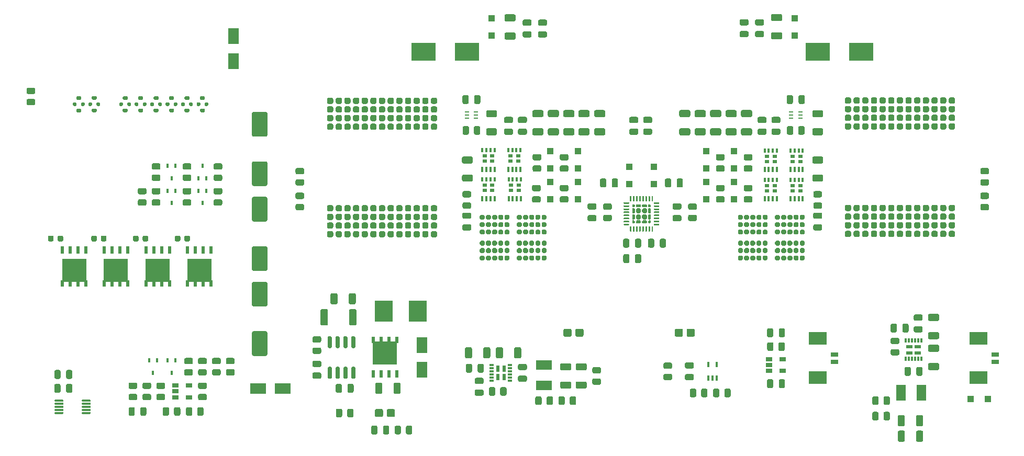
<source format=gtp>
G04 #@! TF.GenerationSoftware,KiCad,Pcbnew,(5.1.8-0-10_14)*
G04 #@! TF.CreationDate,2021-10-03T11:30:45-07:00*
G04 #@! TF.ProjectId,PowerSupply,506f7765-7253-4757-9070-6c792e6b6963,v1.5*
G04 #@! TF.SameCoordinates,Original*
G04 #@! TF.FileFunction,Paste,Top*
G04 #@! TF.FilePolarity,Positive*
%FSLAX46Y46*%
G04 Gerber Fmt 4.6, Leading zero omitted, Abs format (unit mm)*
G04 Created by KiCad (PCBNEW (5.1.8-0-10_14)) date 2021-10-03 11:30:45*
%MOMM*%
%LPD*%
G01*
G04 APERTURE LIST*
%ADD10R,0.450000X0.700000*%
%ADD11R,2.500000X1.800000*%
%ADD12R,0.600000X1.000000*%
%ADD13R,0.650000X0.300000*%
%ADD14R,1.000000X0.600000*%
%ADD15R,0.300000X0.650000*%
%ADD16R,2.500000X1.500000*%
%ADD17R,1.500000X2.500000*%
%ADD18R,1.100000X1.100000*%
%ADD19R,1.800000X2.500000*%
%ADD20R,0.610000X1.270000*%
%ADD21R,0.610000X1.020000*%
%ADD22R,3.910000X3.810000*%
%ADD23R,1.060000X0.650000*%
%ADD24C,0.100000*%
%ADD25R,0.700000X0.250000*%
%ADD26R,0.400000X0.900000*%
%ADD27R,0.635000X0.510000*%
%ADD28R,0.300000X0.830000*%
%ADD29R,0.300000X0.750000*%
%ADD30R,1.300000X0.800000*%
%ADD31R,2.999999X2.100000*%
%ADD32R,2.950000X3.500000*%
%ADD33R,4.000000X3.000000*%
G04 APERTURE END LIST*
G36*
G01*
X116700000Y-136725000D02*
X116700000Y-135775000D01*
G75*
G02*
X116950000Y-135525000I250000J0D01*
G01*
X117450000Y-135525000D01*
G75*
G02*
X117700000Y-135775000I0J-250000D01*
G01*
X117700000Y-136725000D01*
G75*
G02*
X117450000Y-136975000I-250000J0D01*
G01*
X116950000Y-136975000D01*
G75*
G02*
X116700000Y-136725000I0J250000D01*
G01*
G37*
G36*
G01*
X114800000Y-136725000D02*
X114800000Y-135775000D01*
G75*
G02*
X115050000Y-135525000I250000J0D01*
G01*
X115550000Y-135525000D01*
G75*
G02*
X115800000Y-135775000I0J-250000D01*
G01*
X115800000Y-136725000D01*
G75*
G02*
X115550000Y-136975000I-250000J0D01*
G01*
X115050000Y-136975000D01*
G75*
G02*
X114800000Y-136725000I0J250000D01*
G01*
G37*
G36*
G01*
X83025000Y-105500000D02*
X83025000Y-105000000D01*
G75*
G02*
X83250000Y-104775000I225000J0D01*
G01*
X83700000Y-104775000D01*
G75*
G02*
X83925000Y-105000000I0J-225000D01*
G01*
X83925000Y-105500000D01*
G75*
G02*
X83700000Y-105725000I-225000J0D01*
G01*
X83250000Y-105725000D01*
G75*
G02*
X83025000Y-105500000I0J225000D01*
G01*
G37*
G36*
G01*
X84575000Y-105500000D02*
X84575000Y-105000000D01*
G75*
G02*
X84800000Y-104775000I225000J0D01*
G01*
X85250000Y-104775000D01*
G75*
G02*
X85475000Y-105000000I0J-225000D01*
G01*
X85475000Y-105500000D01*
G75*
G02*
X85250000Y-105725000I-225000J0D01*
G01*
X84800000Y-105725000D01*
G75*
G02*
X84575000Y-105500000I0J225000D01*
G01*
G37*
G36*
G01*
X76275000Y-105500000D02*
X76275000Y-105000000D01*
G75*
G02*
X76500000Y-104775000I225000J0D01*
G01*
X76950000Y-104775000D01*
G75*
G02*
X77175000Y-105000000I0J-225000D01*
G01*
X77175000Y-105500000D01*
G75*
G02*
X76950000Y-105725000I-225000J0D01*
G01*
X76500000Y-105725000D01*
G75*
G02*
X76275000Y-105500000I0J225000D01*
G01*
G37*
G36*
G01*
X77825000Y-105500000D02*
X77825000Y-105000000D01*
G75*
G02*
X78050000Y-104775000I225000J0D01*
G01*
X78500000Y-104775000D01*
G75*
G02*
X78725000Y-105000000I0J-225000D01*
G01*
X78725000Y-105500000D01*
G75*
G02*
X78500000Y-105725000I-225000J0D01*
G01*
X78050000Y-105725000D01*
G75*
G02*
X77825000Y-105500000I0J225000D01*
G01*
G37*
G36*
G01*
X69525000Y-105500000D02*
X69525000Y-105000000D01*
G75*
G02*
X69750000Y-104775000I225000J0D01*
G01*
X70200000Y-104775000D01*
G75*
G02*
X70425000Y-105000000I0J-225000D01*
G01*
X70425000Y-105500000D01*
G75*
G02*
X70200000Y-105725000I-225000J0D01*
G01*
X69750000Y-105725000D01*
G75*
G02*
X69525000Y-105500000I0J225000D01*
G01*
G37*
G36*
G01*
X71075000Y-105500000D02*
X71075000Y-105000000D01*
G75*
G02*
X71300000Y-104775000I225000J0D01*
G01*
X71750000Y-104775000D01*
G75*
G02*
X71975000Y-105000000I0J-225000D01*
G01*
X71975000Y-105500000D01*
G75*
G02*
X71750000Y-105725000I-225000J0D01*
G01*
X71300000Y-105725000D01*
G75*
G02*
X71075000Y-105500000I0J225000D01*
G01*
G37*
G36*
G01*
X62525000Y-105500000D02*
X62525000Y-105000000D01*
G75*
G02*
X62750000Y-104775000I225000J0D01*
G01*
X63200000Y-104775000D01*
G75*
G02*
X63425000Y-105000000I0J-225000D01*
G01*
X63425000Y-105500000D01*
G75*
G02*
X63200000Y-105725000I-225000J0D01*
G01*
X62750000Y-105725000D01*
G75*
G02*
X62525000Y-105500000I0J225000D01*
G01*
G37*
G36*
G01*
X64075000Y-105500000D02*
X64075000Y-105000000D01*
G75*
G02*
X64300000Y-104775000I225000J0D01*
G01*
X64750000Y-104775000D01*
G75*
G02*
X64975000Y-105000000I0J-225000D01*
G01*
X64975000Y-105500000D01*
G75*
G02*
X64750000Y-105725000I-225000J0D01*
G01*
X64300000Y-105725000D01*
G75*
G02*
X64075000Y-105500000I0J225000D01*
G01*
G37*
G36*
G01*
X79549999Y-97075000D02*
X80450001Y-97075000D01*
G75*
G02*
X80700000Y-97324999I0J-249999D01*
G01*
X80700000Y-97850001D01*
G75*
G02*
X80450001Y-98100000I-249999J0D01*
G01*
X79549999Y-98100000D01*
G75*
G02*
X79300000Y-97850001I0J249999D01*
G01*
X79300000Y-97324999D01*
G75*
G02*
X79549999Y-97075000I249999J0D01*
G01*
G37*
G36*
G01*
X79549999Y-98900000D02*
X80450001Y-98900000D01*
G75*
G02*
X80700000Y-99149999I0J-249999D01*
G01*
X80700000Y-99675001D01*
G75*
G02*
X80450001Y-99925000I-249999J0D01*
G01*
X79549999Y-99925000D01*
G75*
G02*
X79300000Y-99675001I0J249999D01*
G01*
X79300000Y-99149999D01*
G75*
G02*
X79549999Y-98900000I249999J0D01*
G01*
G37*
G36*
G01*
X85700001Y-127425000D02*
X84799999Y-127425000D01*
G75*
G02*
X84550000Y-127175001I0J249999D01*
G01*
X84550000Y-126649999D01*
G75*
G02*
X84799999Y-126400000I249999J0D01*
G01*
X85700001Y-126400000D01*
G75*
G02*
X85950000Y-126649999I0J-249999D01*
G01*
X85950000Y-127175001D01*
G75*
G02*
X85700001Y-127425000I-249999J0D01*
G01*
G37*
G36*
G01*
X85700001Y-125600000D02*
X84799999Y-125600000D01*
G75*
G02*
X84550000Y-125350001I0J249999D01*
G01*
X84550000Y-124824999D01*
G75*
G02*
X84799999Y-124575000I249999J0D01*
G01*
X85700001Y-124575000D01*
G75*
G02*
X85950000Y-124824999I0J-249999D01*
G01*
X85950000Y-125350001D01*
G75*
G02*
X85700001Y-125600000I-249999J0D01*
G01*
G37*
G36*
G01*
X178800000Y-129225000D02*
X178800000Y-128275000D01*
G75*
G02*
X179050000Y-128025000I250000J0D01*
G01*
X179550000Y-128025000D01*
G75*
G02*
X179800000Y-128275000I0J-250000D01*
G01*
X179800000Y-129225000D01*
G75*
G02*
X179550000Y-129475000I-250000J0D01*
G01*
X179050000Y-129475000D01*
G75*
G02*
X178800000Y-129225000I0J250000D01*
G01*
G37*
G36*
G01*
X180700000Y-129225000D02*
X180700000Y-128275000D01*
G75*
G02*
X180950000Y-128025000I250000J0D01*
G01*
X181450000Y-128025000D01*
G75*
G02*
X181700000Y-128275000I0J-250000D01*
G01*
X181700000Y-129225000D01*
G75*
G02*
X181450000Y-129475000I-250000J0D01*
G01*
X180950000Y-129475000D01*
G75*
G02*
X180700000Y-129225000I0J250000D01*
G01*
G37*
D10*
X80150000Y-125000000D03*
X78850000Y-125000000D03*
X79500000Y-127000000D03*
G36*
G01*
X195825000Y-131950001D02*
X195825000Y-131049999D01*
G75*
G02*
X196074999Y-130800000I249999J0D01*
G01*
X196600001Y-130800000D01*
G75*
G02*
X196850000Y-131049999I0J-249999D01*
G01*
X196850000Y-131950001D01*
G75*
G02*
X196600001Y-132200000I-249999J0D01*
G01*
X196074999Y-132200000D01*
G75*
G02*
X195825000Y-131950001I0J249999D01*
G01*
G37*
G36*
G01*
X197650000Y-131950001D02*
X197650000Y-131049999D01*
G75*
G02*
X197899999Y-130800000I249999J0D01*
G01*
X198425001Y-130800000D01*
G75*
G02*
X198675000Y-131049999I0J-249999D01*
G01*
X198675000Y-131950001D01*
G75*
G02*
X198425001Y-132200000I-249999J0D01*
G01*
X197899999Y-132200000D01*
G75*
G02*
X197650000Y-131950001I0J249999D01*
G01*
G37*
D11*
X100500000Y-129500000D03*
X96500000Y-129500000D03*
D12*
X135237500Y-126285000D03*
X136262500Y-126285000D03*
X136262500Y-127715000D03*
D13*
X137225000Y-128250000D03*
X134275000Y-128250000D03*
D12*
X135237500Y-127715000D03*
D13*
X137225000Y-125750000D03*
X137225000Y-126250000D03*
X137225000Y-126750000D03*
X137225000Y-127250000D03*
X137225000Y-127750000D03*
X134275000Y-127750000D03*
X134275000Y-127250000D03*
X134275000Y-126750000D03*
X134275000Y-126250000D03*
X134275000Y-125750000D03*
D14*
X203215000Y-122737500D03*
X203215000Y-123762500D03*
X201785000Y-123762500D03*
D15*
X201250000Y-124725000D03*
X201250000Y-121775000D03*
D14*
X201785000Y-122737500D03*
D15*
X203750000Y-124725000D03*
X203250000Y-124725000D03*
X202750000Y-124725000D03*
X202250000Y-124725000D03*
X201750000Y-124725000D03*
X201750000Y-121775000D03*
X202250000Y-121775000D03*
X202750000Y-121775000D03*
X203250000Y-121775000D03*
X203750000Y-121775000D03*
G36*
G01*
X186374998Y-84475000D02*
X187625002Y-84475000D01*
G75*
G02*
X187875000Y-84724998I0J-249998D01*
G01*
X187875000Y-85350002D01*
G75*
G02*
X187625002Y-85600000I-249998J0D01*
G01*
X186374998Y-85600000D01*
G75*
G02*
X186125000Y-85350002I0J249998D01*
G01*
X186125000Y-84724998D01*
G75*
G02*
X186374998Y-84475000I249998J0D01*
G01*
G37*
G36*
G01*
X186374998Y-87400000D02*
X187625002Y-87400000D01*
G75*
G02*
X187875000Y-87649998I0J-249998D01*
G01*
X187875000Y-88275002D01*
G75*
G02*
X187625002Y-88525000I-249998J0D01*
G01*
X186374998Y-88525000D01*
G75*
G02*
X186125000Y-88275002I0J249998D01*
G01*
X186125000Y-87649998D01*
G75*
G02*
X186374998Y-87400000I249998J0D01*
G01*
G37*
G36*
G01*
X150799998Y-126075000D02*
X151700002Y-126075000D01*
G75*
G02*
X151950000Y-126324998I0J-249998D01*
G01*
X151950000Y-126850002D01*
G75*
G02*
X151700002Y-127100000I-249998J0D01*
G01*
X150799998Y-127100000D01*
G75*
G02*
X150550000Y-126850002I0J249998D01*
G01*
X150550000Y-126324998D01*
G75*
G02*
X150799998Y-126075000I249998J0D01*
G01*
G37*
G36*
G01*
X150799998Y-127900000D02*
X151700002Y-127900000D01*
G75*
G02*
X151950000Y-128149998I0J-249998D01*
G01*
X151950000Y-128675002D01*
G75*
G02*
X151700002Y-128925000I-249998J0D01*
G01*
X150799998Y-128925000D01*
G75*
G02*
X150550000Y-128675002I0J249998D01*
G01*
X150550000Y-128149998D01*
G75*
G02*
X150799998Y-127900000I249998J0D01*
G01*
G37*
G36*
G01*
X141325000Y-131950002D02*
X141325000Y-131049998D01*
G75*
G02*
X141574998Y-130800000I249998J0D01*
G01*
X142100002Y-130800000D01*
G75*
G02*
X142350000Y-131049998I0J-249998D01*
G01*
X142350000Y-131950002D01*
G75*
G02*
X142100002Y-132200000I-249998J0D01*
G01*
X141574998Y-132200000D01*
G75*
G02*
X141325000Y-131950002I0J249998D01*
G01*
G37*
G36*
G01*
X143150000Y-131950002D02*
X143150000Y-131049998D01*
G75*
G02*
X143399998Y-130800000I249998J0D01*
G01*
X143925002Y-130800000D01*
G75*
G02*
X144175000Y-131049998I0J-249998D01*
G01*
X144175000Y-131950002D01*
G75*
G02*
X143925002Y-132200000I-249998J0D01*
G01*
X143399998Y-132200000D01*
G75*
G02*
X143150000Y-131950002I0J249998D01*
G01*
G37*
G36*
G01*
X145075000Y-131950002D02*
X145075000Y-131049998D01*
G75*
G02*
X145324998Y-130800000I249998J0D01*
G01*
X145850002Y-130800000D01*
G75*
G02*
X146100000Y-131049998I0J-249998D01*
G01*
X146100000Y-131950002D01*
G75*
G02*
X145850002Y-132200000I-249998J0D01*
G01*
X145324998Y-132200000D01*
G75*
G02*
X145075000Y-131950002I0J249998D01*
G01*
G37*
G36*
G01*
X146900000Y-131950002D02*
X146900000Y-131049998D01*
G75*
G02*
X147149998Y-130800000I249998J0D01*
G01*
X147675002Y-130800000D01*
G75*
G02*
X147925000Y-131049998I0J-249998D01*
G01*
X147925000Y-131950002D01*
G75*
G02*
X147675002Y-132200000I-249998J0D01*
G01*
X147149998Y-132200000D01*
G75*
G02*
X146900000Y-131950002I0J249998D01*
G01*
G37*
G36*
G01*
X195825000Y-134450002D02*
X195825000Y-133549998D01*
G75*
G02*
X196074998Y-133300000I249998J0D01*
G01*
X196600002Y-133300000D01*
G75*
G02*
X196850000Y-133549998I0J-249998D01*
G01*
X196850000Y-134450002D01*
G75*
G02*
X196600002Y-134700000I-249998J0D01*
G01*
X196074998Y-134700000D01*
G75*
G02*
X195825000Y-134450002I0J249998D01*
G01*
G37*
G36*
G01*
X197650000Y-134450002D02*
X197650000Y-133549998D01*
G75*
G02*
X197899998Y-133300000I249998J0D01*
G01*
X198425002Y-133300000D01*
G75*
G02*
X198675000Y-133549998I0J-249998D01*
G01*
X198675000Y-134450002D01*
G75*
G02*
X198425002Y-134700000I-249998J0D01*
G01*
X197899998Y-134700000D01*
G75*
G02*
X197650000Y-134450002I0J249998D01*
G01*
G37*
G36*
G01*
X133825000Y-130450002D02*
X133825000Y-129549998D01*
G75*
G02*
X134074998Y-129300000I249998J0D01*
G01*
X134600002Y-129300000D01*
G75*
G02*
X134850000Y-129549998I0J-249998D01*
G01*
X134850000Y-130450002D01*
G75*
G02*
X134600002Y-130700000I-249998J0D01*
G01*
X134074998Y-130700000D01*
G75*
G02*
X133825000Y-130450002I0J249998D01*
G01*
G37*
G36*
G01*
X135650000Y-130450002D02*
X135650000Y-129549998D01*
G75*
G02*
X135899998Y-129300000I249998J0D01*
G01*
X136425002Y-129300000D01*
G75*
G02*
X136675000Y-129549998I0J-249998D01*
G01*
X136675000Y-130450002D01*
G75*
G02*
X136425002Y-130700000I-249998J0D01*
G01*
X135899998Y-130700000D01*
G75*
G02*
X135650000Y-130450002I0J249998D01*
G01*
G37*
G36*
G01*
X199049998Y-121325000D02*
X199950002Y-121325000D01*
G75*
G02*
X200200000Y-121574998I0J-249998D01*
G01*
X200200000Y-122100002D01*
G75*
G02*
X199950002Y-122350000I-249998J0D01*
G01*
X199049998Y-122350000D01*
G75*
G02*
X198800000Y-122100002I0J249998D01*
G01*
X198800000Y-121574998D01*
G75*
G02*
X199049998Y-121325000I249998J0D01*
G01*
G37*
G36*
G01*
X199049998Y-123150000D02*
X199950002Y-123150000D01*
G75*
G02*
X200200000Y-123399998I0J-249998D01*
G01*
X200200000Y-123925002D01*
G75*
G02*
X199950002Y-124175000I-249998J0D01*
G01*
X199049998Y-124175000D01*
G75*
G02*
X198800000Y-123925002I0J249998D01*
G01*
X198800000Y-123399998D01*
G75*
G02*
X199049998Y-123150000I249998J0D01*
G01*
G37*
D16*
X142750000Y-125750000D03*
X142750000Y-129050000D03*
D17*
X203750000Y-130250000D03*
X200450000Y-130250000D03*
G36*
G01*
X145875000Y-120900001D02*
X145875000Y-120099999D01*
G75*
G02*
X146124999Y-119850000I249999J0D01*
G01*
X146950001Y-119850000D01*
G75*
G02*
X147200000Y-120099999I0J-249999D01*
G01*
X147200000Y-120900001D01*
G75*
G02*
X146950001Y-121150000I-249999J0D01*
G01*
X146124999Y-121150000D01*
G75*
G02*
X145875000Y-120900001I0J249999D01*
G01*
G37*
G36*
G01*
X147800000Y-120900001D02*
X147800000Y-120099999D01*
G75*
G02*
X148049999Y-119850000I249999J0D01*
G01*
X148875001Y-119850000D01*
G75*
G02*
X149125000Y-120099999I0J-249999D01*
G01*
X149125000Y-120900001D01*
G75*
G02*
X148875001Y-121150000I-249999J0D01*
G01*
X148049999Y-121150000D01*
G75*
G02*
X147800000Y-120900001I0J249999D01*
G01*
G37*
D18*
X214500000Y-131250000D03*
X211700000Y-131250000D03*
G36*
G01*
X148099999Y-125450000D02*
X149400001Y-125450000D01*
G75*
G02*
X149650000Y-125699999I0J-249999D01*
G01*
X149650000Y-126350001D01*
G75*
G02*
X149400001Y-126600000I-249999J0D01*
G01*
X148099999Y-126600000D01*
G75*
G02*
X147850000Y-126350001I0J249999D01*
G01*
X147850000Y-125699999D01*
G75*
G02*
X148099999Y-125450000I249999J0D01*
G01*
G37*
G36*
G01*
X148099999Y-128400000D02*
X149400001Y-128400000D01*
G75*
G02*
X149650000Y-128649999I0J-249999D01*
G01*
X149650000Y-129300001D01*
G75*
G02*
X149400001Y-129550000I-249999J0D01*
G01*
X148099999Y-129550000D01*
G75*
G02*
X147850000Y-129300001I0J249999D01*
G01*
X147850000Y-128649999D01*
G75*
G02*
X148099999Y-128400000I249999J0D01*
G01*
G37*
G36*
G01*
X204050000Y-136599999D02*
X204050000Y-137900001D01*
G75*
G02*
X203800001Y-138150000I-249999J0D01*
G01*
X203149999Y-138150000D01*
G75*
G02*
X202900000Y-137900001I0J249999D01*
G01*
X202900000Y-136599999D01*
G75*
G02*
X203149999Y-136350000I249999J0D01*
G01*
X203800001Y-136350000D01*
G75*
G02*
X204050000Y-136599999I0J-249999D01*
G01*
G37*
G36*
G01*
X201100000Y-136599999D02*
X201100000Y-137900001D01*
G75*
G02*
X200850001Y-138150000I-249999J0D01*
G01*
X200199999Y-138150000D01*
G75*
G02*
X199950000Y-137900001I0J249999D01*
G01*
X199950000Y-136599999D01*
G75*
G02*
X200199999Y-136350000I249999J0D01*
G01*
X200850001Y-136350000D01*
G75*
G02*
X201100000Y-136599999I0J-249999D01*
G01*
G37*
G36*
G01*
X145599999Y-125450000D02*
X146900001Y-125450000D01*
G75*
G02*
X147150000Y-125699999I0J-249999D01*
G01*
X147150000Y-126350001D01*
G75*
G02*
X146900001Y-126600000I-249999J0D01*
G01*
X145599999Y-126600000D01*
G75*
G02*
X145350000Y-126350001I0J249999D01*
G01*
X145350000Y-125699999D01*
G75*
G02*
X145599999Y-125450000I249999J0D01*
G01*
G37*
G36*
G01*
X145599999Y-128400000D02*
X146900001Y-128400000D01*
G75*
G02*
X147150000Y-128649999I0J-249999D01*
G01*
X147150000Y-129300001D01*
G75*
G02*
X146900001Y-129550000I-249999J0D01*
G01*
X145599999Y-129550000D01*
G75*
G02*
X145350000Y-129300001I0J249999D01*
G01*
X145350000Y-128649999D01*
G75*
G02*
X145599999Y-128400000I249999J0D01*
G01*
G37*
G36*
G01*
X204050000Y-134099999D02*
X204050000Y-135400001D01*
G75*
G02*
X203800001Y-135650000I-249999J0D01*
G01*
X203149999Y-135650000D01*
G75*
G02*
X202900000Y-135400001I0J249999D01*
G01*
X202900000Y-134099999D01*
G75*
G02*
X203149999Y-133850000I249999J0D01*
G01*
X203800001Y-133850000D01*
G75*
G02*
X204050000Y-134099999I0J-249999D01*
G01*
G37*
G36*
G01*
X201100000Y-134099999D02*
X201100000Y-135400001D01*
G75*
G02*
X200850001Y-135650000I-249999J0D01*
G01*
X200199999Y-135650000D01*
G75*
G02*
X199950000Y-135400001I0J249999D01*
G01*
X199950000Y-134099999D01*
G75*
G02*
X200199999Y-133850000I249999J0D01*
G01*
X200850001Y-133850000D01*
G75*
G02*
X201100000Y-134099999I0J-249999D01*
G01*
G37*
G36*
G01*
X138775000Y-125550000D02*
X139725000Y-125550000D01*
G75*
G02*
X139975000Y-125800000I0J-250000D01*
G01*
X139975000Y-126300000D01*
G75*
G02*
X139725000Y-126550000I-250000J0D01*
G01*
X138775000Y-126550000D01*
G75*
G02*
X138525000Y-126300000I0J250000D01*
G01*
X138525000Y-125800000D01*
G75*
G02*
X138775000Y-125550000I250000J0D01*
G01*
G37*
G36*
G01*
X138775000Y-127450000D02*
X139725000Y-127450000D01*
G75*
G02*
X139975000Y-127700000I0J-250000D01*
G01*
X139975000Y-128200000D01*
G75*
G02*
X139725000Y-128450000I-250000J0D01*
G01*
X138775000Y-128450000D01*
G75*
G02*
X138525000Y-128200000I0J250000D01*
G01*
X138525000Y-127700000D01*
G75*
G02*
X138775000Y-127450000I250000J0D01*
G01*
G37*
G36*
G01*
X203950000Y-126275000D02*
X203950000Y-127225000D01*
G75*
G02*
X203700000Y-127475000I-250000J0D01*
G01*
X203200000Y-127475000D01*
G75*
G02*
X202950000Y-127225000I0J250000D01*
G01*
X202950000Y-126275000D01*
G75*
G02*
X203200000Y-126025000I250000J0D01*
G01*
X203700000Y-126025000D01*
G75*
G02*
X203950000Y-126275000I0J-250000D01*
G01*
G37*
G36*
G01*
X202050000Y-126275000D02*
X202050000Y-127225000D01*
G75*
G02*
X201800000Y-127475000I-250000J0D01*
G01*
X201300000Y-127475000D01*
G75*
G02*
X201050000Y-127225000I0J250000D01*
G01*
X201050000Y-126275000D01*
G75*
G02*
X201300000Y-126025000I250000J0D01*
G01*
X201800000Y-126025000D01*
G75*
G02*
X202050000Y-126275000I0J-250000D01*
G01*
G37*
G36*
G01*
X132725000Y-130700000D02*
X131775000Y-130700000D01*
G75*
G02*
X131525000Y-130450000I0J250000D01*
G01*
X131525000Y-129950000D01*
G75*
G02*
X131775000Y-129700000I250000J0D01*
G01*
X132725000Y-129700000D01*
G75*
G02*
X132975000Y-129950000I0J-250000D01*
G01*
X132975000Y-130450000D01*
G75*
G02*
X132725000Y-130700000I-250000J0D01*
G01*
G37*
G36*
G01*
X132725000Y-128800000D02*
X131775000Y-128800000D01*
G75*
G02*
X131525000Y-128550000I0J250000D01*
G01*
X131525000Y-128050000D01*
G75*
G02*
X131775000Y-127800000I250000J0D01*
G01*
X132725000Y-127800000D01*
G75*
G02*
X132975000Y-128050000I0J-250000D01*
G01*
X132975000Y-128550000D01*
G75*
G02*
X132725000Y-128800000I-250000J0D01*
G01*
G37*
G36*
G01*
X198800000Y-120225000D02*
X198800000Y-119275000D01*
G75*
G02*
X199050000Y-119025000I250000J0D01*
G01*
X199550000Y-119025000D01*
G75*
G02*
X199800000Y-119275000I0J-250000D01*
G01*
X199800000Y-120225000D01*
G75*
G02*
X199550000Y-120475000I-250000J0D01*
G01*
X199050000Y-120475000D01*
G75*
G02*
X198800000Y-120225000I0J250000D01*
G01*
G37*
G36*
G01*
X200700000Y-120225000D02*
X200700000Y-119275000D01*
G75*
G02*
X200950000Y-119025000I250000J0D01*
G01*
X201450000Y-119025000D01*
G75*
G02*
X201700000Y-119275000I0J-250000D01*
G01*
X201700000Y-120225000D01*
G75*
G02*
X201450000Y-120475000I-250000J0D01*
G01*
X200950000Y-120475000D01*
G75*
G02*
X200700000Y-120225000I0J250000D01*
G01*
G37*
G36*
G01*
X133000000Y-125775000D02*
X133000000Y-126725000D01*
G75*
G02*
X132750000Y-126975000I-250000J0D01*
G01*
X132250000Y-126975000D01*
G75*
G02*
X132000000Y-126725000I0J250000D01*
G01*
X132000000Y-125775000D01*
G75*
G02*
X132250000Y-125525000I250000J0D01*
G01*
X132750000Y-125525000D01*
G75*
G02*
X133000000Y-125775000I0J-250000D01*
G01*
G37*
G36*
G01*
X131100000Y-125775000D02*
X131100000Y-126725000D01*
G75*
G02*
X130850000Y-126975000I-250000J0D01*
G01*
X130350000Y-126975000D01*
G75*
G02*
X130100000Y-126725000I0J250000D01*
G01*
X130100000Y-125775000D01*
G75*
G02*
X130350000Y-125525000I250000J0D01*
G01*
X130850000Y-125525000D01*
G75*
G02*
X131100000Y-125775000I0J-250000D01*
G01*
G37*
G36*
G01*
X203725000Y-120450000D02*
X202775000Y-120450000D01*
G75*
G02*
X202525000Y-120200000I0J250000D01*
G01*
X202525000Y-119700000D01*
G75*
G02*
X202775000Y-119450000I250000J0D01*
G01*
X203725000Y-119450000D01*
G75*
G02*
X203975000Y-119700000I0J-250000D01*
G01*
X203975000Y-120200000D01*
G75*
G02*
X203725000Y-120450000I-250000J0D01*
G01*
G37*
G36*
G01*
X203725000Y-118550000D02*
X202775000Y-118550000D01*
G75*
G02*
X202525000Y-118300000I0J250000D01*
G01*
X202525000Y-117800000D01*
G75*
G02*
X202775000Y-117550000I250000J0D01*
G01*
X203725000Y-117550000D01*
G75*
G02*
X203975000Y-117800000I0J-250000D01*
G01*
X203975000Y-118300000D01*
G75*
G02*
X203725000Y-118550000I-250000J0D01*
G01*
G37*
G36*
G01*
X206400001Y-126550000D02*
X205099999Y-126550000D01*
G75*
G02*
X204850000Y-126300001I0J249999D01*
G01*
X204850000Y-125649999D01*
G75*
G02*
X205099999Y-125400000I249999J0D01*
G01*
X206400001Y-125400000D01*
G75*
G02*
X206650000Y-125649999I0J-249999D01*
G01*
X206650000Y-126300001D01*
G75*
G02*
X206400001Y-126550000I-249999J0D01*
G01*
G37*
G36*
G01*
X206400001Y-123600000D02*
X205099999Y-123600000D01*
G75*
G02*
X204850000Y-123350001I0J249999D01*
G01*
X204850000Y-122699999D01*
G75*
G02*
X205099999Y-122450000I249999J0D01*
G01*
X206400001Y-122450000D01*
G75*
G02*
X206650000Y-122699999I0J-249999D01*
G01*
X206650000Y-123350001D01*
G75*
G02*
X206400001Y-123600000I-249999J0D01*
G01*
G37*
G36*
G01*
X129950000Y-124400001D02*
X129950000Y-123099999D01*
G75*
G02*
X130199999Y-122850000I249999J0D01*
G01*
X130850001Y-122850000D01*
G75*
G02*
X131100000Y-123099999I0J-249999D01*
G01*
X131100000Y-124400001D01*
G75*
G02*
X130850001Y-124650000I-249999J0D01*
G01*
X130199999Y-124650000D01*
G75*
G02*
X129950000Y-124400001I0J249999D01*
G01*
G37*
G36*
G01*
X132900000Y-124400001D02*
X132900000Y-123099999D01*
G75*
G02*
X133149999Y-122850000I249999J0D01*
G01*
X133800001Y-122850000D01*
G75*
G02*
X134050000Y-123099999I0J-249999D01*
G01*
X134050000Y-124400001D01*
G75*
G02*
X133800001Y-124650000I-249999J0D01*
G01*
X133149999Y-124650000D01*
G75*
G02*
X132900000Y-124400001I0J249999D01*
G01*
G37*
G36*
G01*
X205099999Y-117450000D02*
X206400001Y-117450000D01*
G75*
G02*
X206650000Y-117699999I0J-249999D01*
G01*
X206650000Y-118350001D01*
G75*
G02*
X206400001Y-118600000I-249999J0D01*
G01*
X205099999Y-118600000D01*
G75*
G02*
X204850000Y-118350001I0J249999D01*
G01*
X204850000Y-117699999D01*
G75*
G02*
X205099999Y-117450000I249999J0D01*
G01*
G37*
G36*
G01*
X205099999Y-120400000D02*
X206400001Y-120400000D01*
G75*
G02*
X206650000Y-120649999I0J-249999D01*
G01*
X206650000Y-121300001D01*
G75*
G02*
X206400001Y-121550000I-249999J0D01*
G01*
X205099999Y-121550000D01*
G75*
G02*
X204850000Y-121300001I0J249999D01*
G01*
X204850000Y-120649999D01*
G75*
G02*
X205099999Y-120400000I249999J0D01*
G01*
G37*
G36*
G01*
X139050000Y-123099999D02*
X139050000Y-124400001D01*
G75*
G02*
X138800001Y-124650000I-249999J0D01*
G01*
X138149999Y-124650000D01*
G75*
G02*
X137900000Y-124400001I0J249999D01*
G01*
X137900000Y-123099999D01*
G75*
G02*
X138149999Y-122850000I249999J0D01*
G01*
X138800001Y-122850000D01*
G75*
G02*
X139050000Y-123099999I0J-249999D01*
G01*
G37*
G36*
G01*
X136100000Y-123099999D02*
X136100000Y-124400001D01*
G75*
G02*
X135850001Y-124650000I-249999J0D01*
G01*
X135199999Y-124650000D01*
G75*
G02*
X134950000Y-124400001I0J249999D01*
G01*
X134950000Y-123099999D01*
G75*
G02*
X135199999Y-122850000I249999J0D01*
G01*
X135850001Y-122850000D01*
G75*
G02*
X136100000Y-123099999I0J-249999D01*
G01*
G37*
G36*
G01*
X95750000Y-112250000D02*
X97750000Y-112250000D01*
G75*
G02*
X98000000Y-112500000I0J-250000D01*
G01*
X98000000Y-116000000D01*
G75*
G02*
X97750000Y-116250000I-250000J0D01*
G01*
X95750000Y-116250000D01*
G75*
G02*
X95500000Y-116000000I0J250000D01*
G01*
X95500000Y-112500000D01*
G75*
G02*
X95750000Y-112250000I250000J0D01*
G01*
G37*
G36*
G01*
X95750000Y-120250000D02*
X97750000Y-120250000D01*
G75*
G02*
X98000000Y-120500000I0J-250000D01*
G01*
X98000000Y-124000000D01*
G75*
G02*
X97750000Y-124250000I-250000J0D01*
G01*
X95750000Y-124250000D01*
G75*
G02*
X95500000Y-124000000I0J250000D01*
G01*
X95500000Y-120500000D01*
G75*
G02*
X95750000Y-120250000I250000J0D01*
G01*
G37*
G36*
G01*
X95750000Y-98500000D02*
X97750000Y-98500000D01*
G75*
G02*
X98000000Y-98750000I0J-250000D01*
G01*
X98000000Y-102250000D01*
G75*
G02*
X97750000Y-102500000I-250000J0D01*
G01*
X95750000Y-102500000D01*
G75*
G02*
X95500000Y-102250000I0J250000D01*
G01*
X95500000Y-98750000D01*
G75*
G02*
X95750000Y-98500000I250000J0D01*
G01*
G37*
G36*
G01*
X95750000Y-106500000D02*
X97750000Y-106500000D01*
G75*
G02*
X98000000Y-106750000I0J-250000D01*
G01*
X98000000Y-110250000D01*
G75*
G02*
X97750000Y-110500000I-250000J0D01*
G01*
X95750000Y-110500000D01*
G75*
G02*
X95500000Y-110250000I0J250000D01*
G01*
X95500000Y-106750000D01*
G75*
G02*
X95750000Y-106500000I250000J0D01*
G01*
G37*
G36*
G01*
X95750000Y-84750000D02*
X97750000Y-84750000D01*
G75*
G02*
X98000000Y-85000000I0J-250000D01*
G01*
X98000000Y-88500000D01*
G75*
G02*
X97750000Y-88750000I-250000J0D01*
G01*
X95750000Y-88750000D01*
G75*
G02*
X95500000Y-88500000I0J250000D01*
G01*
X95500000Y-85000000D01*
G75*
G02*
X95750000Y-84750000I250000J0D01*
G01*
G37*
G36*
G01*
X95750000Y-92750000D02*
X97750000Y-92750000D01*
G75*
G02*
X98000000Y-93000000I0J-250000D01*
G01*
X98000000Y-96500000D01*
G75*
G02*
X97750000Y-96750000I-250000J0D01*
G01*
X95750000Y-96750000D01*
G75*
G02*
X95500000Y-96500000I0J250000D01*
G01*
X95500000Y-93000000D01*
G75*
G02*
X95750000Y-92750000I250000J0D01*
G01*
G37*
G36*
G01*
X171150001Y-88550000D02*
X169849999Y-88550000D01*
G75*
G02*
X169600000Y-88300001I0J249999D01*
G01*
X169600000Y-87649999D01*
G75*
G02*
X169849999Y-87400000I249999J0D01*
G01*
X171150001Y-87400000D01*
G75*
G02*
X171400000Y-87649999I0J-249999D01*
G01*
X171400000Y-88300001D01*
G75*
G02*
X171150001Y-88550000I-249999J0D01*
G01*
G37*
G36*
G01*
X171150001Y-85600000D02*
X169849999Y-85600000D01*
G75*
G02*
X169600000Y-85350001I0J249999D01*
G01*
X169600000Y-84699999D01*
G75*
G02*
X169849999Y-84450000I249999J0D01*
G01*
X171150001Y-84450000D01*
G75*
G02*
X171400000Y-84699999I0J-249999D01*
G01*
X171400000Y-85350001D01*
G75*
G02*
X171150001Y-85600000I-249999J0D01*
G01*
G37*
G36*
G01*
X173650001Y-88550000D02*
X172349999Y-88550000D01*
G75*
G02*
X172100000Y-88300001I0J249999D01*
G01*
X172100000Y-87649999D01*
G75*
G02*
X172349999Y-87400000I249999J0D01*
G01*
X173650001Y-87400000D01*
G75*
G02*
X173900000Y-87649999I0J-249999D01*
G01*
X173900000Y-88300001D01*
G75*
G02*
X173650001Y-88550000I-249999J0D01*
G01*
G37*
G36*
G01*
X173650001Y-85600000D02*
X172349999Y-85600000D01*
G75*
G02*
X172100000Y-85350001I0J249999D01*
G01*
X172100000Y-84699999D01*
G75*
G02*
X172349999Y-84450000I249999J0D01*
G01*
X173650001Y-84450000D01*
G75*
G02*
X173900000Y-84699999I0J-249999D01*
G01*
X173900000Y-85350001D01*
G75*
G02*
X173650001Y-85600000I-249999J0D01*
G01*
G37*
G36*
G01*
X176150001Y-88550000D02*
X174849999Y-88550000D01*
G75*
G02*
X174600000Y-88300001I0J249999D01*
G01*
X174600000Y-87649999D01*
G75*
G02*
X174849999Y-87400000I249999J0D01*
G01*
X176150001Y-87400000D01*
G75*
G02*
X176400000Y-87649999I0J-249999D01*
G01*
X176400000Y-88300001D01*
G75*
G02*
X176150001Y-88550000I-249999J0D01*
G01*
G37*
G36*
G01*
X176150001Y-85600000D02*
X174849999Y-85600000D01*
G75*
G02*
X174600000Y-85350001I0J249999D01*
G01*
X174600000Y-84699999D01*
G75*
G02*
X174849999Y-84450000I249999J0D01*
G01*
X176150001Y-84450000D01*
G75*
G02*
X176400000Y-84699999I0J-249999D01*
G01*
X176400000Y-85350001D01*
G75*
G02*
X176150001Y-85600000I-249999J0D01*
G01*
G37*
G36*
G01*
X147400001Y-88550000D02*
X146099999Y-88550000D01*
G75*
G02*
X145850000Y-88300001I0J249999D01*
G01*
X145850000Y-87649999D01*
G75*
G02*
X146099999Y-87400000I249999J0D01*
G01*
X147400001Y-87400000D01*
G75*
G02*
X147650000Y-87649999I0J-249999D01*
G01*
X147650000Y-88300001D01*
G75*
G02*
X147400001Y-88550000I-249999J0D01*
G01*
G37*
G36*
G01*
X147400001Y-85600000D02*
X146099999Y-85600000D01*
G75*
G02*
X145850000Y-85350001I0J249999D01*
G01*
X145850000Y-84699999D01*
G75*
G02*
X146099999Y-84450000I249999J0D01*
G01*
X147400001Y-84450000D01*
G75*
G02*
X147650000Y-84699999I0J-249999D01*
G01*
X147650000Y-85350001D01*
G75*
G02*
X147400001Y-85600000I-249999J0D01*
G01*
G37*
G36*
G01*
X144900001Y-88550000D02*
X143599999Y-88550000D01*
G75*
G02*
X143350000Y-88300001I0J249999D01*
G01*
X143350000Y-87649999D01*
G75*
G02*
X143599999Y-87400000I249999J0D01*
G01*
X144900001Y-87400000D01*
G75*
G02*
X145150000Y-87649999I0J-249999D01*
G01*
X145150000Y-88300001D01*
G75*
G02*
X144900001Y-88550000I-249999J0D01*
G01*
G37*
G36*
G01*
X144900001Y-85600000D02*
X143599999Y-85600000D01*
G75*
G02*
X143350000Y-85350001I0J249999D01*
G01*
X143350000Y-84699999D01*
G75*
G02*
X143599999Y-84450000I249999J0D01*
G01*
X144900001Y-84450000D01*
G75*
G02*
X145150000Y-84699999I0J-249999D01*
G01*
X145150000Y-85350001D01*
G75*
G02*
X144900001Y-85600000I-249999J0D01*
G01*
G37*
G36*
G01*
X121425000Y-135799998D02*
X121425000Y-136700002D01*
G75*
G02*
X121175002Y-136950000I-249998J0D01*
G01*
X120649998Y-136950000D01*
G75*
G02*
X120400000Y-136700002I0J249998D01*
G01*
X120400000Y-135799998D01*
G75*
G02*
X120649998Y-135550000I249998J0D01*
G01*
X121175002Y-135550000D01*
G75*
G02*
X121425000Y-135799998I0J-249998D01*
G01*
G37*
G36*
G01*
X119600000Y-135799998D02*
X119600000Y-136700002D01*
G75*
G02*
X119350002Y-136950000I-249998J0D01*
G01*
X118824998Y-136950000D01*
G75*
G02*
X118575000Y-136700002I0J249998D01*
G01*
X118575000Y-135799998D01*
G75*
G02*
X118824998Y-135550000I249998J0D01*
G01*
X119350002Y-135550000D01*
G75*
G02*
X119600000Y-135799998I0J-249998D01*
G01*
G37*
G36*
G01*
X162299998Y-125325000D02*
X163200002Y-125325000D01*
G75*
G02*
X163450000Y-125574998I0J-249998D01*
G01*
X163450000Y-126100002D01*
G75*
G02*
X163200002Y-126350000I-249998J0D01*
G01*
X162299998Y-126350000D01*
G75*
G02*
X162050000Y-126100002I0J249998D01*
G01*
X162050000Y-125574998D01*
G75*
G02*
X162299998Y-125325000I249998J0D01*
G01*
G37*
G36*
G01*
X162299998Y-127150000D02*
X163200002Y-127150000D01*
G75*
G02*
X163450000Y-127399998I0J-249998D01*
G01*
X163450000Y-127925002D01*
G75*
G02*
X163200002Y-128175000I-249998J0D01*
G01*
X162299998Y-128175000D01*
G75*
G02*
X162050000Y-127925002I0J249998D01*
G01*
X162050000Y-127399998D01*
G75*
G02*
X162299998Y-127150000I249998J0D01*
G01*
G37*
G36*
G01*
X115375000Y-133900001D02*
X115375000Y-133099999D01*
G75*
G02*
X115624999Y-132850000I249999J0D01*
G01*
X116450001Y-132850000D01*
G75*
G02*
X116700000Y-133099999I0J-249999D01*
G01*
X116700000Y-133900001D01*
G75*
G02*
X116450001Y-134150000I-249999J0D01*
G01*
X115624999Y-134150000D01*
G75*
G02*
X115375000Y-133900001I0J249999D01*
G01*
G37*
G36*
G01*
X117300000Y-133900001D02*
X117300000Y-133099999D01*
G75*
G02*
X117549999Y-132850000I249999J0D01*
G01*
X118375001Y-132850000D01*
G75*
G02*
X118625000Y-133099999I0J-249999D01*
G01*
X118625000Y-133900001D01*
G75*
G02*
X118375001Y-134150000I-249999J0D01*
G01*
X117549999Y-134150000D01*
G75*
G02*
X117300000Y-133900001I0J249999D01*
G01*
G37*
G36*
G01*
X167125000Y-120099999D02*
X167125000Y-120900001D01*
G75*
G02*
X166875001Y-121150000I-249999J0D01*
G01*
X166049999Y-121150000D01*
G75*
G02*
X165800000Y-120900001I0J249999D01*
G01*
X165800000Y-120099999D01*
G75*
G02*
X166049999Y-119850000I249999J0D01*
G01*
X166875001Y-119850000D01*
G75*
G02*
X167125000Y-120099999I0J-249999D01*
G01*
G37*
G36*
G01*
X165200000Y-120099999D02*
X165200000Y-120900001D01*
G75*
G02*
X164950001Y-121150000I-249999J0D01*
G01*
X164124999Y-121150000D01*
G75*
G02*
X163875000Y-120900001I0J249999D01*
G01*
X163875000Y-120099999D01*
G75*
G02*
X164124999Y-119850000I249999J0D01*
G01*
X164950001Y-119850000D01*
G75*
G02*
X165200000Y-120099999I0J-249999D01*
G01*
G37*
D19*
X92500000Y-76500000D03*
X92500000Y-72500000D03*
G36*
G01*
X87250000Y-82200000D02*
X87750000Y-82200000D01*
G75*
G02*
X87900000Y-82350000I0J-150000D01*
G01*
X87900000Y-82650000D01*
G75*
G02*
X87750000Y-82800000I-150000J0D01*
G01*
X87250000Y-82800000D01*
G75*
G02*
X87100000Y-82650000I0J150000D01*
G01*
X87100000Y-82350000D01*
G75*
G02*
X87250000Y-82200000I150000J0D01*
G01*
G37*
G36*
G01*
X87250000Y-84200000D02*
X87750000Y-84200000D01*
G75*
G02*
X87900000Y-84350000I0J-150000D01*
G01*
X87900000Y-84650000D01*
G75*
G02*
X87750000Y-84800000I-150000J0D01*
G01*
X87250000Y-84800000D01*
G75*
G02*
X87100000Y-84650000I0J150000D01*
G01*
X87100000Y-84350000D01*
G75*
G02*
X87250000Y-84200000I150000J0D01*
G01*
G37*
G36*
G01*
X86700000Y-83200000D02*
X87000000Y-83200000D01*
G75*
G02*
X87150000Y-83350000I0J-150000D01*
G01*
X87150000Y-83650000D01*
G75*
G02*
X87000000Y-83800000I-150000J0D01*
G01*
X86700000Y-83800000D01*
G75*
G02*
X86550000Y-83650000I0J150000D01*
G01*
X86550000Y-83350000D01*
G75*
G02*
X86700000Y-83200000I150000J0D01*
G01*
G37*
G36*
G01*
X88000000Y-83200000D02*
X88300000Y-83200000D01*
G75*
G02*
X88450000Y-83350000I0J-150000D01*
G01*
X88450000Y-83650000D01*
G75*
G02*
X88300000Y-83800000I-150000J0D01*
G01*
X88000000Y-83800000D01*
G75*
G02*
X87850000Y-83650000I0J150000D01*
G01*
X87850000Y-83350000D01*
G75*
G02*
X88000000Y-83200000I150000J0D01*
G01*
G37*
G36*
G01*
X106575000Y-119075001D02*
X106575000Y-116924999D01*
G75*
G02*
X106824999Y-116675000I249999J0D01*
G01*
X107550001Y-116675000D01*
G75*
G02*
X107800000Y-116924999I0J-249999D01*
G01*
X107800000Y-119075001D01*
G75*
G02*
X107550001Y-119325000I-249999J0D01*
G01*
X106824999Y-119325000D01*
G75*
G02*
X106575000Y-119075001I0J249999D01*
G01*
G37*
G36*
G01*
X111200000Y-119075001D02*
X111200000Y-116924999D01*
G75*
G02*
X111449999Y-116675000I249999J0D01*
G01*
X112175001Y-116675000D01*
G75*
G02*
X112425000Y-116924999I0J-249999D01*
G01*
X112425000Y-119075001D01*
G75*
G02*
X112175001Y-119325000I-249999J0D01*
G01*
X111449999Y-119325000D01*
G75*
G02*
X111200000Y-119075001I0J249999D01*
G01*
G37*
D20*
X115095000Y-127170000D03*
X116365000Y-127170000D03*
X117635000Y-127170000D03*
X118905000Y-127170000D03*
D21*
X118905000Y-121705000D03*
X117635000Y-121705000D03*
X116365000Y-121705000D03*
X115095000Y-121705000D03*
D22*
X117000000Y-123810000D03*
D10*
X83150000Y-125000000D03*
X81850000Y-125000000D03*
X82500000Y-127000000D03*
X83150000Y-93500000D03*
X81850000Y-93500000D03*
X82500000Y-95500000D03*
G36*
G01*
X175299998Y-91575000D02*
X176200002Y-91575000D01*
G75*
G02*
X176450000Y-91824998I0J-249998D01*
G01*
X176450000Y-92350002D01*
G75*
G02*
X176200002Y-92600000I-249998J0D01*
G01*
X175299998Y-92600000D01*
G75*
G02*
X175050000Y-92350002I0J249998D01*
G01*
X175050000Y-91824998D01*
G75*
G02*
X175299998Y-91575000I249998J0D01*
G01*
G37*
G36*
G01*
X175299998Y-93400000D02*
X176200002Y-93400000D01*
G75*
G02*
X176450000Y-93649998I0J-249998D01*
G01*
X176450000Y-94175002D01*
G75*
G02*
X176200002Y-94425000I-249998J0D01*
G01*
X175299998Y-94425000D01*
G75*
G02*
X175050000Y-94175002I0J249998D01*
G01*
X175050000Y-93649998D01*
G75*
G02*
X175299998Y-93400000I249998J0D01*
G01*
G37*
G36*
G01*
X175299998Y-96575000D02*
X176200002Y-96575000D01*
G75*
G02*
X176450000Y-96824998I0J-249998D01*
G01*
X176450000Y-97350002D01*
G75*
G02*
X176200002Y-97600000I-249998J0D01*
G01*
X175299998Y-97600000D01*
G75*
G02*
X175050000Y-97350002I0J249998D01*
G01*
X175050000Y-96824998D01*
G75*
G02*
X175299998Y-96575000I249998J0D01*
G01*
G37*
G36*
G01*
X175299998Y-98400000D02*
X176200002Y-98400000D01*
G75*
G02*
X176450000Y-98649998I0J-249998D01*
G01*
X176450000Y-99175002D01*
G75*
G02*
X176200002Y-99425000I-249998J0D01*
G01*
X175299998Y-99425000D01*
G75*
G02*
X175050000Y-99175002I0J249998D01*
G01*
X175050000Y-98649998D01*
G75*
G02*
X175299998Y-98400000I249998J0D01*
G01*
G37*
G36*
G01*
X170799998Y-91575000D02*
X171700002Y-91575000D01*
G75*
G02*
X171950000Y-91824998I0J-249998D01*
G01*
X171950000Y-92350002D01*
G75*
G02*
X171700002Y-92600000I-249998J0D01*
G01*
X170799998Y-92600000D01*
G75*
G02*
X170550000Y-92350002I0J249998D01*
G01*
X170550000Y-91824998D01*
G75*
G02*
X170799998Y-91575000I249998J0D01*
G01*
G37*
G36*
G01*
X170799998Y-93400000D02*
X171700002Y-93400000D01*
G75*
G02*
X171950000Y-93649998I0J-249998D01*
G01*
X171950000Y-94175002D01*
G75*
G02*
X171700002Y-94425000I-249998J0D01*
G01*
X170799998Y-94425000D01*
G75*
G02*
X170550000Y-94175002I0J249998D01*
G01*
X170550000Y-93649998D01*
G75*
G02*
X170799998Y-93400000I249998J0D01*
G01*
G37*
G36*
G01*
X170799998Y-96575000D02*
X171700002Y-96575000D01*
G75*
G02*
X171950000Y-96824998I0J-249998D01*
G01*
X171950000Y-97350002D01*
G75*
G02*
X171700002Y-97600000I-249998J0D01*
G01*
X170799998Y-97600000D01*
G75*
G02*
X170550000Y-97350002I0J249998D01*
G01*
X170550000Y-96824998D01*
G75*
G02*
X170799998Y-96575000I249998J0D01*
G01*
G37*
G36*
G01*
X170799998Y-98400000D02*
X171700002Y-98400000D01*
G75*
G02*
X171950000Y-98649998I0J-249998D01*
G01*
X171950000Y-99175002D01*
G75*
G02*
X171700002Y-99425000I-249998J0D01*
G01*
X170799998Y-99425000D01*
G75*
G02*
X170550000Y-99175002I0J249998D01*
G01*
X170550000Y-98649998D01*
G75*
G02*
X170799998Y-98400000I249998J0D01*
G01*
G37*
D18*
X169000000Y-93900000D03*
X169000000Y-91100000D03*
X169000000Y-98900000D03*
X169000000Y-96100000D03*
X173500000Y-93900000D03*
X173500000Y-91100000D03*
X173500000Y-98900000D03*
X173500000Y-96100000D03*
G36*
G01*
X130975003Y-96025000D02*
X129724997Y-96025000D01*
G75*
G02*
X129475000Y-95775003I0J249997D01*
G01*
X129475000Y-95149997D01*
G75*
G02*
X129724997Y-94900000I249997J0D01*
G01*
X130975003Y-94900000D01*
G75*
G02*
X131225000Y-95149997I0J-249997D01*
G01*
X131225000Y-95775003D01*
G75*
G02*
X130975003Y-96025000I-249997J0D01*
G01*
G37*
G36*
G01*
X130975003Y-93100000D02*
X129724997Y-93100000D01*
G75*
G02*
X129475000Y-92850003I0J249997D01*
G01*
X129475000Y-92224997D01*
G75*
G02*
X129724997Y-91975000I249997J0D01*
G01*
X130975003Y-91975000D01*
G75*
G02*
X131225000Y-92224997I0J-249997D01*
G01*
X131225000Y-92850003D01*
G75*
G02*
X130975003Y-93100000I-249997J0D01*
G01*
G37*
G36*
G01*
X187625003Y-96025000D02*
X186374997Y-96025000D01*
G75*
G02*
X186125000Y-95775003I0J249997D01*
G01*
X186125000Y-95149997D01*
G75*
G02*
X186374997Y-94900000I249997J0D01*
G01*
X187625003Y-94900000D01*
G75*
G02*
X187875000Y-95149997I0J-249997D01*
G01*
X187875000Y-95775003D01*
G75*
G02*
X187625003Y-96025000I-249997J0D01*
G01*
G37*
G36*
G01*
X187625003Y-93100000D02*
X186374997Y-93100000D01*
G75*
G02*
X186125000Y-92850003I0J249997D01*
G01*
X186125000Y-92224997D01*
G75*
G02*
X186374997Y-91975000I249997J0D01*
G01*
X187625003Y-91975000D01*
G75*
G02*
X187875000Y-92224997I0J-249997D01*
G01*
X187875000Y-92850003D01*
G75*
G02*
X187625003Y-93100000I-249997J0D01*
G01*
G37*
G36*
G01*
X133624997Y-84475000D02*
X134875003Y-84475000D01*
G75*
G02*
X135125000Y-84724997I0J-249997D01*
G01*
X135125000Y-85350003D01*
G75*
G02*
X134875003Y-85600000I-249997J0D01*
G01*
X133624997Y-85600000D01*
G75*
G02*
X133375000Y-85350003I0J249997D01*
G01*
X133375000Y-84724997D01*
G75*
G02*
X133624997Y-84475000I249997J0D01*
G01*
G37*
G36*
G01*
X133624997Y-87400000D02*
X134875003Y-87400000D01*
G75*
G02*
X135125000Y-87649997I0J-249997D01*
G01*
X135125000Y-88275003D01*
G75*
G02*
X134875003Y-88525000I-249997J0D01*
G01*
X133624997Y-88525000D01*
G75*
G02*
X133375000Y-88275003I0J249997D01*
G01*
X133375000Y-87649997D01*
G75*
G02*
X133624997Y-87400000I249997J0D01*
G01*
G37*
D23*
X179150000Y-124800000D03*
X179150000Y-125750000D03*
X179150000Y-126700000D03*
X181350000Y-126700000D03*
X181350000Y-124800000D03*
X83150000Y-129050000D03*
X83150000Y-130000000D03*
X83150000Y-130950000D03*
X85350000Y-130950000D03*
X85350000Y-129050000D03*
G36*
G01*
X108245000Y-127950000D02*
X107945000Y-127950000D01*
G75*
G02*
X107795000Y-127800000I0J150000D01*
G01*
X107795000Y-126150000D01*
G75*
G02*
X107945000Y-126000000I150000J0D01*
G01*
X108245000Y-126000000D01*
G75*
G02*
X108395000Y-126150000I0J-150000D01*
G01*
X108395000Y-127800000D01*
G75*
G02*
X108245000Y-127950000I-150000J0D01*
G01*
G37*
G36*
G01*
X109515000Y-127950000D02*
X109215000Y-127950000D01*
G75*
G02*
X109065000Y-127800000I0J150000D01*
G01*
X109065000Y-126150000D01*
G75*
G02*
X109215000Y-126000000I150000J0D01*
G01*
X109515000Y-126000000D01*
G75*
G02*
X109665000Y-126150000I0J-150000D01*
G01*
X109665000Y-127800000D01*
G75*
G02*
X109515000Y-127950000I-150000J0D01*
G01*
G37*
G36*
G01*
X110785000Y-127950000D02*
X110485000Y-127950000D01*
G75*
G02*
X110335000Y-127800000I0J150000D01*
G01*
X110335000Y-126150000D01*
G75*
G02*
X110485000Y-126000000I150000J0D01*
G01*
X110785000Y-126000000D01*
G75*
G02*
X110935000Y-126150000I0J-150000D01*
G01*
X110935000Y-127800000D01*
G75*
G02*
X110785000Y-127950000I-150000J0D01*
G01*
G37*
G36*
G01*
X112055000Y-127950000D02*
X111755000Y-127950000D01*
G75*
G02*
X111605000Y-127800000I0J150000D01*
G01*
X111605000Y-126150000D01*
G75*
G02*
X111755000Y-126000000I150000J0D01*
G01*
X112055000Y-126000000D01*
G75*
G02*
X112205000Y-126150000I0J-150000D01*
G01*
X112205000Y-127800000D01*
G75*
G02*
X112055000Y-127950000I-150000J0D01*
G01*
G37*
G36*
G01*
X112055000Y-123000000D02*
X111755000Y-123000000D01*
G75*
G02*
X111605000Y-122850000I0J150000D01*
G01*
X111605000Y-121200000D01*
G75*
G02*
X111755000Y-121050000I150000J0D01*
G01*
X112055000Y-121050000D01*
G75*
G02*
X112205000Y-121200000I0J-150000D01*
G01*
X112205000Y-122850000D01*
G75*
G02*
X112055000Y-123000000I-150000J0D01*
G01*
G37*
G36*
G01*
X110785000Y-123000000D02*
X110485000Y-123000000D01*
G75*
G02*
X110335000Y-122850000I0J150000D01*
G01*
X110335000Y-121200000D01*
G75*
G02*
X110485000Y-121050000I150000J0D01*
G01*
X110785000Y-121050000D01*
G75*
G02*
X110935000Y-121200000I0J-150000D01*
G01*
X110935000Y-122850000D01*
G75*
G02*
X110785000Y-123000000I-150000J0D01*
G01*
G37*
G36*
G01*
X109515000Y-123000000D02*
X109215000Y-123000000D01*
G75*
G02*
X109065000Y-122850000I0J150000D01*
G01*
X109065000Y-121200000D01*
G75*
G02*
X109215000Y-121050000I150000J0D01*
G01*
X109515000Y-121050000D01*
G75*
G02*
X109665000Y-121200000I0J-150000D01*
G01*
X109665000Y-122850000D01*
G75*
G02*
X109515000Y-123000000I-150000J0D01*
G01*
G37*
G36*
G01*
X108245000Y-123000000D02*
X107945000Y-123000000D01*
G75*
G02*
X107795000Y-122850000I0J150000D01*
G01*
X107795000Y-121200000D01*
G75*
G02*
X107945000Y-121050000I150000J0D01*
G01*
X108245000Y-121050000D01*
G75*
G02*
X108395000Y-121200000I0J-150000D01*
G01*
X108395000Y-122850000D01*
G75*
G02*
X108245000Y-123000000I-150000J0D01*
G01*
G37*
G36*
G01*
X160187500Y-98375000D02*
X160312500Y-98375000D01*
G75*
G02*
X160375000Y-98437500I0J-62500D01*
G01*
X160375000Y-99187500D01*
G75*
G02*
X160312500Y-99250000I-62500J0D01*
G01*
X160187500Y-99250000D01*
G75*
G02*
X160125000Y-99187500I0J62500D01*
G01*
X160125000Y-98437500D01*
G75*
G02*
X160187500Y-98375000I62500J0D01*
G01*
G37*
G36*
G01*
X159687500Y-98375000D02*
X159812500Y-98375000D01*
G75*
G02*
X159875000Y-98437500I0J-62500D01*
G01*
X159875000Y-99187500D01*
G75*
G02*
X159812500Y-99250000I-62500J0D01*
G01*
X159687500Y-99250000D01*
G75*
G02*
X159625000Y-99187500I0J62500D01*
G01*
X159625000Y-98437500D01*
G75*
G02*
X159687500Y-98375000I62500J0D01*
G01*
G37*
G36*
G01*
X159187500Y-98375000D02*
X159312500Y-98375000D01*
G75*
G02*
X159375000Y-98437500I0J-62500D01*
G01*
X159375000Y-99187500D01*
G75*
G02*
X159312500Y-99250000I-62500J0D01*
G01*
X159187500Y-99250000D01*
G75*
G02*
X159125000Y-99187500I0J62500D01*
G01*
X159125000Y-98437500D01*
G75*
G02*
X159187500Y-98375000I62500J0D01*
G01*
G37*
G36*
G01*
X158687500Y-98375000D02*
X158812500Y-98375000D01*
G75*
G02*
X158875000Y-98437500I0J-62500D01*
G01*
X158875000Y-99187500D01*
G75*
G02*
X158812500Y-99250000I-62500J0D01*
G01*
X158687500Y-99250000D01*
G75*
G02*
X158625000Y-99187500I0J62500D01*
G01*
X158625000Y-98437500D01*
G75*
G02*
X158687500Y-98375000I62500J0D01*
G01*
G37*
G36*
G01*
X158187500Y-98375000D02*
X158312500Y-98375000D01*
G75*
G02*
X158375000Y-98437500I0J-62500D01*
G01*
X158375000Y-99187500D01*
G75*
G02*
X158312500Y-99250000I-62500J0D01*
G01*
X158187500Y-99250000D01*
G75*
G02*
X158125000Y-99187500I0J62500D01*
G01*
X158125000Y-98437500D01*
G75*
G02*
X158187500Y-98375000I62500J0D01*
G01*
G37*
G36*
G01*
X157687500Y-98375000D02*
X157812500Y-98375000D01*
G75*
G02*
X157875000Y-98437500I0J-62500D01*
G01*
X157875000Y-99187500D01*
G75*
G02*
X157812500Y-99250000I-62500J0D01*
G01*
X157687500Y-99250000D01*
G75*
G02*
X157625000Y-99187500I0J62500D01*
G01*
X157625000Y-98437500D01*
G75*
G02*
X157687500Y-98375000I62500J0D01*
G01*
G37*
G36*
G01*
X157187500Y-98375000D02*
X157312500Y-98375000D01*
G75*
G02*
X157375000Y-98437500I0J-62500D01*
G01*
X157375000Y-99187500D01*
G75*
G02*
X157312500Y-99250000I-62500J0D01*
G01*
X157187500Y-99250000D01*
G75*
G02*
X157125000Y-99187500I0J62500D01*
G01*
X157125000Y-98437500D01*
G75*
G02*
X157187500Y-98375000I62500J0D01*
G01*
G37*
G36*
G01*
X156687500Y-98375000D02*
X156812500Y-98375000D01*
G75*
G02*
X156875000Y-98437500I0J-62500D01*
G01*
X156875000Y-99187500D01*
G75*
G02*
X156812500Y-99250000I-62500J0D01*
G01*
X156687500Y-99250000D01*
G75*
G02*
X156625000Y-99187500I0J62500D01*
G01*
X156625000Y-98437500D01*
G75*
G02*
X156687500Y-98375000I62500J0D01*
G01*
G37*
G36*
G01*
X155687500Y-99375000D02*
X156437500Y-99375000D01*
G75*
G02*
X156500000Y-99437500I0J-62500D01*
G01*
X156500000Y-99562500D01*
G75*
G02*
X156437500Y-99625000I-62500J0D01*
G01*
X155687500Y-99625000D01*
G75*
G02*
X155625000Y-99562500I0J62500D01*
G01*
X155625000Y-99437500D01*
G75*
G02*
X155687500Y-99375000I62500J0D01*
G01*
G37*
G36*
G01*
X155687500Y-99875000D02*
X156437500Y-99875000D01*
G75*
G02*
X156500000Y-99937500I0J-62500D01*
G01*
X156500000Y-100062500D01*
G75*
G02*
X156437500Y-100125000I-62500J0D01*
G01*
X155687500Y-100125000D01*
G75*
G02*
X155625000Y-100062500I0J62500D01*
G01*
X155625000Y-99937500D01*
G75*
G02*
X155687500Y-99875000I62500J0D01*
G01*
G37*
G36*
G01*
X155687500Y-100375000D02*
X156437500Y-100375000D01*
G75*
G02*
X156500000Y-100437500I0J-62500D01*
G01*
X156500000Y-100562500D01*
G75*
G02*
X156437500Y-100625000I-62500J0D01*
G01*
X155687500Y-100625000D01*
G75*
G02*
X155625000Y-100562500I0J62500D01*
G01*
X155625000Y-100437500D01*
G75*
G02*
X155687500Y-100375000I62500J0D01*
G01*
G37*
G36*
G01*
X155687500Y-100875000D02*
X156437500Y-100875000D01*
G75*
G02*
X156500000Y-100937500I0J-62500D01*
G01*
X156500000Y-101062500D01*
G75*
G02*
X156437500Y-101125000I-62500J0D01*
G01*
X155687500Y-101125000D01*
G75*
G02*
X155625000Y-101062500I0J62500D01*
G01*
X155625000Y-100937500D01*
G75*
G02*
X155687500Y-100875000I62500J0D01*
G01*
G37*
G36*
G01*
X155687500Y-101375000D02*
X156437500Y-101375000D01*
G75*
G02*
X156500000Y-101437500I0J-62500D01*
G01*
X156500000Y-101562500D01*
G75*
G02*
X156437500Y-101625000I-62500J0D01*
G01*
X155687500Y-101625000D01*
G75*
G02*
X155625000Y-101562500I0J62500D01*
G01*
X155625000Y-101437500D01*
G75*
G02*
X155687500Y-101375000I62500J0D01*
G01*
G37*
G36*
G01*
X155687500Y-101875000D02*
X156437500Y-101875000D01*
G75*
G02*
X156500000Y-101937500I0J-62500D01*
G01*
X156500000Y-102062500D01*
G75*
G02*
X156437500Y-102125000I-62500J0D01*
G01*
X155687500Y-102125000D01*
G75*
G02*
X155625000Y-102062500I0J62500D01*
G01*
X155625000Y-101937500D01*
G75*
G02*
X155687500Y-101875000I62500J0D01*
G01*
G37*
G36*
G01*
X155687500Y-102375000D02*
X156437500Y-102375000D01*
G75*
G02*
X156500000Y-102437500I0J-62500D01*
G01*
X156500000Y-102562500D01*
G75*
G02*
X156437500Y-102625000I-62500J0D01*
G01*
X155687500Y-102625000D01*
G75*
G02*
X155625000Y-102562500I0J62500D01*
G01*
X155625000Y-102437500D01*
G75*
G02*
X155687500Y-102375000I62500J0D01*
G01*
G37*
G36*
G01*
X155687500Y-102875000D02*
X156437500Y-102875000D01*
G75*
G02*
X156500000Y-102937500I0J-62500D01*
G01*
X156500000Y-103062500D01*
G75*
G02*
X156437500Y-103125000I-62500J0D01*
G01*
X155687500Y-103125000D01*
G75*
G02*
X155625000Y-103062500I0J62500D01*
G01*
X155625000Y-102937500D01*
G75*
G02*
X155687500Y-102875000I62500J0D01*
G01*
G37*
G36*
G01*
X156687500Y-103250000D02*
X156812500Y-103250000D01*
G75*
G02*
X156875000Y-103312500I0J-62500D01*
G01*
X156875000Y-104062500D01*
G75*
G02*
X156812500Y-104125000I-62500J0D01*
G01*
X156687500Y-104125000D01*
G75*
G02*
X156625000Y-104062500I0J62500D01*
G01*
X156625000Y-103312500D01*
G75*
G02*
X156687500Y-103250000I62500J0D01*
G01*
G37*
G36*
G01*
X157187500Y-103250000D02*
X157312500Y-103250000D01*
G75*
G02*
X157375000Y-103312500I0J-62500D01*
G01*
X157375000Y-104062500D01*
G75*
G02*
X157312500Y-104125000I-62500J0D01*
G01*
X157187500Y-104125000D01*
G75*
G02*
X157125000Y-104062500I0J62500D01*
G01*
X157125000Y-103312500D01*
G75*
G02*
X157187500Y-103250000I62500J0D01*
G01*
G37*
G36*
G01*
X157687500Y-103250000D02*
X157812500Y-103250000D01*
G75*
G02*
X157875000Y-103312500I0J-62500D01*
G01*
X157875000Y-104062500D01*
G75*
G02*
X157812500Y-104125000I-62500J0D01*
G01*
X157687500Y-104125000D01*
G75*
G02*
X157625000Y-104062500I0J62500D01*
G01*
X157625000Y-103312500D01*
G75*
G02*
X157687500Y-103250000I62500J0D01*
G01*
G37*
G36*
G01*
X158187500Y-103250000D02*
X158312500Y-103250000D01*
G75*
G02*
X158375000Y-103312500I0J-62500D01*
G01*
X158375000Y-104062500D01*
G75*
G02*
X158312500Y-104125000I-62500J0D01*
G01*
X158187500Y-104125000D01*
G75*
G02*
X158125000Y-104062500I0J62500D01*
G01*
X158125000Y-103312500D01*
G75*
G02*
X158187500Y-103250000I62500J0D01*
G01*
G37*
G36*
G01*
X158687500Y-103250000D02*
X158812500Y-103250000D01*
G75*
G02*
X158875000Y-103312500I0J-62500D01*
G01*
X158875000Y-104062500D01*
G75*
G02*
X158812500Y-104125000I-62500J0D01*
G01*
X158687500Y-104125000D01*
G75*
G02*
X158625000Y-104062500I0J62500D01*
G01*
X158625000Y-103312500D01*
G75*
G02*
X158687500Y-103250000I62500J0D01*
G01*
G37*
G36*
G01*
X159187500Y-103250000D02*
X159312500Y-103250000D01*
G75*
G02*
X159375000Y-103312500I0J-62500D01*
G01*
X159375000Y-104062500D01*
G75*
G02*
X159312500Y-104125000I-62500J0D01*
G01*
X159187500Y-104125000D01*
G75*
G02*
X159125000Y-104062500I0J62500D01*
G01*
X159125000Y-103312500D01*
G75*
G02*
X159187500Y-103250000I62500J0D01*
G01*
G37*
G36*
G01*
X159687500Y-103250000D02*
X159812500Y-103250000D01*
G75*
G02*
X159875000Y-103312500I0J-62500D01*
G01*
X159875000Y-104062500D01*
G75*
G02*
X159812500Y-104125000I-62500J0D01*
G01*
X159687500Y-104125000D01*
G75*
G02*
X159625000Y-104062500I0J62500D01*
G01*
X159625000Y-103312500D01*
G75*
G02*
X159687500Y-103250000I62500J0D01*
G01*
G37*
G36*
G01*
X160187500Y-103250000D02*
X160312500Y-103250000D01*
G75*
G02*
X160375000Y-103312500I0J-62500D01*
G01*
X160375000Y-104062500D01*
G75*
G02*
X160312500Y-104125000I-62500J0D01*
G01*
X160187500Y-104125000D01*
G75*
G02*
X160125000Y-104062500I0J62500D01*
G01*
X160125000Y-103312500D01*
G75*
G02*
X160187500Y-103250000I62500J0D01*
G01*
G37*
G36*
G01*
X160562500Y-102875000D02*
X161312500Y-102875000D01*
G75*
G02*
X161375000Y-102937500I0J-62500D01*
G01*
X161375000Y-103062500D01*
G75*
G02*
X161312500Y-103125000I-62500J0D01*
G01*
X160562500Y-103125000D01*
G75*
G02*
X160500000Y-103062500I0J62500D01*
G01*
X160500000Y-102937500D01*
G75*
G02*
X160562500Y-102875000I62500J0D01*
G01*
G37*
G36*
G01*
X160562500Y-102375000D02*
X161312500Y-102375000D01*
G75*
G02*
X161375000Y-102437500I0J-62500D01*
G01*
X161375000Y-102562500D01*
G75*
G02*
X161312500Y-102625000I-62500J0D01*
G01*
X160562500Y-102625000D01*
G75*
G02*
X160500000Y-102562500I0J62500D01*
G01*
X160500000Y-102437500D01*
G75*
G02*
X160562500Y-102375000I62500J0D01*
G01*
G37*
G36*
G01*
X160562500Y-101875000D02*
X161312500Y-101875000D01*
G75*
G02*
X161375000Y-101937500I0J-62500D01*
G01*
X161375000Y-102062500D01*
G75*
G02*
X161312500Y-102125000I-62500J0D01*
G01*
X160562500Y-102125000D01*
G75*
G02*
X160500000Y-102062500I0J62500D01*
G01*
X160500000Y-101937500D01*
G75*
G02*
X160562500Y-101875000I62500J0D01*
G01*
G37*
G36*
G01*
X160562500Y-101375000D02*
X161312500Y-101375000D01*
G75*
G02*
X161375000Y-101437500I0J-62500D01*
G01*
X161375000Y-101562500D01*
G75*
G02*
X161312500Y-101625000I-62500J0D01*
G01*
X160562500Y-101625000D01*
G75*
G02*
X160500000Y-101562500I0J62500D01*
G01*
X160500000Y-101437500D01*
G75*
G02*
X160562500Y-101375000I62500J0D01*
G01*
G37*
G36*
G01*
X160562500Y-100875000D02*
X161312500Y-100875000D01*
G75*
G02*
X161375000Y-100937500I0J-62500D01*
G01*
X161375000Y-101062500D01*
G75*
G02*
X161312500Y-101125000I-62500J0D01*
G01*
X160562500Y-101125000D01*
G75*
G02*
X160500000Y-101062500I0J62500D01*
G01*
X160500000Y-100937500D01*
G75*
G02*
X160562500Y-100875000I62500J0D01*
G01*
G37*
G36*
G01*
X160562500Y-100375000D02*
X161312500Y-100375000D01*
G75*
G02*
X161375000Y-100437500I0J-62500D01*
G01*
X161375000Y-100562500D01*
G75*
G02*
X161312500Y-100625000I-62500J0D01*
G01*
X160562500Y-100625000D01*
G75*
G02*
X160500000Y-100562500I0J62500D01*
G01*
X160500000Y-100437500D01*
G75*
G02*
X160562500Y-100375000I62500J0D01*
G01*
G37*
G36*
G01*
X160562500Y-99875000D02*
X161312500Y-99875000D01*
G75*
G02*
X161375000Y-99937500I0J-62500D01*
G01*
X161375000Y-100062500D01*
G75*
G02*
X161312500Y-100125000I-62500J0D01*
G01*
X160562500Y-100125000D01*
G75*
G02*
X160500000Y-100062500I0J62500D01*
G01*
X160500000Y-99937500D01*
G75*
G02*
X160562500Y-99875000I62500J0D01*
G01*
G37*
G36*
G01*
X160562500Y-99375000D02*
X161312500Y-99375000D01*
G75*
G02*
X161375000Y-99437500I0J-62500D01*
G01*
X161375000Y-99562500D01*
G75*
G02*
X161312500Y-99625000I-62500J0D01*
G01*
X160562500Y-99625000D01*
G75*
G02*
X160500000Y-99562500I0J62500D01*
G01*
X160500000Y-99437500D01*
G75*
G02*
X160562500Y-99375000I62500J0D01*
G01*
G37*
G36*
G01*
X158798443Y-100346887D02*
X159201557Y-100346887D01*
G75*
G02*
X159403113Y-100548443I0J-201556D01*
G01*
X159403113Y-100951557D01*
G75*
G02*
X159201557Y-101153113I-201556J0D01*
G01*
X158798443Y-101153113D01*
G75*
G02*
X158596887Y-100951557I0J201556D01*
G01*
X158596887Y-100548443D01*
G75*
G02*
X158798443Y-100346887I201556J0D01*
G01*
G37*
G36*
G01*
X157798443Y-100346887D02*
X158201557Y-100346887D01*
G75*
G02*
X158403113Y-100548443I0J-201556D01*
G01*
X158403113Y-100951557D01*
G75*
G02*
X158201557Y-101153113I-201556J0D01*
G01*
X157798443Y-101153113D01*
G75*
G02*
X157596887Y-100951557I0J201556D01*
G01*
X157596887Y-100548443D01*
G75*
G02*
X157798443Y-100346887I201556J0D01*
G01*
G37*
G36*
G01*
X158798443Y-101346887D02*
X159201557Y-101346887D01*
G75*
G02*
X159403113Y-101548443I0J-201556D01*
G01*
X159403113Y-101951557D01*
G75*
G02*
X159201557Y-102153113I-201556J0D01*
G01*
X158798443Y-102153113D01*
G75*
G02*
X158596887Y-101951557I0J201556D01*
G01*
X158596887Y-101548443D01*
G75*
G02*
X158798443Y-101346887I201556J0D01*
G01*
G37*
G36*
G01*
X157798443Y-101346887D02*
X158201557Y-101346887D01*
G75*
G02*
X158403113Y-101548443I0J-201556D01*
G01*
X158403113Y-101951557D01*
G75*
G02*
X158201557Y-102153113I-201556J0D01*
G01*
X157798443Y-102153113D01*
G75*
G02*
X157596887Y-101951557I0J201556D01*
G01*
X157596887Y-101548443D01*
G75*
G02*
X157798443Y-101346887I201556J0D01*
G01*
G37*
D24*
G36*
X159401310Y-100043488D02*
G01*
X159395972Y-100061087D01*
X159387303Y-100077305D01*
X159375637Y-100091521D01*
X159297922Y-100169236D01*
X159283706Y-100180902D01*
X159267488Y-100189571D01*
X159249889Y-100194909D01*
X159231588Y-100196712D01*
X158768412Y-100196712D01*
X158750111Y-100194909D01*
X158732512Y-100189571D01*
X158716294Y-100180902D01*
X158702078Y-100169236D01*
X158624363Y-100091521D01*
X158612697Y-100077305D01*
X158604028Y-100061087D01*
X158598690Y-100043488D01*
X158596887Y-100025187D01*
X158596887Y-99847098D01*
X158598690Y-99828797D01*
X158604028Y-99811198D01*
X158612697Y-99794980D01*
X158624363Y-99780764D01*
X158638579Y-99769098D01*
X158654797Y-99760429D01*
X158672396Y-99755091D01*
X158690697Y-99753288D01*
X159309303Y-99753288D01*
X159327604Y-99755091D01*
X159345203Y-99760429D01*
X159361421Y-99769098D01*
X159375637Y-99780764D01*
X159387303Y-99794980D01*
X159395972Y-99811198D01*
X159401310Y-99828797D01*
X159403113Y-99847098D01*
X159403113Y-100025187D01*
X159401310Y-100043488D01*
G37*
G36*
X158401310Y-100043488D02*
G01*
X158395972Y-100061087D01*
X158387303Y-100077305D01*
X158375637Y-100091521D01*
X158297922Y-100169236D01*
X158283706Y-100180902D01*
X158267488Y-100189571D01*
X158249889Y-100194909D01*
X158231588Y-100196712D01*
X157768412Y-100196712D01*
X157750111Y-100194909D01*
X157732512Y-100189571D01*
X157716294Y-100180902D01*
X157702078Y-100169236D01*
X157624363Y-100091521D01*
X157612697Y-100077305D01*
X157604028Y-100061087D01*
X157598690Y-100043488D01*
X157596887Y-100025187D01*
X157596887Y-99847098D01*
X157598690Y-99828797D01*
X157604028Y-99811198D01*
X157612697Y-99794980D01*
X157624363Y-99780764D01*
X157638579Y-99769098D01*
X157654797Y-99760429D01*
X157672396Y-99755091D01*
X157690697Y-99753288D01*
X158309303Y-99753288D01*
X158327604Y-99755091D01*
X158345203Y-99760429D01*
X158361421Y-99769098D01*
X158375637Y-99780764D01*
X158387303Y-99794980D01*
X158395972Y-99811198D01*
X158401310Y-99828797D01*
X158403113Y-99847098D01*
X158403113Y-100025187D01*
X158401310Y-100043488D01*
G37*
G36*
X159401310Y-102671203D02*
G01*
X159395972Y-102688802D01*
X159387303Y-102705020D01*
X159375637Y-102719236D01*
X159361421Y-102730902D01*
X159345203Y-102739571D01*
X159327604Y-102744909D01*
X159309303Y-102746712D01*
X158690697Y-102746712D01*
X158672396Y-102744909D01*
X158654797Y-102739571D01*
X158638579Y-102730902D01*
X158624363Y-102719236D01*
X158612697Y-102705020D01*
X158604028Y-102688802D01*
X158598690Y-102671203D01*
X158596887Y-102652902D01*
X158596887Y-102474813D01*
X158598690Y-102456512D01*
X158604028Y-102438913D01*
X158612697Y-102422695D01*
X158624363Y-102408479D01*
X158702078Y-102330764D01*
X158716294Y-102319098D01*
X158732512Y-102310429D01*
X158750111Y-102305091D01*
X158768412Y-102303288D01*
X159231588Y-102303288D01*
X159249889Y-102305091D01*
X159267488Y-102310429D01*
X159283706Y-102319098D01*
X159297922Y-102330764D01*
X159375637Y-102408479D01*
X159387303Y-102422695D01*
X159395972Y-102438913D01*
X159401310Y-102456512D01*
X159403113Y-102474813D01*
X159403113Y-102652902D01*
X159401310Y-102671203D01*
G37*
G36*
X158401310Y-102671203D02*
G01*
X158395972Y-102688802D01*
X158387303Y-102705020D01*
X158375637Y-102719236D01*
X158361421Y-102730902D01*
X158345203Y-102739571D01*
X158327604Y-102744909D01*
X158309303Y-102746712D01*
X157690697Y-102746712D01*
X157672396Y-102744909D01*
X157654797Y-102739571D01*
X157638579Y-102730902D01*
X157624363Y-102719236D01*
X157612697Y-102705020D01*
X157604028Y-102688802D01*
X157598690Y-102671203D01*
X157596887Y-102652902D01*
X157596887Y-102474813D01*
X157598690Y-102456512D01*
X157604028Y-102438913D01*
X157612697Y-102422695D01*
X157624363Y-102408479D01*
X157702078Y-102330764D01*
X157716294Y-102319098D01*
X157732512Y-102310429D01*
X157750111Y-102305091D01*
X157768412Y-102303288D01*
X158231588Y-102303288D01*
X158249889Y-102305091D01*
X158267488Y-102310429D01*
X158283706Y-102319098D01*
X158297922Y-102330764D01*
X158375637Y-102408479D01*
X158387303Y-102422695D01*
X158395972Y-102438913D01*
X158401310Y-102456512D01*
X158403113Y-102474813D01*
X158403113Y-102652902D01*
X158401310Y-102671203D01*
G37*
G36*
X159994909Y-101077604D02*
G01*
X159989571Y-101095203D01*
X159980902Y-101111421D01*
X159969236Y-101125637D01*
X159955020Y-101137303D01*
X159938802Y-101145972D01*
X159921203Y-101151310D01*
X159902902Y-101153113D01*
X159724813Y-101153113D01*
X159706512Y-101151310D01*
X159688913Y-101145972D01*
X159672695Y-101137303D01*
X159658479Y-101125637D01*
X159580764Y-101047922D01*
X159569098Y-101033706D01*
X159560429Y-101017488D01*
X159555091Y-100999889D01*
X159553288Y-100981588D01*
X159553288Y-100518412D01*
X159555091Y-100500111D01*
X159560429Y-100482512D01*
X159569098Y-100466294D01*
X159580764Y-100452078D01*
X159658479Y-100374363D01*
X159672695Y-100362697D01*
X159688913Y-100354028D01*
X159706512Y-100348690D01*
X159724813Y-100346887D01*
X159902902Y-100346887D01*
X159921203Y-100348690D01*
X159938802Y-100354028D01*
X159955020Y-100362697D01*
X159969236Y-100374363D01*
X159980902Y-100388579D01*
X159989571Y-100404797D01*
X159994909Y-100422396D01*
X159996712Y-100440697D01*
X159996712Y-101059303D01*
X159994909Y-101077604D01*
G37*
G36*
X159994909Y-102077604D02*
G01*
X159989571Y-102095203D01*
X159980902Y-102111421D01*
X159969236Y-102125637D01*
X159955020Y-102137303D01*
X159938802Y-102145972D01*
X159921203Y-102151310D01*
X159902902Y-102153113D01*
X159724813Y-102153113D01*
X159706512Y-102151310D01*
X159688913Y-102145972D01*
X159672695Y-102137303D01*
X159658479Y-102125637D01*
X159580764Y-102047922D01*
X159569098Y-102033706D01*
X159560429Y-102017488D01*
X159555091Y-101999889D01*
X159553288Y-101981588D01*
X159553288Y-101518412D01*
X159555091Y-101500111D01*
X159560429Y-101482512D01*
X159569098Y-101466294D01*
X159580764Y-101452078D01*
X159658479Y-101374363D01*
X159672695Y-101362697D01*
X159688913Y-101354028D01*
X159706512Y-101348690D01*
X159724813Y-101346887D01*
X159902902Y-101346887D01*
X159921203Y-101348690D01*
X159938802Y-101354028D01*
X159955020Y-101362697D01*
X159969236Y-101374363D01*
X159980902Y-101388579D01*
X159989571Y-101404797D01*
X159994909Y-101422396D01*
X159996712Y-101440697D01*
X159996712Y-102059303D01*
X159994909Y-102077604D01*
G37*
G36*
X157444909Y-100999889D02*
G01*
X157439571Y-101017488D01*
X157430902Y-101033706D01*
X157419236Y-101047922D01*
X157341521Y-101125637D01*
X157327305Y-101137303D01*
X157311087Y-101145972D01*
X157293488Y-101151310D01*
X157275187Y-101153113D01*
X157097098Y-101153113D01*
X157078797Y-101151310D01*
X157061198Y-101145972D01*
X157044980Y-101137303D01*
X157030764Y-101125637D01*
X157019098Y-101111421D01*
X157010429Y-101095203D01*
X157005091Y-101077604D01*
X157003288Y-101059303D01*
X157003288Y-100440697D01*
X157005091Y-100422396D01*
X157010429Y-100404797D01*
X157019098Y-100388579D01*
X157030764Y-100374363D01*
X157044980Y-100362697D01*
X157061198Y-100354028D01*
X157078797Y-100348690D01*
X157097098Y-100346887D01*
X157275187Y-100346887D01*
X157293488Y-100348690D01*
X157311087Y-100354028D01*
X157327305Y-100362697D01*
X157341521Y-100374363D01*
X157419236Y-100452078D01*
X157430902Y-100466294D01*
X157439571Y-100482512D01*
X157444909Y-100500111D01*
X157446712Y-100518412D01*
X157446712Y-100981588D01*
X157444909Y-100999889D01*
G37*
G36*
X157444909Y-101999889D02*
G01*
X157439571Y-102017488D01*
X157430902Y-102033706D01*
X157419236Y-102047922D01*
X157341521Y-102125637D01*
X157327305Y-102137303D01*
X157311087Y-102145972D01*
X157293488Y-102151310D01*
X157275187Y-102153113D01*
X157097098Y-102153113D01*
X157078797Y-102151310D01*
X157061198Y-102145972D01*
X157044980Y-102137303D01*
X157030764Y-102125637D01*
X157019098Y-102111421D01*
X157010429Y-102095203D01*
X157005091Y-102077604D01*
X157003288Y-102059303D01*
X157003288Y-101440697D01*
X157005091Y-101422396D01*
X157010429Y-101404797D01*
X157019098Y-101388579D01*
X157030764Y-101374363D01*
X157044980Y-101362697D01*
X157061198Y-101354028D01*
X157078797Y-101348690D01*
X157097098Y-101346887D01*
X157275187Y-101346887D01*
X157293488Y-101348690D01*
X157311087Y-101354028D01*
X157327305Y-101362697D01*
X157341521Y-101374363D01*
X157419236Y-101452078D01*
X157430902Y-101466294D01*
X157439571Y-101482512D01*
X157444909Y-101500111D01*
X157446712Y-101518412D01*
X157446712Y-101981588D01*
X157444909Y-101999889D01*
G37*
G36*
X159994582Y-100107483D02*
G01*
X159988274Y-100128279D01*
X159978029Y-100147444D01*
X159964243Y-100164243D01*
X159947444Y-100178029D01*
X159928279Y-100188274D01*
X159907483Y-100194582D01*
X159885856Y-100196712D01*
X159775473Y-100196712D01*
X159753846Y-100194582D01*
X159733050Y-100188274D01*
X159713885Y-100178029D01*
X159697086Y-100164243D01*
X159585757Y-100052914D01*
X159571971Y-100036115D01*
X159561726Y-100016950D01*
X159555418Y-99996154D01*
X159553288Y-99974527D01*
X159553288Y-99864144D01*
X159555418Y-99842517D01*
X159561726Y-99821721D01*
X159571971Y-99802556D01*
X159585757Y-99785757D01*
X159602556Y-99771971D01*
X159621721Y-99761726D01*
X159642517Y-99755418D01*
X159664144Y-99753288D01*
X159885856Y-99753288D01*
X159907483Y-99755418D01*
X159928279Y-99761726D01*
X159947444Y-99771971D01*
X159964243Y-99785757D01*
X159978029Y-99802556D01*
X159988274Y-99821721D01*
X159994582Y-99842517D01*
X159996712Y-99864144D01*
X159996712Y-100085856D01*
X159994582Y-100107483D01*
G37*
G36*
X157444582Y-99996154D02*
G01*
X157438274Y-100016950D01*
X157428029Y-100036115D01*
X157414243Y-100052914D01*
X157302914Y-100164243D01*
X157286115Y-100178029D01*
X157266950Y-100188274D01*
X157246154Y-100194582D01*
X157224527Y-100196712D01*
X157114144Y-100196712D01*
X157092517Y-100194582D01*
X157071721Y-100188274D01*
X157052556Y-100178029D01*
X157035757Y-100164243D01*
X157021971Y-100147444D01*
X157011726Y-100128279D01*
X157005418Y-100107483D01*
X157003288Y-100085856D01*
X157003288Y-99864144D01*
X157005418Y-99842517D01*
X157011726Y-99821721D01*
X157021971Y-99802556D01*
X157035757Y-99785757D01*
X157052556Y-99771971D01*
X157071721Y-99761726D01*
X157092517Y-99755418D01*
X157114144Y-99753288D01*
X157335856Y-99753288D01*
X157357483Y-99755418D01*
X157378279Y-99761726D01*
X157397444Y-99771971D01*
X157414243Y-99785757D01*
X157428029Y-99802556D01*
X157438274Y-99821721D01*
X157444582Y-99842517D01*
X157446712Y-99864144D01*
X157446712Y-99974527D01*
X157444582Y-99996154D01*
G37*
G36*
X159994582Y-102657483D02*
G01*
X159988274Y-102678279D01*
X159978029Y-102697444D01*
X159964243Y-102714243D01*
X159947444Y-102728029D01*
X159928279Y-102738274D01*
X159907483Y-102744582D01*
X159885856Y-102746712D01*
X159664144Y-102746712D01*
X159642517Y-102744582D01*
X159621721Y-102738274D01*
X159602556Y-102728029D01*
X159585757Y-102714243D01*
X159571971Y-102697444D01*
X159561726Y-102678279D01*
X159555418Y-102657483D01*
X159553288Y-102635856D01*
X159553288Y-102525473D01*
X159555418Y-102503846D01*
X159561726Y-102483050D01*
X159571971Y-102463885D01*
X159585757Y-102447086D01*
X159697086Y-102335757D01*
X159713885Y-102321971D01*
X159733050Y-102311726D01*
X159753846Y-102305418D01*
X159775473Y-102303288D01*
X159885856Y-102303288D01*
X159907483Y-102305418D01*
X159928279Y-102311726D01*
X159947444Y-102321971D01*
X159964243Y-102335757D01*
X159978029Y-102352556D01*
X159988274Y-102371721D01*
X159994582Y-102392517D01*
X159996712Y-102414144D01*
X159996712Y-102635856D01*
X159994582Y-102657483D01*
G37*
G36*
X157444582Y-102657483D02*
G01*
X157438274Y-102678279D01*
X157428029Y-102697444D01*
X157414243Y-102714243D01*
X157397444Y-102728029D01*
X157378279Y-102738274D01*
X157357483Y-102744582D01*
X157335856Y-102746712D01*
X157114144Y-102746712D01*
X157092517Y-102744582D01*
X157071721Y-102738274D01*
X157052556Y-102728029D01*
X157035757Y-102714243D01*
X157021971Y-102697444D01*
X157011726Y-102678279D01*
X157005418Y-102657483D01*
X157003288Y-102635856D01*
X157003288Y-102414144D01*
X157005418Y-102392517D01*
X157011726Y-102371721D01*
X157021971Y-102352556D01*
X157035757Y-102335757D01*
X157052556Y-102321971D01*
X157071721Y-102311726D01*
X157092517Y-102305418D01*
X157114144Y-102303288D01*
X157224527Y-102303288D01*
X157246154Y-102305418D01*
X157266950Y-102311726D01*
X157286115Y-102321971D01*
X157302914Y-102335757D01*
X157414243Y-102447086D01*
X157428029Y-102463885D01*
X157438274Y-102483050D01*
X157444582Y-102503846D01*
X157446712Y-102525473D01*
X157446712Y-102635856D01*
X157444582Y-102657483D01*
G37*
D25*
X131750000Y-85750000D03*
X131750000Y-84750000D03*
X130250000Y-85750000D03*
X131750000Y-85250000D03*
X130250000Y-84750000D03*
X130250000Y-85250000D03*
D26*
X169350000Y-125650000D03*
X170650000Y-125650000D03*
X170000000Y-127850000D03*
X169350000Y-127850000D03*
X170650000Y-127850000D03*
D25*
X184200000Y-85750000D03*
X184200000Y-84750000D03*
X182700000Y-85750000D03*
X184200000Y-85250000D03*
X182700000Y-84750000D03*
X182700000Y-85250000D03*
G36*
G01*
X63575000Y-131575000D02*
X63575000Y-131425000D01*
G75*
G02*
X63650000Y-131350000I75000J0D01*
G01*
X64950000Y-131350000D01*
G75*
G02*
X65025000Y-131425000I0J-75000D01*
G01*
X65025000Y-131575000D01*
G75*
G02*
X64950000Y-131650000I-75000J0D01*
G01*
X63650000Y-131650000D01*
G75*
G02*
X63575000Y-131575000I0J75000D01*
G01*
G37*
G36*
G01*
X63575000Y-132075000D02*
X63575000Y-131925000D01*
G75*
G02*
X63650000Y-131850000I75000J0D01*
G01*
X64950000Y-131850000D01*
G75*
G02*
X65025000Y-131925000I0J-75000D01*
G01*
X65025000Y-132075000D01*
G75*
G02*
X64950000Y-132150000I-75000J0D01*
G01*
X63650000Y-132150000D01*
G75*
G02*
X63575000Y-132075000I0J75000D01*
G01*
G37*
G36*
G01*
X63575000Y-132575000D02*
X63575000Y-132425000D01*
G75*
G02*
X63650000Y-132350000I75000J0D01*
G01*
X64950000Y-132350000D01*
G75*
G02*
X65025000Y-132425000I0J-75000D01*
G01*
X65025000Y-132575000D01*
G75*
G02*
X64950000Y-132650000I-75000J0D01*
G01*
X63650000Y-132650000D01*
G75*
G02*
X63575000Y-132575000I0J75000D01*
G01*
G37*
G36*
G01*
X63575000Y-133075000D02*
X63575000Y-132925000D01*
G75*
G02*
X63650000Y-132850000I75000J0D01*
G01*
X64950000Y-132850000D01*
G75*
G02*
X65025000Y-132925000I0J-75000D01*
G01*
X65025000Y-133075000D01*
G75*
G02*
X64950000Y-133150000I-75000J0D01*
G01*
X63650000Y-133150000D01*
G75*
G02*
X63575000Y-133075000I0J75000D01*
G01*
G37*
G36*
G01*
X63575000Y-133575000D02*
X63575000Y-133425000D01*
G75*
G02*
X63650000Y-133350000I75000J0D01*
G01*
X64950000Y-133350000D01*
G75*
G02*
X65025000Y-133425000I0J-75000D01*
G01*
X65025000Y-133575000D01*
G75*
G02*
X64950000Y-133650000I-75000J0D01*
G01*
X63650000Y-133650000D01*
G75*
G02*
X63575000Y-133575000I0J75000D01*
G01*
G37*
G36*
G01*
X67975000Y-133575000D02*
X67975000Y-133425000D01*
G75*
G02*
X68050000Y-133350000I75000J0D01*
G01*
X69350000Y-133350000D01*
G75*
G02*
X69425000Y-133425000I0J-75000D01*
G01*
X69425000Y-133575000D01*
G75*
G02*
X69350000Y-133650000I-75000J0D01*
G01*
X68050000Y-133650000D01*
G75*
G02*
X67975000Y-133575000I0J75000D01*
G01*
G37*
G36*
G01*
X67975000Y-133075000D02*
X67975000Y-132925000D01*
G75*
G02*
X68050000Y-132850000I75000J0D01*
G01*
X69350000Y-132850000D01*
G75*
G02*
X69425000Y-132925000I0J-75000D01*
G01*
X69425000Y-133075000D01*
G75*
G02*
X69350000Y-133150000I-75000J0D01*
G01*
X68050000Y-133150000D01*
G75*
G02*
X67975000Y-133075000I0J75000D01*
G01*
G37*
G36*
G01*
X67975000Y-132575000D02*
X67975000Y-132425000D01*
G75*
G02*
X68050000Y-132350000I75000J0D01*
G01*
X69350000Y-132350000D01*
G75*
G02*
X69425000Y-132425000I0J-75000D01*
G01*
X69425000Y-132575000D01*
G75*
G02*
X69350000Y-132650000I-75000J0D01*
G01*
X68050000Y-132650000D01*
G75*
G02*
X67975000Y-132575000I0J75000D01*
G01*
G37*
G36*
G01*
X67975000Y-132075000D02*
X67975000Y-131925000D01*
G75*
G02*
X68050000Y-131850000I75000J0D01*
G01*
X69350000Y-131850000D01*
G75*
G02*
X69425000Y-131925000I0J-75000D01*
G01*
X69425000Y-132075000D01*
G75*
G02*
X69350000Y-132150000I-75000J0D01*
G01*
X68050000Y-132150000D01*
G75*
G02*
X67975000Y-132075000I0J75000D01*
G01*
G37*
G36*
G01*
X67975000Y-131575000D02*
X67975000Y-131425000D01*
G75*
G02*
X68050000Y-131350000I75000J0D01*
G01*
X69350000Y-131350000D01*
G75*
G02*
X69425000Y-131425000I0J-75000D01*
G01*
X69425000Y-131575000D01*
G75*
G02*
X69350000Y-131650000I-75000J0D01*
G01*
X68050000Y-131650000D01*
G75*
G02*
X67975000Y-131575000I0J75000D01*
G01*
G37*
G36*
G01*
X178825000Y-123200002D02*
X178825000Y-122299998D01*
G75*
G02*
X179074998Y-122050000I249998J0D01*
G01*
X179600002Y-122050000D01*
G75*
G02*
X179850000Y-122299998I0J-249998D01*
G01*
X179850000Y-123200002D01*
G75*
G02*
X179600002Y-123450000I-249998J0D01*
G01*
X179074998Y-123450000D01*
G75*
G02*
X178825000Y-123200002I0J249998D01*
G01*
G37*
G36*
G01*
X180650000Y-123200002D02*
X180650000Y-122299998D01*
G75*
G02*
X180899998Y-122050000I249998J0D01*
G01*
X181425002Y-122050000D01*
G75*
G02*
X181675000Y-122299998I0J-249998D01*
G01*
X181675000Y-123200002D01*
G75*
G02*
X181425002Y-123450000I-249998J0D01*
G01*
X180899998Y-123450000D01*
G75*
G02*
X180650000Y-123200002I0J249998D01*
G01*
G37*
G36*
G01*
X78049998Y-128575000D02*
X78950002Y-128575000D01*
G75*
G02*
X79200000Y-128824998I0J-249998D01*
G01*
X79200000Y-129350002D01*
G75*
G02*
X78950002Y-129600000I-249998J0D01*
G01*
X78049998Y-129600000D01*
G75*
G02*
X77800000Y-129350002I0J249998D01*
G01*
X77800000Y-128824998D01*
G75*
G02*
X78049998Y-128575000I249998J0D01*
G01*
G37*
G36*
G01*
X78049998Y-130400000D02*
X78950002Y-130400000D01*
G75*
G02*
X79200000Y-130649998I0J-249998D01*
G01*
X79200000Y-131175002D01*
G75*
G02*
X78950002Y-131425000I-249998J0D01*
G01*
X78049998Y-131425000D01*
G75*
G02*
X77800000Y-131175002I0J249998D01*
G01*
X77800000Y-130649998D01*
G75*
G02*
X78049998Y-130400000I249998J0D01*
G01*
G37*
G36*
G01*
X75799998Y-128575000D02*
X76700002Y-128575000D01*
G75*
G02*
X76950000Y-128824998I0J-249998D01*
G01*
X76950000Y-129350002D01*
G75*
G02*
X76700002Y-129600000I-249998J0D01*
G01*
X75799998Y-129600000D01*
G75*
G02*
X75550000Y-129350002I0J249998D01*
G01*
X75550000Y-128824998D01*
G75*
G02*
X75799998Y-128575000I249998J0D01*
G01*
G37*
G36*
G01*
X75799998Y-130400000D02*
X76700002Y-130400000D01*
G75*
G02*
X76950000Y-130649998I0J-249998D01*
G01*
X76950000Y-131175002D01*
G75*
G02*
X76700002Y-131425000I-249998J0D01*
G01*
X75799998Y-131425000D01*
G75*
G02*
X75550000Y-131175002I0J249998D01*
G01*
X75550000Y-130649998D01*
G75*
G02*
X75799998Y-130400000I249998J0D01*
G01*
G37*
G36*
G01*
X83925000Y-132799998D02*
X83925000Y-133700002D01*
G75*
G02*
X83675002Y-133950000I-249998J0D01*
G01*
X83149998Y-133950000D01*
G75*
G02*
X82900000Y-133700002I0J249998D01*
G01*
X82900000Y-132799998D01*
G75*
G02*
X83149998Y-132550000I249998J0D01*
G01*
X83675002Y-132550000D01*
G75*
G02*
X83925000Y-132799998I0J-249998D01*
G01*
G37*
G36*
G01*
X82100000Y-132799998D02*
X82100000Y-133700002D01*
G75*
G02*
X81850002Y-133950000I-249998J0D01*
G01*
X81324998Y-133950000D01*
G75*
G02*
X81075000Y-133700002I0J249998D01*
G01*
X81075000Y-132799998D01*
G75*
G02*
X81324998Y-132550000I249998J0D01*
G01*
X81850002Y-132550000D01*
G75*
G02*
X82100000Y-132799998I0J-249998D01*
G01*
G37*
G36*
G01*
X84825000Y-133700002D02*
X84825000Y-132799998D01*
G75*
G02*
X85074998Y-132550000I249998J0D01*
G01*
X85600002Y-132550000D01*
G75*
G02*
X85850000Y-132799998I0J-249998D01*
G01*
X85850000Y-133700002D01*
G75*
G02*
X85600002Y-133950000I-249998J0D01*
G01*
X85074998Y-133950000D01*
G75*
G02*
X84825000Y-133700002I0J249998D01*
G01*
G37*
G36*
G01*
X86650000Y-133700002D02*
X86650000Y-132799998D01*
G75*
G02*
X86899998Y-132550000I249998J0D01*
G01*
X87425002Y-132550000D01*
G75*
G02*
X87675000Y-132799998I0J-249998D01*
G01*
X87675000Y-133700002D01*
G75*
G02*
X87425002Y-133950000I-249998J0D01*
G01*
X86899998Y-133950000D01*
G75*
G02*
X86650000Y-133700002I0J249998D01*
G01*
G37*
G36*
G01*
X81200002Y-131425000D02*
X80299998Y-131425000D01*
G75*
G02*
X80050000Y-131175002I0J249998D01*
G01*
X80050000Y-130649998D01*
G75*
G02*
X80299998Y-130400000I249998J0D01*
G01*
X81200002Y-130400000D01*
G75*
G02*
X81450000Y-130649998I0J-249998D01*
G01*
X81450000Y-131175002D01*
G75*
G02*
X81200002Y-131425000I-249998J0D01*
G01*
G37*
G36*
G01*
X81200002Y-129600000D02*
X80299998Y-129600000D01*
G75*
G02*
X80050000Y-129350002I0J249998D01*
G01*
X80050000Y-128824998D01*
G75*
G02*
X80299998Y-128575000I249998J0D01*
G01*
X81200002Y-128575000D01*
G75*
G02*
X81450000Y-128824998I0J-249998D01*
G01*
X81450000Y-129350002D01*
G75*
G02*
X81200002Y-129600000I-249998J0D01*
G01*
G37*
G36*
G01*
X87049998Y-128575000D02*
X87950002Y-128575000D01*
G75*
G02*
X88200000Y-128824998I0J-249998D01*
G01*
X88200000Y-129350002D01*
G75*
G02*
X87950002Y-129600000I-249998J0D01*
G01*
X87049998Y-129600000D01*
G75*
G02*
X86800000Y-129350002I0J249998D01*
G01*
X86800000Y-128824998D01*
G75*
G02*
X87049998Y-128575000I249998J0D01*
G01*
G37*
G36*
G01*
X87049998Y-130400000D02*
X87950002Y-130400000D01*
G75*
G02*
X88200000Y-130649998I0J-249998D01*
G01*
X88200000Y-131175002D01*
G75*
G02*
X87950002Y-131425000I-249998J0D01*
G01*
X87049998Y-131425000D01*
G75*
G02*
X86800000Y-131175002I0J249998D01*
G01*
X86800000Y-130649998D01*
G75*
G02*
X87049998Y-130400000I249998J0D01*
G01*
G37*
G36*
G01*
X77299998Y-97075000D02*
X78200002Y-97075000D01*
G75*
G02*
X78450000Y-97324998I0J-249998D01*
G01*
X78450000Y-97850002D01*
G75*
G02*
X78200002Y-98100000I-249998J0D01*
G01*
X77299998Y-98100000D01*
G75*
G02*
X77050000Y-97850002I0J249998D01*
G01*
X77050000Y-97324998D01*
G75*
G02*
X77299998Y-97075000I249998J0D01*
G01*
G37*
G36*
G01*
X77299998Y-98900000D02*
X78200002Y-98900000D01*
G75*
G02*
X78450000Y-99149998I0J-249998D01*
G01*
X78450000Y-99675002D01*
G75*
G02*
X78200002Y-99925000I-249998J0D01*
G01*
X77299998Y-99925000D01*
G75*
G02*
X77050000Y-99675002I0J249998D01*
G01*
X77050000Y-99149998D01*
G75*
G02*
X77299998Y-98900000I249998J0D01*
G01*
G37*
G36*
G01*
X90450002Y-99925000D02*
X89549998Y-99925000D01*
G75*
G02*
X89300000Y-99675002I0J249998D01*
G01*
X89300000Y-99149998D01*
G75*
G02*
X89549998Y-98900000I249998J0D01*
G01*
X90450002Y-98900000D01*
G75*
G02*
X90700000Y-99149998I0J-249998D01*
G01*
X90700000Y-99675002D01*
G75*
G02*
X90450002Y-99925000I-249998J0D01*
G01*
G37*
G36*
G01*
X90450002Y-98100000D02*
X89549998Y-98100000D01*
G75*
G02*
X89300000Y-97850002I0J249998D01*
G01*
X89300000Y-97324998D01*
G75*
G02*
X89549998Y-97075000I249998J0D01*
G01*
X90450002Y-97075000D01*
G75*
G02*
X90700000Y-97324998I0J-249998D01*
G01*
X90700000Y-97850002D01*
G75*
G02*
X90450002Y-98100000I-249998J0D01*
G01*
G37*
G36*
G01*
X84549998Y-97075000D02*
X85450002Y-97075000D01*
G75*
G02*
X85700000Y-97324998I0J-249998D01*
G01*
X85700000Y-97850002D01*
G75*
G02*
X85450002Y-98100000I-249998J0D01*
G01*
X84549998Y-98100000D01*
G75*
G02*
X84300000Y-97850002I0J249998D01*
G01*
X84300000Y-97324998D01*
G75*
G02*
X84549998Y-97075000I249998J0D01*
G01*
G37*
G36*
G01*
X84549998Y-98900000D02*
X85450002Y-98900000D01*
G75*
G02*
X85700000Y-99149998I0J-249998D01*
G01*
X85700000Y-99675002D01*
G75*
G02*
X85450002Y-99925000I-249998J0D01*
G01*
X84549998Y-99925000D01*
G75*
G02*
X84300000Y-99675002I0J249998D01*
G01*
X84300000Y-99149998D01*
G75*
G02*
X84549998Y-98900000I249998J0D01*
G01*
G37*
G36*
G01*
X89549998Y-93075000D02*
X90450002Y-93075000D01*
G75*
G02*
X90700000Y-93324998I0J-249998D01*
G01*
X90700000Y-93850002D01*
G75*
G02*
X90450002Y-94100000I-249998J0D01*
G01*
X89549998Y-94100000D01*
G75*
G02*
X89300000Y-93850002I0J249998D01*
G01*
X89300000Y-93324998D01*
G75*
G02*
X89549998Y-93075000I249998J0D01*
G01*
G37*
G36*
G01*
X89549998Y-94900000D02*
X90450002Y-94900000D01*
G75*
G02*
X90700000Y-95149998I0J-249998D01*
G01*
X90700000Y-95675002D01*
G75*
G02*
X90450002Y-95925000I-249998J0D01*
G01*
X89549998Y-95925000D01*
G75*
G02*
X89300000Y-95675002I0J249998D01*
G01*
X89300000Y-95149998D01*
G75*
G02*
X89549998Y-94900000I249998J0D01*
G01*
G37*
G36*
G01*
X84549998Y-93075000D02*
X85450002Y-93075000D01*
G75*
G02*
X85700000Y-93324998I0J-249998D01*
G01*
X85700000Y-93850002D01*
G75*
G02*
X85450002Y-94100000I-249998J0D01*
G01*
X84549998Y-94100000D01*
G75*
G02*
X84300000Y-93850002I0J249998D01*
G01*
X84300000Y-93324998D01*
G75*
G02*
X84549998Y-93075000I249998J0D01*
G01*
G37*
G36*
G01*
X84549998Y-94900000D02*
X85450002Y-94900000D01*
G75*
G02*
X85700000Y-95149998I0J-249998D01*
G01*
X85700000Y-95675002D01*
G75*
G02*
X85450002Y-95925000I-249998J0D01*
G01*
X84549998Y-95925000D01*
G75*
G02*
X84300000Y-95675002I0J249998D01*
G01*
X84300000Y-95149998D01*
G75*
G02*
X84549998Y-94900000I249998J0D01*
G01*
G37*
G36*
G01*
X80450002Y-95925000D02*
X79549998Y-95925000D01*
G75*
G02*
X79300000Y-95675002I0J249998D01*
G01*
X79300000Y-95149998D01*
G75*
G02*
X79549998Y-94900000I249998J0D01*
G01*
X80450002Y-94900000D01*
G75*
G02*
X80700000Y-95149998I0J-249998D01*
G01*
X80700000Y-95675002D01*
G75*
G02*
X80450002Y-95925000I-249998J0D01*
G01*
G37*
G36*
G01*
X80450002Y-94100000D02*
X79549998Y-94100000D01*
G75*
G02*
X79300000Y-93850002I0J249998D01*
G01*
X79300000Y-93324998D01*
G75*
G02*
X79549998Y-93075000I249998J0D01*
G01*
X80450002Y-93075000D01*
G75*
G02*
X80700000Y-93324998I0J-249998D01*
G01*
X80700000Y-93850002D01*
G75*
G02*
X80450002Y-94100000I-249998J0D01*
G01*
G37*
G36*
G01*
X92450002Y-127425000D02*
X91549998Y-127425000D01*
G75*
G02*
X91300000Y-127175002I0J249998D01*
G01*
X91300000Y-126649998D01*
G75*
G02*
X91549998Y-126400000I249998J0D01*
G01*
X92450002Y-126400000D01*
G75*
G02*
X92700000Y-126649998I0J-249998D01*
G01*
X92700000Y-127175002D01*
G75*
G02*
X92450002Y-127425000I-249998J0D01*
G01*
G37*
G36*
G01*
X92450002Y-125600000D02*
X91549998Y-125600000D01*
G75*
G02*
X91300000Y-125350002I0J249998D01*
G01*
X91300000Y-124824998D01*
G75*
G02*
X91549998Y-124575000I249998J0D01*
G01*
X92450002Y-124575000D01*
G75*
G02*
X92700000Y-124824998I0J-249998D01*
G01*
X92700000Y-125350002D01*
G75*
G02*
X92450002Y-125600000I-249998J0D01*
G01*
G37*
G36*
G01*
X89299998Y-124575000D02*
X90200002Y-124575000D01*
G75*
G02*
X90450000Y-124824998I0J-249998D01*
G01*
X90450000Y-125350002D01*
G75*
G02*
X90200002Y-125600000I-249998J0D01*
G01*
X89299998Y-125600000D01*
G75*
G02*
X89050000Y-125350002I0J249998D01*
G01*
X89050000Y-124824998D01*
G75*
G02*
X89299998Y-124575000I249998J0D01*
G01*
G37*
G36*
G01*
X89299998Y-126400000D02*
X90200002Y-126400000D01*
G75*
G02*
X90450000Y-126649998I0J-249998D01*
G01*
X90450000Y-127175002D01*
G75*
G02*
X90200002Y-127425000I-249998J0D01*
G01*
X89299998Y-127425000D01*
G75*
G02*
X89050000Y-127175002I0J249998D01*
G01*
X89050000Y-126649998D01*
G75*
G02*
X89299998Y-126400000I249998J0D01*
G01*
G37*
G36*
G01*
X87950002Y-127425000D02*
X87049998Y-127425000D01*
G75*
G02*
X86800000Y-127175002I0J249998D01*
G01*
X86800000Y-126649998D01*
G75*
G02*
X87049998Y-126400000I249998J0D01*
G01*
X87950002Y-126400000D01*
G75*
G02*
X88200000Y-126649998I0J-249998D01*
G01*
X88200000Y-127175002D01*
G75*
G02*
X87950002Y-127425000I-249998J0D01*
G01*
G37*
G36*
G01*
X87950002Y-125600000D02*
X87049998Y-125600000D01*
G75*
G02*
X86800000Y-125350002I0J249998D01*
G01*
X86800000Y-124824998D01*
G75*
G02*
X87049998Y-124575000I249998J0D01*
G01*
X87950002Y-124575000D01*
G75*
G02*
X88200000Y-124824998I0J-249998D01*
G01*
X88200000Y-125350002D01*
G75*
G02*
X87950002Y-125600000I-249998J0D01*
G01*
G37*
G36*
G01*
X106450002Y-123925000D02*
X105549998Y-123925000D01*
G75*
G02*
X105300000Y-123675002I0J249998D01*
G01*
X105300000Y-123149998D01*
G75*
G02*
X105549998Y-122900000I249998J0D01*
G01*
X106450002Y-122900000D01*
G75*
G02*
X106700000Y-123149998I0J-249998D01*
G01*
X106700000Y-123675002D01*
G75*
G02*
X106450002Y-123925000I-249998J0D01*
G01*
G37*
G36*
G01*
X106450002Y-122100000D02*
X105549998Y-122100000D01*
G75*
G02*
X105300000Y-121850002I0J249998D01*
G01*
X105300000Y-121324998D01*
G75*
G02*
X105549998Y-121075000I249998J0D01*
G01*
X106450002Y-121075000D01*
G75*
G02*
X106700000Y-121324998I0J-249998D01*
G01*
X106700000Y-121850002D01*
G75*
G02*
X106450002Y-122100000I-249998J0D01*
G01*
G37*
G36*
G01*
X109075000Y-133950002D02*
X109075000Y-133049998D01*
G75*
G02*
X109324998Y-132800000I249998J0D01*
G01*
X109850002Y-132800000D01*
G75*
G02*
X110100000Y-133049998I0J-249998D01*
G01*
X110100000Y-133950002D01*
G75*
G02*
X109850002Y-134200000I-249998J0D01*
G01*
X109324998Y-134200000D01*
G75*
G02*
X109075000Y-133950002I0J249998D01*
G01*
G37*
G36*
G01*
X110900000Y-133950002D02*
X110900000Y-133049998D01*
G75*
G02*
X111149998Y-132800000I249998J0D01*
G01*
X111675002Y-132800000D01*
G75*
G02*
X111925000Y-133049998I0J-249998D01*
G01*
X111925000Y-133950002D01*
G75*
G02*
X111675002Y-134200000I-249998J0D01*
G01*
X111149998Y-134200000D01*
G75*
G02*
X110900000Y-133950002I0J249998D01*
G01*
G37*
G36*
G01*
X102799998Y-97825000D02*
X103700002Y-97825000D01*
G75*
G02*
X103950000Y-98074998I0J-249998D01*
G01*
X103950000Y-98600002D01*
G75*
G02*
X103700002Y-98850000I-249998J0D01*
G01*
X102799998Y-98850000D01*
G75*
G02*
X102550000Y-98600002I0J249998D01*
G01*
X102550000Y-98074998D01*
G75*
G02*
X102799998Y-97825000I249998J0D01*
G01*
G37*
G36*
G01*
X102799998Y-99650000D02*
X103700002Y-99650000D01*
G75*
G02*
X103950000Y-99899998I0J-249998D01*
G01*
X103950000Y-100425002D01*
G75*
G02*
X103700002Y-100675000I-249998J0D01*
G01*
X102799998Y-100675000D01*
G75*
G02*
X102550000Y-100425002I0J249998D01*
G01*
X102550000Y-99899998D01*
G75*
G02*
X102799998Y-99650000I249998J0D01*
G01*
G37*
G36*
G01*
X102799998Y-93825000D02*
X103700002Y-93825000D01*
G75*
G02*
X103950000Y-94074998I0J-249998D01*
G01*
X103950000Y-94600002D01*
G75*
G02*
X103700002Y-94850000I-249998J0D01*
G01*
X102799998Y-94850000D01*
G75*
G02*
X102550000Y-94600002I0J249998D01*
G01*
X102550000Y-94074998D01*
G75*
G02*
X102799998Y-93825000I249998J0D01*
G01*
G37*
G36*
G01*
X102799998Y-95650000D02*
X103700002Y-95650000D01*
G75*
G02*
X103950000Y-95899998I0J-249998D01*
G01*
X103950000Y-96425002D01*
G75*
G02*
X103700002Y-96675000I-249998J0D01*
G01*
X102799998Y-96675000D01*
G75*
G02*
X102550000Y-96425002I0J249998D01*
G01*
X102550000Y-95899998D01*
G75*
G02*
X102799998Y-95650000I249998J0D01*
G01*
G37*
G36*
G01*
X213549998Y-97825000D02*
X214450002Y-97825000D01*
G75*
G02*
X214700000Y-98074998I0J-249998D01*
G01*
X214700000Y-98600002D01*
G75*
G02*
X214450002Y-98850000I-249998J0D01*
G01*
X213549998Y-98850000D01*
G75*
G02*
X213300000Y-98600002I0J249998D01*
G01*
X213300000Y-98074998D01*
G75*
G02*
X213549998Y-97825000I249998J0D01*
G01*
G37*
G36*
G01*
X213549998Y-99650000D02*
X214450002Y-99650000D01*
G75*
G02*
X214700000Y-99899998I0J-249998D01*
G01*
X214700000Y-100425002D01*
G75*
G02*
X214450002Y-100675000I-249998J0D01*
G01*
X213549998Y-100675000D01*
G75*
G02*
X213300000Y-100425002I0J249998D01*
G01*
X213300000Y-99899998D01*
G75*
G02*
X213549998Y-99650000I249998J0D01*
G01*
G37*
G36*
G01*
X213549998Y-93825000D02*
X214450002Y-93825000D01*
G75*
G02*
X214700000Y-94074998I0J-249998D01*
G01*
X214700000Y-94600002D01*
G75*
G02*
X214450002Y-94850000I-249998J0D01*
G01*
X213549998Y-94850000D01*
G75*
G02*
X213300000Y-94600002I0J249998D01*
G01*
X213300000Y-94074998D01*
G75*
G02*
X213549998Y-93825000I249998J0D01*
G01*
G37*
G36*
G01*
X213549998Y-95650000D02*
X214450002Y-95650000D01*
G75*
G02*
X214700000Y-95899998I0J-249998D01*
G01*
X214700000Y-96425002D01*
G75*
G02*
X214450002Y-96675000I-249998J0D01*
G01*
X213549998Y-96675000D01*
G75*
G02*
X213300000Y-96425002I0J249998D01*
G01*
X213300000Y-95899998D01*
G75*
G02*
X213549998Y-95650000I249998J0D01*
G01*
G37*
G36*
G01*
X129799998Y-97575000D02*
X130700002Y-97575000D01*
G75*
G02*
X130950000Y-97824998I0J-249998D01*
G01*
X130950000Y-98350002D01*
G75*
G02*
X130700002Y-98600000I-249998J0D01*
G01*
X129799998Y-98600000D01*
G75*
G02*
X129550000Y-98350002I0J249998D01*
G01*
X129550000Y-97824998D01*
G75*
G02*
X129799998Y-97575000I249998J0D01*
G01*
G37*
G36*
G01*
X129799998Y-99400000D02*
X130700002Y-99400000D01*
G75*
G02*
X130950000Y-99649998I0J-249998D01*
G01*
X130950000Y-100175002D01*
G75*
G02*
X130700002Y-100425000I-249998J0D01*
G01*
X129799998Y-100425000D01*
G75*
G02*
X129550000Y-100175002I0J249998D01*
G01*
X129550000Y-99649998D01*
G75*
G02*
X129799998Y-99400000I249998J0D01*
G01*
G37*
G36*
G01*
X186549998Y-97575000D02*
X187450002Y-97575000D01*
G75*
G02*
X187700000Y-97824998I0J-249998D01*
G01*
X187700000Y-98350002D01*
G75*
G02*
X187450002Y-98600000I-249998J0D01*
G01*
X186549998Y-98600000D01*
G75*
G02*
X186300000Y-98350002I0J249998D01*
G01*
X186300000Y-97824998D01*
G75*
G02*
X186549998Y-97575000I249998J0D01*
G01*
G37*
G36*
G01*
X186549998Y-99400000D02*
X187450002Y-99400000D01*
G75*
G02*
X187700000Y-99649998I0J-249998D01*
G01*
X187700000Y-100175002D01*
G75*
G02*
X187450002Y-100425000I-249998J0D01*
G01*
X186549998Y-100425000D01*
G75*
G02*
X186300000Y-100175002I0J249998D01*
G01*
X186300000Y-99649998D01*
G75*
G02*
X186549998Y-99400000I249998J0D01*
G01*
G37*
G36*
G01*
X141049998Y-96575000D02*
X141950002Y-96575000D01*
G75*
G02*
X142200000Y-96824998I0J-249998D01*
G01*
X142200000Y-97350002D01*
G75*
G02*
X141950002Y-97600000I-249998J0D01*
G01*
X141049998Y-97600000D01*
G75*
G02*
X140800000Y-97350002I0J249998D01*
G01*
X140800000Y-96824998D01*
G75*
G02*
X141049998Y-96575000I249998J0D01*
G01*
G37*
G36*
G01*
X141049998Y-98400000D02*
X141950002Y-98400000D01*
G75*
G02*
X142200000Y-98649998I0J-249998D01*
G01*
X142200000Y-99175002D01*
G75*
G02*
X141950002Y-99425000I-249998J0D01*
G01*
X141049998Y-99425000D01*
G75*
G02*
X140800000Y-99175002I0J249998D01*
G01*
X140800000Y-98649998D01*
G75*
G02*
X141049998Y-98400000I249998J0D01*
G01*
G37*
G36*
G01*
X141149998Y-91575000D02*
X142050002Y-91575000D01*
G75*
G02*
X142300000Y-91824998I0J-249998D01*
G01*
X142300000Y-92350002D01*
G75*
G02*
X142050002Y-92600000I-249998J0D01*
G01*
X141149998Y-92600000D01*
G75*
G02*
X140900000Y-92350002I0J249998D01*
G01*
X140900000Y-91824998D01*
G75*
G02*
X141149998Y-91575000I249998J0D01*
G01*
G37*
G36*
G01*
X141149998Y-93400000D02*
X142050002Y-93400000D01*
G75*
G02*
X142300000Y-93649998I0J-249998D01*
G01*
X142300000Y-94175002D01*
G75*
G02*
X142050002Y-94425000I-249998J0D01*
G01*
X141149998Y-94425000D01*
G75*
G02*
X140900000Y-94175002I0J249998D01*
G01*
X140900000Y-93649998D01*
G75*
G02*
X141149998Y-93400000I249998J0D01*
G01*
G37*
G36*
G01*
X142550000Y-101400000D02*
X142950000Y-101400000D01*
G75*
G02*
X143150000Y-101600000I0J-200000D01*
G01*
X143150000Y-102000000D01*
G75*
G02*
X142950000Y-102200000I-200000J0D01*
G01*
X142550000Y-102200000D01*
G75*
G02*
X142350000Y-102000000I0J200000D01*
G01*
X142350000Y-101600000D01*
G75*
G02*
X142550000Y-101400000I200000J0D01*
G01*
G37*
G36*
G01*
X142550000Y-102600000D02*
X142950000Y-102600000D01*
G75*
G02*
X143150000Y-102800000I0J-200000D01*
G01*
X143150000Y-103200000D01*
G75*
G02*
X142950000Y-103400000I-200000J0D01*
G01*
X142550000Y-103400000D01*
G75*
G02*
X142350000Y-103200000I0J200000D01*
G01*
X142350000Y-102800000D01*
G75*
G02*
X142550000Y-102600000I200000J0D01*
G01*
G37*
G36*
G01*
X142550000Y-103800000D02*
X142950000Y-103800000D01*
G75*
G02*
X143150000Y-104000000I0J-200000D01*
G01*
X143150000Y-104400000D01*
G75*
G02*
X142950000Y-104600000I-200000J0D01*
G01*
X142550000Y-104600000D01*
G75*
G02*
X142350000Y-104400000I0J200000D01*
G01*
X142350000Y-104000000D01*
G75*
G02*
X142550000Y-103800000I200000J0D01*
G01*
G37*
G36*
G01*
X141550000Y-101400000D02*
X141950000Y-101400000D01*
G75*
G02*
X142150000Y-101600000I0J-200000D01*
G01*
X142150000Y-102000000D01*
G75*
G02*
X141950000Y-102200000I-200000J0D01*
G01*
X141550000Y-102200000D01*
G75*
G02*
X141350000Y-102000000I0J200000D01*
G01*
X141350000Y-101600000D01*
G75*
G02*
X141550000Y-101400000I200000J0D01*
G01*
G37*
G36*
G01*
X141550000Y-103800000D02*
X141950000Y-103800000D01*
G75*
G02*
X142150000Y-104000000I0J-200000D01*
G01*
X142150000Y-104400000D01*
G75*
G02*
X141950000Y-104600000I-200000J0D01*
G01*
X141550000Y-104600000D01*
G75*
G02*
X141350000Y-104400000I0J200000D01*
G01*
X141350000Y-104000000D01*
G75*
G02*
X141550000Y-103800000I200000J0D01*
G01*
G37*
G36*
G01*
X141550000Y-102600000D02*
X141950000Y-102600000D01*
G75*
G02*
X142150000Y-102800000I0J-200000D01*
G01*
X142150000Y-103200000D01*
G75*
G02*
X141950000Y-103400000I-200000J0D01*
G01*
X141550000Y-103400000D01*
G75*
G02*
X141350000Y-103200000I0J200000D01*
G01*
X141350000Y-102800000D01*
G75*
G02*
X141550000Y-102600000I200000J0D01*
G01*
G37*
G36*
G01*
X140550000Y-101400000D02*
X140950000Y-101400000D01*
G75*
G02*
X141150000Y-101600000I0J-200000D01*
G01*
X141150000Y-102000000D01*
G75*
G02*
X140950000Y-102200000I-200000J0D01*
G01*
X140550000Y-102200000D01*
G75*
G02*
X140350000Y-102000000I0J200000D01*
G01*
X140350000Y-101600000D01*
G75*
G02*
X140550000Y-101400000I200000J0D01*
G01*
G37*
G36*
G01*
X140550000Y-103800000D02*
X140950000Y-103800000D01*
G75*
G02*
X141150000Y-104000000I0J-200000D01*
G01*
X141150000Y-104400000D01*
G75*
G02*
X140950000Y-104600000I-200000J0D01*
G01*
X140550000Y-104600000D01*
G75*
G02*
X140350000Y-104400000I0J200000D01*
G01*
X140350000Y-104000000D01*
G75*
G02*
X140550000Y-103800000I200000J0D01*
G01*
G37*
G36*
G01*
X140550000Y-102600000D02*
X140950000Y-102600000D01*
G75*
G02*
X141150000Y-102800000I0J-200000D01*
G01*
X141150000Y-103200000D01*
G75*
G02*
X140950000Y-103400000I-200000J0D01*
G01*
X140550000Y-103400000D01*
G75*
G02*
X140350000Y-103200000I0J200000D01*
G01*
X140350000Y-102800000D01*
G75*
G02*
X140550000Y-102600000I200000J0D01*
G01*
G37*
G36*
G01*
X139550000Y-101400000D02*
X139950000Y-101400000D01*
G75*
G02*
X140150000Y-101600000I0J-200000D01*
G01*
X140150000Y-102000000D01*
G75*
G02*
X139950000Y-102200000I-200000J0D01*
G01*
X139550000Y-102200000D01*
G75*
G02*
X139350000Y-102000000I0J200000D01*
G01*
X139350000Y-101600000D01*
G75*
G02*
X139550000Y-101400000I200000J0D01*
G01*
G37*
G36*
G01*
X139550000Y-103800000D02*
X139950000Y-103800000D01*
G75*
G02*
X140150000Y-104000000I0J-200000D01*
G01*
X140150000Y-104400000D01*
G75*
G02*
X139950000Y-104600000I-200000J0D01*
G01*
X139550000Y-104600000D01*
G75*
G02*
X139350000Y-104400000I0J200000D01*
G01*
X139350000Y-104000000D01*
G75*
G02*
X139550000Y-103800000I200000J0D01*
G01*
G37*
G36*
G01*
X139550000Y-102600000D02*
X139950000Y-102600000D01*
G75*
G02*
X140150000Y-102800000I0J-200000D01*
G01*
X140150000Y-103200000D01*
G75*
G02*
X139950000Y-103400000I-200000J0D01*
G01*
X139550000Y-103400000D01*
G75*
G02*
X139350000Y-103200000I0J200000D01*
G01*
X139350000Y-102800000D01*
G75*
G02*
X139550000Y-102600000I200000J0D01*
G01*
G37*
G36*
G01*
X138550000Y-101400000D02*
X138950000Y-101400000D01*
G75*
G02*
X139150000Y-101600000I0J-200000D01*
G01*
X139150000Y-102000000D01*
G75*
G02*
X138950000Y-102200000I-200000J0D01*
G01*
X138550000Y-102200000D01*
G75*
G02*
X138350000Y-102000000I0J200000D01*
G01*
X138350000Y-101600000D01*
G75*
G02*
X138550000Y-101400000I200000J0D01*
G01*
G37*
G36*
G01*
X138550000Y-103800000D02*
X138950000Y-103800000D01*
G75*
G02*
X139150000Y-104000000I0J-200000D01*
G01*
X139150000Y-104400000D01*
G75*
G02*
X138950000Y-104600000I-200000J0D01*
G01*
X138550000Y-104600000D01*
G75*
G02*
X138350000Y-104400000I0J200000D01*
G01*
X138350000Y-104000000D01*
G75*
G02*
X138550000Y-103800000I200000J0D01*
G01*
G37*
G36*
G01*
X138550000Y-102600000D02*
X138950000Y-102600000D01*
G75*
G02*
X139150000Y-102800000I0J-200000D01*
G01*
X139150000Y-103200000D01*
G75*
G02*
X138950000Y-103400000I-200000J0D01*
G01*
X138550000Y-103400000D01*
G75*
G02*
X138350000Y-103200000I0J200000D01*
G01*
X138350000Y-102800000D01*
G75*
G02*
X138550000Y-102600000I200000J0D01*
G01*
G37*
G36*
G01*
X142550000Y-105600000D02*
X142950000Y-105600000D01*
G75*
G02*
X143150000Y-105800000I0J-200000D01*
G01*
X143150000Y-106200000D01*
G75*
G02*
X142950000Y-106400000I-200000J0D01*
G01*
X142550000Y-106400000D01*
G75*
G02*
X142350000Y-106200000I0J200000D01*
G01*
X142350000Y-105800000D01*
G75*
G02*
X142550000Y-105600000I200000J0D01*
G01*
G37*
G36*
G01*
X142550000Y-108000000D02*
X142950000Y-108000000D01*
G75*
G02*
X143150000Y-108200000I0J-200000D01*
G01*
X143150000Y-108600000D01*
G75*
G02*
X142950000Y-108800000I-200000J0D01*
G01*
X142550000Y-108800000D01*
G75*
G02*
X142350000Y-108600000I0J200000D01*
G01*
X142350000Y-108200000D01*
G75*
G02*
X142550000Y-108000000I200000J0D01*
G01*
G37*
G36*
G01*
X142550000Y-106800000D02*
X142950000Y-106800000D01*
G75*
G02*
X143150000Y-107000000I0J-200000D01*
G01*
X143150000Y-107400000D01*
G75*
G02*
X142950000Y-107600000I-200000J0D01*
G01*
X142550000Y-107600000D01*
G75*
G02*
X142350000Y-107400000I0J200000D01*
G01*
X142350000Y-107000000D01*
G75*
G02*
X142550000Y-106800000I200000J0D01*
G01*
G37*
G36*
G01*
X141550000Y-105600000D02*
X141950000Y-105600000D01*
G75*
G02*
X142150000Y-105800000I0J-200000D01*
G01*
X142150000Y-106200000D01*
G75*
G02*
X141950000Y-106400000I-200000J0D01*
G01*
X141550000Y-106400000D01*
G75*
G02*
X141350000Y-106200000I0J200000D01*
G01*
X141350000Y-105800000D01*
G75*
G02*
X141550000Y-105600000I200000J0D01*
G01*
G37*
G36*
G01*
X141550000Y-108000000D02*
X141950000Y-108000000D01*
G75*
G02*
X142150000Y-108200000I0J-200000D01*
G01*
X142150000Y-108600000D01*
G75*
G02*
X141950000Y-108800000I-200000J0D01*
G01*
X141550000Y-108800000D01*
G75*
G02*
X141350000Y-108600000I0J200000D01*
G01*
X141350000Y-108200000D01*
G75*
G02*
X141550000Y-108000000I200000J0D01*
G01*
G37*
G36*
G01*
X141550000Y-106800000D02*
X141950000Y-106800000D01*
G75*
G02*
X142150000Y-107000000I0J-200000D01*
G01*
X142150000Y-107400000D01*
G75*
G02*
X141950000Y-107600000I-200000J0D01*
G01*
X141550000Y-107600000D01*
G75*
G02*
X141350000Y-107400000I0J200000D01*
G01*
X141350000Y-107000000D01*
G75*
G02*
X141550000Y-106800000I200000J0D01*
G01*
G37*
G36*
G01*
X140550000Y-105600000D02*
X140950000Y-105600000D01*
G75*
G02*
X141150000Y-105800000I0J-200000D01*
G01*
X141150000Y-106200000D01*
G75*
G02*
X140950000Y-106400000I-200000J0D01*
G01*
X140550000Y-106400000D01*
G75*
G02*
X140350000Y-106200000I0J200000D01*
G01*
X140350000Y-105800000D01*
G75*
G02*
X140550000Y-105600000I200000J0D01*
G01*
G37*
G36*
G01*
X140550000Y-108000000D02*
X140950000Y-108000000D01*
G75*
G02*
X141150000Y-108200000I0J-200000D01*
G01*
X141150000Y-108600000D01*
G75*
G02*
X140950000Y-108800000I-200000J0D01*
G01*
X140550000Y-108800000D01*
G75*
G02*
X140350000Y-108600000I0J200000D01*
G01*
X140350000Y-108200000D01*
G75*
G02*
X140550000Y-108000000I200000J0D01*
G01*
G37*
G36*
G01*
X140550000Y-106800000D02*
X140950000Y-106800000D01*
G75*
G02*
X141150000Y-107000000I0J-200000D01*
G01*
X141150000Y-107400000D01*
G75*
G02*
X140950000Y-107600000I-200000J0D01*
G01*
X140550000Y-107600000D01*
G75*
G02*
X140350000Y-107400000I0J200000D01*
G01*
X140350000Y-107000000D01*
G75*
G02*
X140550000Y-106800000I200000J0D01*
G01*
G37*
G36*
G01*
X139550000Y-105600000D02*
X139950000Y-105600000D01*
G75*
G02*
X140150000Y-105800000I0J-200000D01*
G01*
X140150000Y-106200000D01*
G75*
G02*
X139950000Y-106400000I-200000J0D01*
G01*
X139550000Y-106400000D01*
G75*
G02*
X139350000Y-106200000I0J200000D01*
G01*
X139350000Y-105800000D01*
G75*
G02*
X139550000Y-105600000I200000J0D01*
G01*
G37*
G36*
G01*
X139550000Y-108000000D02*
X139950000Y-108000000D01*
G75*
G02*
X140150000Y-108200000I0J-200000D01*
G01*
X140150000Y-108600000D01*
G75*
G02*
X139950000Y-108800000I-200000J0D01*
G01*
X139550000Y-108800000D01*
G75*
G02*
X139350000Y-108600000I0J200000D01*
G01*
X139350000Y-108200000D01*
G75*
G02*
X139550000Y-108000000I200000J0D01*
G01*
G37*
G36*
G01*
X139550000Y-106800000D02*
X139950000Y-106800000D01*
G75*
G02*
X140150000Y-107000000I0J-200000D01*
G01*
X140150000Y-107400000D01*
G75*
G02*
X139950000Y-107600000I-200000J0D01*
G01*
X139550000Y-107600000D01*
G75*
G02*
X139350000Y-107400000I0J200000D01*
G01*
X139350000Y-107000000D01*
G75*
G02*
X139550000Y-106800000I200000J0D01*
G01*
G37*
G36*
G01*
X138550000Y-105600000D02*
X138950000Y-105600000D01*
G75*
G02*
X139150000Y-105800000I0J-200000D01*
G01*
X139150000Y-106200000D01*
G75*
G02*
X138950000Y-106400000I-200000J0D01*
G01*
X138550000Y-106400000D01*
G75*
G02*
X138350000Y-106200000I0J200000D01*
G01*
X138350000Y-105800000D01*
G75*
G02*
X138550000Y-105600000I200000J0D01*
G01*
G37*
G36*
G01*
X138550000Y-108000000D02*
X138950000Y-108000000D01*
G75*
G02*
X139150000Y-108200000I0J-200000D01*
G01*
X139150000Y-108600000D01*
G75*
G02*
X138950000Y-108800000I-200000J0D01*
G01*
X138550000Y-108800000D01*
G75*
G02*
X138350000Y-108600000I0J200000D01*
G01*
X138350000Y-108200000D01*
G75*
G02*
X138550000Y-108000000I200000J0D01*
G01*
G37*
G36*
G01*
X138550000Y-106800000D02*
X138950000Y-106800000D01*
G75*
G02*
X139150000Y-107000000I0J-200000D01*
G01*
X139150000Y-107400000D01*
G75*
G02*
X138950000Y-107600000I-200000J0D01*
G01*
X138550000Y-107600000D01*
G75*
G02*
X138350000Y-107400000I0J200000D01*
G01*
X138350000Y-107000000D01*
G75*
G02*
X138550000Y-106800000I200000J0D01*
G01*
G37*
G36*
G01*
X178300000Y-101400000D02*
X178700000Y-101400000D01*
G75*
G02*
X178900000Y-101600000I0J-200000D01*
G01*
X178900000Y-102000000D01*
G75*
G02*
X178700000Y-102200000I-200000J0D01*
G01*
X178300000Y-102200000D01*
G75*
G02*
X178100000Y-102000000I0J200000D01*
G01*
X178100000Y-101600000D01*
G75*
G02*
X178300000Y-101400000I200000J0D01*
G01*
G37*
G36*
G01*
X178300000Y-102600000D02*
X178700000Y-102600000D01*
G75*
G02*
X178900000Y-102800000I0J-200000D01*
G01*
X178900000Y-103200000D01*
G75*
G02*
X178700000Y-103400000I-200000J0D01*
G01*
X178300000Y-103400000D01*
G75*
G02*
X178100000Y-103200000I0J200000D01*
G01*
X178100000Y-102800000D01*
G75*
G02*
X178300000Y-102600000I200000J0D01*
G01*
G37*
G36*
G01*
X178300000Y-103800000D02*
X178700000Y-103800000D01*
G75*
G02*
X178900000Y-104000000I0J-200000D01*
G01*
X178900000Y-104400000D01*
G75*
G02*
X178700000Y-104600000I-200000J0D01*
G01*
X178300000Y-104600000D01*
G75*
G02*
X178100000Y-104400000I0J200000D01*
G01*
X178100000Y-104000000D01*
G75*
G02*
X178300000Y-103800000I200000J0D01*
G01*
G37*
G36*
G01*
X177300000Y-101400000D02*
X177700000Y-101400000D01*
G75*
G02*
X177900000Y-101600000I0J-200000D01*
G01*
X177900000Y-102000000D01*
G75*
G02*
X177700000Y-102200000I-200000J0D01*
G01*
X177300000Y-102200000D01*
G75*
G02*
X177100000Y-102000000I0J200000D01*
G01*
X177100000Y-101600000D01*
G75*
G02*
X177300000Y-101400000I200000J0D01*
G01*
G37*
G36*
G01*
X177300000Y-103800000D02*
X177700000Y-103800000D01*
G75*
G02*
X177900000Y-104000000I0J-200000D01*
G01*
X177900000Y-104400000D01*
G75*
G02*
X177700000Y-104600000I-200000J0D01*
G01*
X177300000Y-104600000D01*
G75*
G02*
X177100000Y-104400000I0J200000D01*
G01*
X177100000Y-104000000D01*
G75*
G02*
X177300000Y-103800000I200000J0D01*
G01*
G37*
G36*
G01*
X177300000Y-102600000D02*
X177700000Y-102600000D01*
G75*
G02*
X177900000Y-102800000I0J-200000D01*
G01*
X177900000Y-103200000D01*
G75*
G02*
X177700000Y-103400000I-200000J0D01*
G01*
X177300000Y-103400000D01*
G75*
G02*
X177100000Y-103200000I0J200000D01*
G01*
X177100000Y-102800000D01*
G75*
G02*
X177300000Y-102600000I200000J0D01*
G01*
G37*
G36*
G01*
X176300000Y-101400000D02*
X176700000Y-101400000D01*
G75*
G02*
X176900000Y-101600000I0J-200000D01*
G01*
X176900000Y-102000000D01*
G75*
G02*
X176700000Y-102200000I-200000J0D01*
G01*
X176300000Y-102200000D01*
G75*
G02*
X176100000Y-102000000I0J200000D01*
G01*
X176100000Y-101600000D01*
G75*
G02*
X176300000Y-101400000I200000J0D01*
G01*
G37*
G36*
G01*
X176300000Y-103800000D02*
X176700000Y-103800000D01*
G75*
G02*
X176900000Y-104000000I0J-200000D01*
G01*
X176900000Y-104400000D01*
G75*
G02*
X176700000Y-104600000I-200000J0D01*
G01*
X176300000Y-104600000D01*
G75*
G02*
X176100000Y-104400000I0J200000D01*
G01*
X176100000Y-104000000D01*
G75*
G02*
X176300000Y-103800000I200000J0D01*
G01*
G37*
G36*
G01*
X176300000Y-102600000D02*
X176700000Y-102600000D01*
G75*
G02*
X176900000Y-102800000I0J-200000D01*
G01*
X176900000Y-103200000D01*
G75*
G02*
X176700000Y-103400000I-200000J0D01*
G01*
X176300000Y-103400000D01*
G75*
G02*
X176100000Y-103200000I0J200000D01*
G01*
X176100000Y-102800000D01*
G75*
G02*
X176300000Y-102600000I200000J0D01*
G01*
G37*
G36*
G01*
X175300000Y-101400000D02*
X175700000Y-101400000D01*
G75*
G02*
X175900000Y-101600000I0J-200000D01*
G01*
X175900000Y-102000000D01*
G75*
G02*
X175700000Y-102200000I-200000J0D01*
G01*
X175300000Y-102200000D01*
G75*
G02*
X175100000Y-102000000I0J200000D01*
G01*
X175100000Y-101600000D01*
G75*
G02*
X175300000Y-101400000I200000J0D01*
G01*
G37*
G36*
G01*
X175300000Y-103800000D02*
X175700000Y-103800000D01*
G75*
G02*
X175900000Y-104000000I0J-200000D01*
G01*
X175900000Y-104400000D01*
G75*
G02*
X175700000Y-104600000I-200000J0D01*
G01*
X175300000Y-104600000D01*
G75*
G02*
X175100000Y-104400000I0J200000D01*
G01*
X175100000Y-104000000D01*
G75*
G02*
X175300000Y-103800000I200000J0D01*
G01*
G37*
G36*
G01*
X175300000Y-102600000D02*
X175700000Y-102600000D01*
G75*
G02*
X175900000Y-102800000I0J-200000D01*
G01*
X175900000Y-103200000D01*
G75*
G02*
X175700000Y-103400000I-200000J0D01*
G01*
X175300000Y-103400000D01*
G75*
G02*
X175100000Y-103200000I0J200000D01*
G01*
X175100000Y-102800000D01*
G75*
G02*
X175300000Y-102600000I200000J0D01*
G01*
G37*
G36*
G01*
X174300000Y-101400000D02*
X174700000Y-101400000D01*
G75*
G02*
X174900000Y-101600000I0J-200000D01*
G01*
X174900000Y-102000000D01*
G75*
G02*
X174700000Y-102200000I-200000J0D01*
G01*
X174300000Y-102200000D01*
G75*
G02*
X174100000Y-102000000I0J200000D01*
G01*
X174100000Y-101600000D01*
G75*
G02*
X174300000Y-101400000I200000J0D01*
G01*
G37*
G36*
G01*
X174300000Y-103800000D02*
X174700000Y-103800000D01*
G75*
G02*
X174900000Y-104000000I0J-200000D01*
G01*
X174900000Y-104400000D01*
G75*
G02*
X174700000Y-104600000I-200000J0D01*
G01*
X174300000Y-104600000D01*
G75*
G02*
X174100000Y-104400000I0J200000D01*
G01*
X174100000Y-104000000D01*
G75*
G02*
X174300000Y-103800000I200000J0D01*
G01*
G37*
G36*
G01*
X174300000Y-102600000D02*
X174700000Y-102600000D01*
G75*
G02*
X174900000Y-102800000I0J-200000D01*
G01*
X174900000Y-103200000D01*
G75*
G02*
X174700000Y-103400000I-200000J0D01*
G01*
X174300000Y-103400000D01*
G75*
G02*
X174100000Y-103200000I0J200000D01*
G01*
X174100000Y-102800000D01*
G75*
G02*
X174300000Y-102600000I200000J0D01*
G01*
G37*
G36*
G01*
X178300000Y-105600000D02*
X178700000Y-105600000D01*
G75*
G02*
X178900000Y-105800000I0J-200000D01*
G01*
X178900000Y-106200000D01*
G75*
G02*
X178700000Y-106400000I-200000J0D01*
G01*
X178300000Y-106400000D01*
G75*
G02*
X178100000Y-106200000I0J200000D01*
G01*
X178100000Y-105800000D01*
G75*
G02*
X178300000Y-105600000I200000J0D01*
G01*
G37*
G36*
G01*
X178300000Y-108000000D02*
X178700000Y-108000000D01*
G75*
G02*
X178900000Y-108200000I0J-200000D01*
G01*
X178900000Y-108600000D01*
G75*
G02*
X178700000Y-108800000I-200000J0D01*
G01*
X178300000Y-108800000D01*
G75*
G02*
X178100000Y-108600000I0J200000D01*
G01*
X178100000Y-108200000D01*
G75*
G02*
X178300000Y-108000000I200000J0D01*
G01*
G37*
G36*
G01*
X178300000Y-106800000D02*
X178700000Y-106800000D01*
G75*
G02*
X178900000Y-107000000I0J-200000D01*
G01*
X178900000Y-107400000D01*
G75*
G02*
X178700000Y-107600000I-200000J0D01*
G01*
X178300000Y-107600000D01*
G75*
G02*
X178100000Y-107400000I0J200000D01*
G01*
X178100000Y-107000000D01*
G75*
G02*
X178300000Y-106800000I200000J0D01*
G01*
G37*
G36*
G01*
X177300000Y-105600000D02*
X177700000Y-105600000D01*
G75*
G02*
X177900000Y-105800000I0J-200000D01*
G01*
X177900000Y-106200000D01*
G75*
G02*
X177700000Y-106400000I-200000J0D01*
G01*
X177300000Y-106400000D01*
G75*
G02*
X177100000Y-106200000I0J200000D01*
G01*
X177100000Y-105800000D01*
G75*
G02*
X177300000Y-105600000I200000J0D01*
G01*
G37*
G36*
G01*
X177300000Y-108000000D02*
X177700000Y-108000000D01*
G75*
G02*
X177900000Y-108200000I0J-200000D01*
G01*
X177900000Y-108600000D01*
G75*
G02*
X177700000Y-108800000I-200000J0D01*
G01*
X177300000Y-108800000D01*
G75*
G02*
X177100000Y-108600000I0J200000D01*
G01*
X177100000Y-108200000D01*
G75*
G02*
X177300000Y-108000000I200000J0D01*
G01*
G37*
G36*
G01*
X177300000Y-106800000D02*
X177700000Y-106800000D01*
G75*
G02*
X177900000Y-107000000I0J-200000D01*
G01*
X177900000Y-107400000D01*
G75*
G02*
X177700000Y-107600000I-200000J0D01*
G01*
X177300000Y-107600000D01*
G75*
G02*
X177100000Y-107400000I0J200000D01*
G01*
X177100000Y-107000000D01*
G75*
G02*
X177300000Y-106800000I200000J0D01*
G01*
G37*
G36*
G01*
X176300000Y-105600000D02*
X176700000Y-105600000D01*
G75*
G02*
X176900000Y-105800000I0J-200000D01*
G01*
X176900000Y-106200000D01*
G75*
G02*
X176700000Y-106400000I-200000J0D01*
G01*
X176300000Y-106400000D01*
G75*
G02*
X176100000Y-106200000I0J200000D01*
G01*
X176100000Y-105800000D01*
G75*
G02*
X176300000Y-105600000I200000J0D01*
G01*
G37*
G36*
G01*
X176300000Y-108000000D02*
X176700000Y-108000000D01*
G75*
G02*
X176900000Y-108200000I0J-200000D01*
G01*
X176900000Y-108600000D01*
G75*
G02*
X176700000Y-108800000I-200000J0D01*
G01*
X176300000Y-108800000D01*
G75*
G02*
X176100000Y-108600000I0J200000D01*
G01*
X176100000Y-108200000D01*
G75*
G02*
X176300000Y-108000000I200000J0D01*
G01*
G37*
G36*
G01*
X176300000Y-106800000D02*
X176700000Y-106800000D01*
G75*
G02*
X176900000Y-107000000I0J-200000D01*
G01*
X176900000Y-107400000D01*
G75*
G02*
X176700000Y-107600000I-200000J0D01*
G01*
X176300000Y-107600000D01*
G75*
G02*
X176100000Y-107400000I0J200000D01*
G01*
X176100000Y-107000000D01*
G75*
G02*
X176300000Y-106800000I200000J0D01*
G01*
G37*
G36*
G01*
X175300000Y-105600000D02*
X175700000Y-105600000D01*
G75*
G02*
X175900000Y-105800000I0J-200000D01*
G01*
X175900000Y-106200000D01*
G75*
G02*
X175700000Y-106400000I-200000J0D01*
G01*
X175300000Y-106400000D01*
G75*
G02*
X175100000Y-106200000I0J200000D01*
G01*
X175100000Y-105800000D01*
G75*
G02*
X175300000Y-105600000I200000J0D01*
G01*
G37*
G36*
G01*
X175300000Y-108000000D02*
X175700000Y-108000000D01*
G75*
G02*
X175900000Y-108200000I0J-200000D01*
G01*
X175900000Y-108600000D01*
G75*
G02*
X175700000Y-108800000I-200000J0D01*
G01*
X175300000Y-108800000D01*
G75*
G02*
X175100000Y-108600000I0J200000D01*
G01*
X175100000Y-108200000D01*
G75*
G02*
X175300000Y-108000000I200000J0D01*
G01*
G37*
G36*
G01*
X175300000Y-106800000D02*
X175700000Y-106800000D01*
G75*
G02*
X175900000Y-107000000I0J-200000D01*
G01*
X175900000Y-107400000D01*
G75*
G02*
X175700000Y-107600000I-200000J0D01*
G01*
X175300000Y-107600000D01*
G75*
G02*
X175100000Y-107400000I0J200000D01*
G01*
X175100000Y-107000000D01*
G75*
G02*
X175300000Y-106800000I200000J0D01*
G01*
G37*
G36*
G01*
X174300000Y-105600000D02*
X174700000Y-105600000D01*
G75*
G02*
X174900000Y-105800000I0J-200000D01*
G01*
X174900000Y-106200000D01*
G75*
G02*
X174700000Y-106400000I-200000J0D01*
G01*
X174300000Y-106400000D01*
G75*
G02*
X174100000Y-106200000I0J200000D01*
G01*
X174100000Y-105800000D01*
G75*
G02*
X174300000Y-105600000I200000J0D01*
G01*
G37*
G36*
G01*
X174300000Y-108000000D02*
X174700000Y-108000000D01*
G75*
G02*
X174900000Y-108200000I0J-200000D01*
G01*
X174900000Y-108600000D01*
G75*
G02*
X174700000Y-108800000I-200000J0D01*
G01*
X174300000Y-108800000D01*
G75*
G02*
X174100000Y-108600000I0J200000D01*
G01*
X174100000Y-108200000D01*
G75*
G02*
X174300000Y-108000000I200000J0D01*
G01*
G37*
G36*
G01*
X174300000Y-106800000D02*
X174700000Y-106800000D01*
G75*
G02*
X174900000Y-107000000I0J-200000D01*
G01*
X174900000Y-107400000D01*
G75*
G02*
X174700000Y-107600000I-200000J0D01*
G01*
X174300000Y-107600000D01*
G75*
G02*
X174100000Y-107400000I0J200000D01*
G01*
X174100000Y-107000000D01*
G75*
G02*
X174300000Y-106800000I200000J0D01*
G01*
G37*
G36*
G01*
X136550000Y-101400000D02*
X136950000Y-101400000D01*
G75*
G02*
X137150000Y-101600000I0J-200000D01*
G01*
X137150000Y-102000000D01*
G75*
G02*
X136950000Y-102200000I-200000J0D01*
G01*
X136550000Y-102200000D01*
G75*
G02*
X136350000Y-102000000I0J200000D01*
G01*
X136350000Y-101600000D01*
G75*
G02*
X136550000Y-101400000I200000J0D01*
G01*
G37*
G36*
G01*
X136550000Y-102600000D02*
X136950000Y-102600000D01*
G75*
G02*
X137150000Y-102800000I0J-200000D01*
G01*
X137150000Y-103200000D01*
G75*
G02*
X136950000Y-103400000I-200000J0D01*
G01*
X136550000Y-103400000D01*
G75*
G02*
X136350000Y-103200000I0J200000D01*
G01*
X136350000Y-102800000D01*
G75*
G02*
X136550000Y-102600000I200000J0D01*
G01*
G37*
G36*
G01*
X136550000Y-103800000D02*
X136950000Y-103800000D01*
G75*
G02*
X137150000Y-104000000I0J-200000D01*
G01*
X137150000Y-104400000D01*
G75*
G02*
X136950000Y-104600000I-200000J0D01*
G01*
X136550000Y-104600000D01*
G75*
G02*
X136350000Y-104400000I0J200000D01*
G01*
X136350000Y-104000000D01*
G75*
G02*
X136550000Y-103800000I200000J0D01*
G01*
G37*
G36*
G01*
X135550000Y-101400000D02*
X135950000Y-101400000D01*
G75*
G02*
X136150000Y-101600000I0J-200000D01*
G01*
X136150000Y-102000000D01*
G75*
G02*
X135950000Y-102200000I-200000J0D01*
G01*
X135550000Y-102200000D01*
G75*
G02*
X135350000Y-102000000I0J200000D01*
G01*
X135350000Y-101600000D01*
G75*
G02*
X135550000Y-101400000I200000J0D01*
G01*
G37*
G36*
G01*
X135550000Y-103800000D02*
X135950000Y-103800000D01*
G75*
G02*
X136150000Y-104000000I0J-200000D01*
G01*
X136150000Y-104400000D01*
G75*
G02*
X135950000Y-104600000I-200000J0D01*
G01*
X135550000Y-104600000D01*
G75*
G02*
X135350000Y-104400000I0J200000D01*
G01*
X135350000Y-104000000D01*
G75*
G02*
X135550000Y-103800000I200000J0D01*
G01*
G37*
G36*
G01*
X135550000Y-102600000D02*
X135950000Y-102600000D01*
G75*
G02*
X136150000Y-102800000I0J-200000D01*
G01*
X136150000Y-103200000D01*
G75*
G02*
X135950000Y-103400000I-200000J0D01*
G01*
X135550000Y-103400000D01*
G75*
G02*
X135350000Y-103200000I0J200000D01*
G01*
X135350000Y-102800000D01*
G75*
G02*
X135550000Y-102600000I200000J0D01*
G01*
G37*
G36*
G01*
X134550000Y-101400000D02*
X134950000Y-101400000D01*
G75*
G02*
X135150000Y-101600000I0J-200000D01*
G01*
X135150000Y-102000000D01*
G75*
G02*
X134950000Y-102200000I-200000J0D01*
G01*
X134550000Y-102200000D01*
G75*
G02*
X134350000Y-102000000I0J200000D01*
G01*
X134350000Y-101600000D01*
G75*
G02*
X134550000Y-101400000I200000J0D01*
G01*
G37*
G36*
G01*
X134550000Y-103800000D02*
X134950000Y-103800000D01*
G75*
G02*
X135150000Y-104000000I0J-200000D01*
G01*
X135150000Y-104400000D01*
G75*
G02*
X134950000Y-104600000I-200000J0D01*
G01*
X134550000Y-104600000D01*
G75*
G02*
X134350000Y-104400000I0J200000D01*
G01*
X134350000Y-104000000D01*
G75*
G02*
X134550000Y-103800000I200000J0D01*
G01*
G37*
G36*
G01*
X134550000Y-102600000D02*
X134950000Y-102600000D01*
G75*
G02*
X135150000Y-102800000I0J-200000D01*
G01*
X135150000Y-103200000D01*
G75*
G02*
X134950000Y-103400000I-200000J0D01*
G01*
X134550000Y-103400000D01*
G75*
G02*
X134350000Y-103200000I0J200000D01*
G01*
X134350000Y-102800000D01*
G75*
G02*
X134550000Y-102600000I200000J0D01*
G01*
G37*
G36*
G01*
X133550000Y-101400000D02*
X133950000Y-101400000D01*
G75*
G02*
X134150000Y-101600000I0J-200000D01*
G01*
X134150000Y-102000000D01*
G75*
G02*
X133950000Y-102200000I-200000J0D01*
G01*
X133550000Y-102200000D01*
G75*
G02*
X133350000Y-102000000I0J200000D01*
G01*
X133350000Y-101600000D01*
G75*
G02*
X133550000Y-101400000I200000J0D01*
G01*
G37*
G36*
G01*
X133550000Y-103800000D02*
X133950000Y-103800000D01*
G75*
G02*
X134150000Y-104000000I0J-200000D01*
G01*
X134150000Y-104400000D01*
G75*
G02*
X133950000Y-104600000I-200000J0D01*
G01*
X133550000Y-104600000D01*
G75*
G02*
X133350000Y-104400000I0J200000D01*
G01*
X133350000Y-104000000D01*
G75*
G02*
X133550000Y-103800000I200000J0D01*
G01*
G37*
G36*
G01*
X133550000Y-102600000D02*
X133950000Y-102600000D01*
G75*
G02*
X134150000Y-102800000I0J-200000D01*
G01*
X134150000Y-103200000D01*
G75*
G02*
X133950000Y-103400000I-200000J0D01*
G01*
X133550000Y-103400000D01*
G75*
G02*
X133350000Y-103200000I0J200000D01*
G01*
X133350000Y-102800000D01*
G75*
G02*
X133550000Y-102600000I200000J0D01*
G01*
G37*
G36*
G01*
X132550000Y-101400000D02*
X132950000Y-101400000D01*
G75*
G02*
X133150000Y-101600000I0J-200000D01*
G01*
X133150000Y-102000000D01*
G75*
G02*
X132950000Y-102200000I-200000J0D01*
G01*
X132550000Y-102200000D01*
G75*
G02*
X132350000Y-102000000I0J200000D01*
G01*
X132350000Y-101600000D01*
G75*
G02*
X132550000Y-101400000I200000J0D01*
G01*
G37*
G36*
G01*
X132550000Y-103800000D02*
X132950000Y-103800000D01*
G75*
G02*
X133150000Y-104000000I0J-200000D01*
G01*
X133150000Y-104400000D01*
G75*
G02*
X132950000Y-104600000I-200000J0D01*
G01*
X132550000Y-104600000D01*
G75*
G02*
X132350000Y-104400000I0J200000D01*
G01*
X132350000Y-104000000D01*
G75*
G02*
X132550000Y-103800000I200000J0D01*
G01*
G37*
G36*
G01*
X132550000Y-102600000D02*
X132950000Y-102600000D01*
G75*
G02*
X133150000Y-102800000I0J-200000D01*
G01*
X133150000Y-103200000D01*
G75*
G02*
X132950000Y-103400000I-200000J0D01*
G01*
X132550000Y-103400000D01*
G75*
G02*
X132350000Y-103200000I0J200000D01*
G01*
X132350000Y-102800000D01*
G75*
G02*
X132550000Y-102600000I200000J0D01*
G01*
G37*
G36*
G01*
X136550000Y-105600000D02*
X136950000Y-105600000D01*
G75*
G02*
X137150000Y-105800000I0J-200000D01*
G01*
X137150000Y-106200000D01*
G75*
G02*
X136950000Y-106400000I-200000J0D01*
G01*
X136550000Y-106400000D01*
G75*
G02*
X136350000Y-106200000I0J200000D01*
G01*
X136350000Y-105800000D01*
G75*
G02*
X136550000Y-105600000I200000J0D01*
G01*
G37*
G36*
G01*
X136550000Y-108000000D02*
X136950000Y-108000000D01*
G75*
G02*
X137150000Y-108200000I0J-200000D01*
G01*
X137150000Y-108600000D01*
G75*
G02*
X136950000Y-108800000I-200000J0D01*
G01*
X136550000Y-108800000D01*
G75*
G02*
X136350000Y-108600000I0J200000D01*
G01*
X136350000Y-108200000D01*
G75*
G02*
X136550000Y-108000000I200000J0D01*
G01*
G37*
G36*
G01*
X136550000Y-106800000D02*
X136950000Y-106800000D01*
G75*
G02*
X137150000Y-107000000I0J-200000D01*
G01*
X137150000Y-107400000D01*
G75*
G02*
X136950000Y-107600000I-200000J0D01*
G01*
X136550000Y-107600000D01*
G75*
G02*
X136350000Y-107400000I0J200000D01*
G01*
X136350000Y-107000000D01*
G75*
G02*
X136550000Y-106800000I200000J0D01*
G01*
G37*
G36*
G01*
X135550000Y-105600000D02*
X135950000Y-105600000D01*
G75*
G02*
X136150000Y-105800000I0J-200000D01*
G01*
X136150000Y-106200000D01*
G75*
G02*
X135950000Y-106400000I-200000J0D01*
G01*
X135550000Y-106400000D01*
G75*
G02*
X135350000Y-106200000I0J200000D01*
G01*
X135350000Y-105800000D01*
G75*
G02*
X135550000Y-105600000I200000J0D01*
G01*
G37*
G36*
G01*
X135550000Y-108000000D02*
X135950000Y-108000000D01*
G75*
G02*
X136150000Y-108200000I0J-200000D01*
G01*
X136150000Y-108600000D01*
G75*
G02*
X135950000Y-108800000I-200000J0D01*
G01*
X135550000Y-108800000D01*
G75*
G02*
X135350000Y-108600000I0J200000D01*
G01*
X135350000Y-108200000D01*
G75*
G02*
X135550000Y-108000000I200000J0D01*
G01*
G37*
G36*
G01*
X135550000Y-106800000D02*
X135950000Y-106800000D01*
G75*
G02*
X136150000Y-107000000I0J-200000D01*
G01*
X136150000Y-107400000D01*
G75*
G02*
X135950000Y-107600000I-200000J0D01*
G01*
X135550000Y-107600000D01*
G75*
G02*
X135350000Y-107400000I0J200000D01*
G01*
X135350000Y-107000000D01*
G75*
G02*
X135550000Y-106800000I200000J0D01*
G01*
G37*
G36*
G01*
X134550000Y-105600000D02*
X134950000Y-105600000D01*
G75*
G02*
X135150000Y-105800000I0J-200000D01*
G01*
X135150000Y-106200000D01*
G75*
G02*
X134950000Y-106400000I-200000J0D01*
G01*
X134550000Y-106400000D01*
G75*
G02*
X134350000Y-106200000I0J200000D01*
G01*
X134350000Y-105800000D01*
G75*
G02*
X134550000Y-105600000I200000J0D01*
G01*
G37*
G36*
G01*
X134550000Y-108000000D02*
X134950000Y-108000000D01*
G75*
G02*
X135150000Y-108200000I0J-200000D01*
G01*
X135150000Y-108600000D01*
G75*
G02*
X134950000Y-108800000I-200000J0D01*
G01*
X134550000Y-108800000D01*
G75*
G02*
X134350000Y-108600000I0J200000D01*
G01*
X134350000Y-108200000D01*
G75*
G02*
X134550000Y-108000000I200000J0D01*
G01*
G37*
G36*
G01*
X134550000Y-106800000D02*
X134950000Y-106800000D01*
G75*
G02*
X135150000Y-107000000I0J-200000D01*
G01*
X135150000Y-107400000D01*
G75*
G02*
X134950000Y-107600000I-200000J0D01*
G01*
X134550000Y-107600000D01*
G75*
G02*
X134350000Y-107400000I0J200000D01*
G01*
X134350000Y-107000000D01*
G75*
G02*
X134550000Y-106800000I200000J0D01*
G01*
G37*
G36*
G01*
X133550000Y-105600000D02*
X133950000Y-105600000D01*
G75*
G02*
X134150000Y-105800000I0J-200000D01*
G01*
X134150000Y-106200000D01*
G75*
G02*
X133950000Y-106400000I-200000J0D01*
G01*
X133550000Y-106400000D01*
G75*
G02*
X133350000Y-106200000I0J200000D01*
G01*
X133350000Y-105800000D01*
G75*
G02*
X133550000Y-105600000I200000J0D01*
G01*
G37*
G36*
G01*
X133550000Y-108000000D02*
X133950000Y-108000000D01*
G75*
G02*
X134150000Y-108200000I0J-200000D01*
G01*
X134150000Y-108600000D01*
G75*
G02*
X133950000Y-108800000I-200000J0D01*
G01*
X133550000Y-108800000D01*
G75*
G02*
X133350000Y-108600000I0J200000D01*
G01*
X133350000Y-108200000D01*
G75*
G02*
X133550000Y-108000000I200000J0D01*
G01*
G37*
G36*
G01*
X133550000Y-106800000D02*
X133950000Y-106800000D01*
G75*
G02*
X134150000Y-107000000I0J-200000D01*
G01*
X134150000Y-107400000D01*
G75*
G02*
X133950000Y-107600000I-200000J0D01*
G01*
X133550000Y-107600000D01*
G75*
G02*
X133350000Y-107400000I0J200000D01*
G01*
X133350000Y-107000000D01*
G75*
G02*
X133550000Y-106800000I200000J0D01*
G01*
G37*
G36*
G01*
X132550000Y-105600000D02*
X132950000Y-105600000D01*
G75*
G02*
X133150000Y-105800000I0J-200000D01*
G01*
X133150000Y-106200000D01*
G75*
G02*
X132950000Y-106400000I-200000J0D01*
G01*
X132550000Y-106400000D01*
G75*
G02*
X132350000Y-106200000I0J200000D01*
G01*
X132350000Y-105800000D01*
G75*
G02*
X132550000Y-105600000I200000J0D01*
G01*
G37*
G36*
G01*
X132550000Y-108000000D02*
X132950000Y-108000000D01*
G75*
G02*
X133150000Y-108200000I0J-200000D01*
G01*
X133150000Y-108600000D01*
G75*
G02*
X132950000Y-108800000I-200000J0D01*
G01*
X132550000Y-108800000D01*
G75*
G02*
X132350000Y-108600000I0J200000D01*
G01*
X132350000Y-108200000D01*
G75*
G02*
X132550000Y-108000000I200000J0D01*
G01*
G37*
G36*
G01*
X132550000Y-106800000D02*
X132950000Y-106800000D01*
G75*
G02*
X133150000Y-107000000I0J-200000D01*
G01*
X133150000Y-107400000D01*
G75*
G02*
X132950000Y-107600000I-200000J0D01*
G01*
X132550000Y-107600000D01*
G75*
G02*
X132350000Y-107400000I0J200000D01*
G01*
X132350000Y-107000000D01*
G75*
G02*
X132550000Y-106800000I200000J0D01*
G01*
G37*
G36*
G01*
X184300000Y-101400000D02*
X184700000Y-101400000D01*
G75*
G02*
X184900000Y-101600000I0J-200000D01*
G01*
X184900000Y-102000000D01*
G75*
G02*
X184700000Y-102200000I-200000J0D01*
G01*
X184300000Y-102200000D01*
G75*
G02*
X184100000Y-102000000I0J200000D01*
G01*
X184100000Y-101600000D01*
G75*
G02*
X184300000Y-101400000I200000J0D01*
G01*
G37*
G36*
G01*
X184300000Y-102600000D02*
X184700000Y-102600000D01*
G75*
G02*
X184900000Y-102800000I0J-200000D01*
G01*
X184900000Y-103200000D01*
G75*
G02*
X184700000Y-103400000I-200000J0D01*
G01*
X184300000Y-103400000D01*
G75*
G02*
X184100000Y-103200000I0J200000D01*
G01*
X184100000Y-102800000D01*
G75*
G02*
X184300000Y-102600000I200000J0D01*
G01*
G37*
G36*
G01*
X184300000Y-103800000D02*
X184700000Y-103800000D01*
G75*
G02*
X184900000Y-104000000I0J-200000D01*
G01*
X184900000Y-104400000D01*
G75*
G02*
X184700000Y-104600000I-200000J0D01*
G01*
X184300000Y-104600000D01*
G75*
G02*
X184100000Y-104400000I0J200000D01*
G01*
X184100000Y-104000000D01*
G75*
G02*
X184300000Y-103800000I200000J0D01*
G01*
G37*
G36*
G01*
X183300000Y-101400000D02*
X183700000Y-101400000D01*
G75*
G02*
X183900000Y-101600000I0J-200000D01*
G01*
X183900000Y-102000000D01*
G75*
G02*
X183700000Y-102200000I-200000J0D01*
G01*
X183300000Y-102200000D01*
G75*
G02*
X183100000Y-102000000I0J200000D01*
G01*
X183100000Y-101600000D01*
G75*
G02*
X183300000Y-101400000I200000J0D01*
G01*
G37*
G36*
G01*
X183300000Y-103800000D02*
X183700000Y-103800000D01*
G75*
G02*
X183900000Y-104000000I0J-200000D01*
G01*
X183900000Y-104400000D01*
G75*
G02*
X183700000Y-104600000I-200000J0D01*
G01*
X183300000Y-104600000D01*
G75*
G02*
X183100000Y-104400000I0J200000D01*
G01*
X183100000Y-104000000D01*
G75*
G02*
X183300000Y-103800000I200000J0D01*
G01*
G37*
G36*
G01*
X183300000Y-102600000D02*
X183700000Y-102600000D01*
G75*
G02*
X183900000Y-102800000I0J-200000D01*
G01*
X183900000Y-103200000D01*
G75*
G02*
X183700000Y-103400000I-200000J0D01*
G01*
X183300000Y-103400000D01*
G75*
G02*
X183100000Y-103200000I0J200000D01*
G01*
X183100000Y-102800000D01*
G75*
G02*
X183300000Y-102600000I200000J0D01*
G01*
G37*
G36*
G01*
X182300000Y-101400000D02*
X182700000Y-101400000D01*
G75*
G02*
X182900000Y-101600000I0J-200000D01*
G01*
X182900000Y-102000000D01*
G75*
G02*
X182700000Y-102200000I-200000J0D01*
G01*
X182300000Y-102200000D01*
G75*
G02*
X182100000Y-102000000I0J200000D01*
G01*
X182100000Y-101600000D01*
G75*
G02*
X182300000Y-101400000I200000J0D01*
G01*
G37*
G36*
G01*
X182300000Y-103800000D02*
X182700000Y-103800000D01*
G75*
G02*
X182900000Y-104000000I0J-200000D01*
G01*
X182900000Y-104400000D01*
G75*
G02*
X182700000Y-104600000I-200000J0D01*
G01*
X182300000Y-104600000D01*
G75*
G02*
X182100000Y-104400000I0J200000D01*
G01*
X182100000Y-104000000D01*
G75*
G02*
X182300000Y-103800000I200000J0D01*
G01*
G37*
G36*
G01*
X182300000Y-102600000D02*
X182700000Y-102600000D01*
G75*
G02*
X182900000Y-102800000I0J-200000D01*
G01*
X182900000Y-103200000D01*
G75*
G02*
X182700000Y-103400000I-200000J0D01*
G01*
X182300000Y-103400000D01*
G75*
G02*
X182100000Y-103200000I0J200000D01*
G01*
X182100000Y-102800000D01*
G75*
G02*
X182300000Y-102600000I200000J0D01*
G01*
G37*
G36*
G01*
X181300000Y-101400000D02*
X181700000Y-101400000D01*
G75*
G02*
X181900000Y-101600000I0J-200000D01*
G01*
X181900000Y-102000000D01*
G75*
G02*
X181700000Y-102200000I-200000J0D01*
G01*
X181300000Y-102200000D01*
G75*
G02*
X181100000Y-102000000I0J200000D01*
G01*
X181100000Y-101600000D01*
G75*
G02*
X181300000Y-101400000I200000J0D01*
G01*
G37*
G36*
G01*
X181300000Y-103800000D02*
X181700000Y-103800000D01*
G75*
G02*
X181900000Y-104000000I0J-200000D01*
G01*
X181900000Y-104400000D01*
G75*
G02*
X181700000Y-104600000I-200000J0D01*
G01*
X181300000Y-104600000D01*
G75*
G02*
X181100000Y-104400000I0J200000D01*
G01*
X181100000Y-104000000D01*
G75*
G02*
X181300000Y-103800000I200000J0D01*
G01*
G37*
G36*
G01*
X181300000Y-102600000D02*
X181700000Y-102600000D01*
G75*
G02*
X181900000Y-102800000I0J-200000D01*
G01*
X181900000Y-103200000D01*
G75*
G02*
X181700000Y-103400000I-200000J0D01*
G01*
X181300000Y-103400000D01*
G75*
G02*
X181100000Y-103200000I0J200000D01*
G01*
X181100000Y-102800000D01*
G75*
G02*
X181300000Y-102600000I200000J0D01*
G01*
G37*
G36*
G01*
X180300000Y-101400000D02*
X180700000Y-101400000D01*
G75*
G02*
X180900000Y-101600000I0J-200000D01*
G01*
X180900000Y-102000000D01*
G75*
G02*
X180700000Y-102200000I-200000J0D01*
G01*
X180300000Y-102200000D01*
G75*
G02*
X180100000Y-102000000I0J200000D01*
G01*
X180100000Y-101600000D01*
G75*
G02*
X180300000Y-101400000I200000J0D01*
G01*
G37*
G36*
G01*
X180300000Y-103800000D02*
X180700000Y-103800000D01*
G75*
G02*
X180900000Y-104000000I0J-200000D01*
G01*
X180900000Y-104400000D01*
G75*
G02*
X180700000Y-104600000I-200000J0D01*
G01*
X180300000Y-104600000D01*
G75*
G02*
X180100000Y-104400000I0J200000D01*
G01*
X180100000Y-104000000D01*
G75*
G02*
X180300000Y-103800000I200000J0D01*
G01*
G37*
G36*
G01*
X180300000Y-102600000D02*
X180700000Y-102600000D01*
G75*
G02*
X180900000Y-102800000I0J-200000D01*
G01*
X180900000Y-103200000D01*
G75*
G02*
X180700000Y-103400000I-200000J0D01*
G01*
X180300000Y-103400000D01*
G75*
G02*
X180100000Y-103200000I0J200000D01*
G01*
X180100000Y-102800000D01*
G75*
G02*
X180300000Y-102600000I200000J0D01*
G01*
G37*
G36*
G01*
X184300000Y-105600000D02*
X184700000Y-105600000D01*
G75*
G02*
X184900000Y-105800000I0J-200000D01*
G01*
X184900000Y-106200000D01*
G75*
G02*
X184700000Y-106400000I-200000J0D01*
G01*
X184300000Y-106400000D01*
G75*
G02*
X184100000Y-106200000I0J200000D01*
G01*
X184100000Y-105800000D01*
G75*
G02*
X184300000Y-105600000I200000J0D01*
G01*
G37*
G36*
G01*
X184300000Y-108000000D02*
X184700000Y-108000000D01*
G75*
G02*
X184900000Y-108200000I0J-200000D01*
G01*
X184900000Y-108600000D01*
G75*
G02*
X184700000Y-108800000I-200000J0D01*
G01*
X184300000Y-108800000D01*
G75*
G02*
X184100000Y-108600000I0J200000D01*
G01*
X184100000Y-108200000D01*
G75*
G02*
X184300000Y-108000000I200000J0D01*
G01*
G37*
G36*
G01*
X184300000Y-106800000D02*
X184700000Y-106800000D01*
G75*
G02*
X184900000Y-107000000I0J-200000D01*
G01*
X184900000Y-107400000D01*
G75*
G02*
X184700000Y-107600000I-200000J0D01*
G01*
X184300000Y-107600000D01*
G75*
G02*
X184100000Y-107400000I0J200000D01*
G01*
X184100000Y-107000000D01*
G75*
G02*
X184300000Y-106800000I200000J0D01*
G01*
G37*
G36*
G01*
X183300000Y-105600000D02*
X183700000Y-105600000D01*
G75*
G02*
X183900000Y-105800000I0J-200000D01*
G01*
X183900000Y-106200000D01*
G75*
G02*
X183700000Y-106400000I-200000J0D01*
G01*
X183300000Y-106400000D01*
G75*
G02*
X183100000Y-106200000I0J200000D01*
G01*
X183100000Y-105800000D01*
G75*
G02*
X183300000Y-105600000I200000J0D01*
G01*
G37*
G36*
G01*
X183300000Y-108000000D02*
X183700000Y-108000000D01*
G75*
G02*
X183900000Y-108200000I0J-200000D01*
G01*
X183900000Y-108600000D01*
G75*
G02*
X183700000Y-108800000I-200000J0D01*
G01*
X183300000Y-108800000D01*
G75*
G02*
X183100000Y-108600000I0J200000D01*
G01*
X183100000Y-108200000D01*
G75*
G02*
X183300000Y-108000000I200000J0D01*
G01*
G37*
G36*
G01*
X183300000Y-106800000D02*
X183700000Y-106800000D01*
G75*
G02*
X183900000Y-107000000I0J-200000D01*
G01*
X183900000Y-107400000D01*
G75*
G02*
X183700000Y-107600000I-200000J0D01*
G01*
X183300000Y-107600000D01*
G75*
G02*
X183100000Y-107400000I0J200000D01*
G01*
X183100000Y-107000000D01*
G75*
G02*
X183300000Y-106800000I200000J0D01*
G01*
G37*
G36*
G01*
X182300000Y-105600000D02*
X182700000Y-105600000D01*
G75*
G02*
X182900000Y-105800000I0J-200000D01*
G01*
X182900000Y-106200000D01*
G75*
G02*
X182700000Y-106400000I-200000J0D01*
G01*
X182300000Y-106400000D01*
G75*
G02*
X182100000Y-106200000I0J200000D01*
G01*
X182100000Y-105800000D01*
G75*
G02*
X182300000Y-105600000I200000J0D01*
G01*
G37*
G36*
G01*
X182300000Y-108000000D02*
X182700000Y-108000000D01*
G75*
G02*
X182900000Y-108200000I0J-200000D01*
G01*
X182900000Y-108600000D01*
G75*
G02*
X182700000Y-108800000I-200000J0D01*
G01*
X182300000Y-108800000D01*
G75*
G02*
X182100000Y-108600000I0J200000D01*
G01*
X182100000Y-108200000D01*
G75*
G02*
X182300000Y-108000000I200000J0D01*
G01*
G37*
G36*
G01*
X182300000Y-106800000D02*
X182700000Y-106800000D01*
G75*
G02*
X182900000Y-107000000I0J-200000D01*
G01*
X182900000Y-107400000D01*
G75*
G02*
X182700000Y-107600000I-200000J0D01*
G01*
X182300000Y-107600000D01*
G75*
G02*
X182100000Y-107400000I0J200000D01*
G01*
X182100000Y-107000000D01*
G75*
G02*
X182300000Y-106800000I200000J0D01*
G01*
G37*
G36*
G01*
X181300000Y-105600000D02*
X181700000Y-105600000D01*
G75*
G02*
X181900000Y-105800000I0J-200000D01*
G01*
X181900000Y-106200000D01*
G75*
G02*
X181700000Y-106400000I-200000J0D01*
G01*
X181300000Y-106400000D01*
G75*
G02*
X181100000Y-106200000I0J200000D01*
G01*
X181100000Y-105800000D01*
G75*
G02*
X181300000Y-105600000I200000J0D01*
G01*
G37*
G36*
G01*
X181300000Y-108000000D02*
X181700000Y-108000000D01*
G75*
G02*
X181900000Y-108200000I0J-200000D01*
G01*
X181900000Y-108600000D01*
G75*
G02*
X181700000Y-108800000I-200000J0D01*
G01*
X181300000Y-108800000D01*
G75*
G02*
X181100000Y-108600000I0J200000D01*
G01*
X181100000Y-108200000D01*
G75*
G02*
X181300000Y-108000000I200000J0D01*
G01*
G37*
G36*
G01*
X181300000Y-106800000D02*
X181700000Y-106800000D01*
G75*
G02*
X181900000Y-107000000I0J-200000D01*
G01*
X181900000Y-107400000D01*
G75*
G02*
X181700000Y-107600000I-200000J0D01*
G01*
X181300000Y-107600000D01*
G75*
G02*
X181100000Y-107400000I0J200000D01*
G01*
X181100000Y-107000000D01*
G75*
G02*
X181300000Y-106800000I200000J0D01*
G01*
G37*
G36*
G01*
X180300000Y-105600000D02*
X180700000Y-105600000D01*
G75*
G02*
X180900000Y-105800000I0J-200000D01*
G01*
X180900000Y-106200000D01*
G75*
G02*
X180700000Y-106400000I-200000J0D01*
G01*
X180300000Y-106400000D01*
G75*
G02*
X180100000Y-106200000I0J200000D01*
G01*
X180100000Y-105800000D01*
G75*
G02*
X180300000Y-105600000I200000J0D01*
G01*
G37*
G36*
G01*
X180300000Y-108000000D02*
X180700000Y-108000000D01*
G75*
G02*
X180900000Y-108200000I0J-200000D01*
G01*
X180900000Y-108600000D01*
G75*
G02*
X180700000Y-108800000I-200000J0D01*
G01*
X180300000Y-108800000D01*
G75*
G02*
X180100000Y-108600000I0J200000D01*
G01*
X180100000Y-108200000D01*
G75*
G02*
X180300000Y-108000000I200000J0D01*
G01*
G37*
G36*
G01*
X180300000Y-106800000D02*
X180700000Y-106800000D01*
G75*
G02*
X180900000Y-107000000I0J-200000D01*
G01*
X180900000Y-107400000D01*
G75*
G02*
X180700000Y-107600000I-200000J0D01*
G01*
X180300000Y-107600000D01*
G75*
G02*
X180100000Y-107400000I0J200000D01*
G01*
X180100000Y-107000000D01*
G75*
G02*
X180300000Y-106800000I200000J0D01*
G01*
G37*
G36*
G01*
X145549998Y-96575000D02*
X146450002Y-96575000D01*
G75*
G02*
X146700000Y-96824998I0J-249998D01*
G01*
X146700000Y-97350002D01*
G75*
G02*
X146450002Y-97600000I-249998J0D01*
G01*
X145549998Y-97600000D01*
G75*
G02*
X145300000Y-97350002I0J249998D01*
G01*
X145300000Y-96824998D01*
G75*
G02*
X145549998Y-96575000I249998J0D01*
G01*
G37*
G36*
G01*
X145549998Y-98400000D02*
X146450002Y-98400000D01*
G75*
G02*
X146700000Y-98649998I0J-249998D01*
G01*
X146700000Y-99175002D01*
G75*
G02*
X146450002Y-99425000I-249998J0D01*
G01*
X145549998Y-99425000D01*
G75*
G02*
X145300000Y-99175002I0J249998D01*
G01*
X145300000Y-98649998D01*
G75*
G02*
X145549998Y-98400000I249998J0D01*
G01*
G37*
G36*
G01*
X145549998Y-91575000D02*
X146450002Y-91575000D01*
G75*
G02*
X146700000Y-91824998I0J-249998D01*
G01*
X146700000Y-92350002D01*
G75*
G02*
X146450002Y-92600000I-249998J0D01*
G01*
X145549998Y-92600000D01*
G75*
G02*
X145300000Y-92350002I0J249998D01*
G01*
X145300000Y-91824998D01*
G75*
G02*
X145549998Y-91575000I249998J0D01*
G01*
G37*
G36*
G01*
X145549998Y-93400000D02*
X146450002Y-93400000D01*
G75*
G02*
X146700000Y-93649998I0J-249998D01*
G01*
X146700000Y-94175002D01*
G75*
G02*
X146450002Y-94425000I-249998J0D01*
G01*
X145549998Y-94425000D01*
G75*
G02*
X145300000Y-94175002I0J249998D01*
G01*
X145300000Y-93649998D01*
G75*
G02*
X145549998Y-93400000I249998J0D01*
G01*
G37*
G36*
G01*
X59299998Y-80825000D02*
X60200002Y-80825000D01*
G75*
G02*
X60450000Y-81074998I0J-249998D01*
G01*
X60450000Y-81600002D01*
G75*
G02*
X60200002Y-81850000I-249998J0D01*
G01*
X59299998Y-81850000D01*
G75*
G02*
X59050000Y-81600002I0J249998D01*
G01*
X59050000Y-81074998D01*
G75*
G02*
X59299998Y-80825000I249998J0D01*
G01*
G37*
G36*
G01*
X59299998Y-82650000D02*
X60200002Y-82650000D01*
G75*
G02*
X60450000Y-82899998I0J-249998D01*
G01*
X60450000Y-83425002D01*
G75*
G02*
X60200002Y-83675000I-249998J0D01*
G01*
X59299998Y-83675000D01*
G75*
G02*
X59050000Y-83425002I0J249998D01*
G01*
X59050000Y-82899998D01*
G75*
G02*
X59299998Y-82650000I249998J0D01*
G01*
G37*
G36*
G01*
X153450002Y-102425000D02*
X152549998Y-102425000D01*
G75*
G02*
X152300000Y-102175002I0J249998D01*
G01*
X152300000Y-101649998D01*
G75*
G02*
X152549998Y-101400000I249998J0D01*
G01*
X153450002Y-101400000D01*
G75*
G02*
X153700000Y-101649998I0J-249998D01*
G01*
X153700000Y-102175002D01*
G75*
G02*
X153450002Y-102425000I-249998J0D01*
G01*
G37*
G36*
G01*
X153450002Y-100600000D02*
X152549998Y-100600000D01*
G75*
G02*
X152300000Y-100350002I0J249998D01*
G01*
X152300000Y-99824998D01*
G75*
G02*
X152549998Y-99575000I249998J0D01*
G01*
X153450002Y-99575000D01*
G75*
G02*
X153700000Y-99824998I0J-249998D01*
G01*
X153700000Y-100350002D01*
G75*
G02*
X153450002Y-100600000I-249998J0D01*
G01*
G37*
G36*
G01*
X129575000Y-88200002D02*
X129575000Y-87299998D01*
G75*
G02*
X129824998Y-87050000I249998J0D01*
G01*
X130350002Y-87050000D01*
G75*
G02*
X130600000Y-87299998I0J-249998D01*
G01*
X130600000Y-88200002D01*
G75*
G02*
X130350002Y-88450000I-249998J0D01*
G01*
X129824998Y-88450000D01*
G75*
G02*
X129575000Y-88200002I0J249998D01*
G01*
G37*
G36*
G01*
X131400000Y-88200002D02*
X131400000Y-87299998D01*
G75*
G02*
X131649998Y-87050000I249998J0D01*
G01*
X132175002Y-87050000D01*
G75*
G02*
X132425000Y-87299998I0J-249998D01*
G01*
X132425000Y-88200002D01*
G75*
G02*
X132175002Y-88450000I-249998J0D01*
G01*
X131649998Y-88450000D01*
G75*
G02*
X131400000Y-88200002I0J249998D01*
G01*
G37*
G36*
G01*
X167200002Y-102425000D02*
X166299998Y-102425000D01*
G75*
G02*
X166050000Y-102175002I0J249998D01*
G01*
X166050000Y-101649998D01*
G75*
G02*
X166299998Y-101400000I249998J0D01*
G01*
X167200002Y-101400000D01*
G75*
G02*
X167450000Y-101649998I0J-249998D01*
G01*
X167450000Y-102175002D01*
G75*
G02*
X167200002Y-102425000I-249998J0D01*
G01*
G37*
G36*
G01*
X167200002Y-100600000D02*
X166299998Y-100600000D01*
G75*
G02*
X166050000Y-100350002I0J249998D01*
G01*
X166050000Y-99824998D01*
G75*
G02*
X166299998Y-99575000I249998J0D01*
G01*
X167200002Y-99575000D01*
G75*
G02*
X167450000Y-99824998I0J-249998D01*
G01*
X167450000Y-100350002D01*
G75*
G02*
X167200002Y-100600000I-249998J0D01*
G01*
G37*
G36*
G01*
X169175000Y-129799998D02*
X169175000Y-130700002D01*
G75*
G02*
X168925002Y-130950000I-249998J0D01*
G01*
X168399998Y-130950000D01*
G75*
G02*
X168150000Y-130700002I0J249998D01*
G01*
X168150000Y-129799998D01*
G75*
G02*
X168399998Y-129550000I249998J0D01*
G01*
X168925002Y-129550000D01*
G75*
G02*
X169175000Y-129799998I0J-249998D01*
G01*
G37*
G36*
G01*
X167350000Y-129799998D02*
X167350000Y-130700002D01*
G75*
G02*
X167100002Y-130950000I-249998J0D01*
G01*
X166574998Y-130950000D01*
G75*
G02*
X166325000Y-130700002I0J249998D01*
G01*
X166325000Y-129799998D01*
G75*
G02*
X166574998Y-129550000I249998J0D01*
G01*
X167100002Y-129550000D01*
G75*
G02*
X167350000Y-129799998I0J-249998D01*
G01*
G37*
G36*
G01*
X170075000Y-130700002D02*
X170075000Y-129799998D01*
G75*
G02*
X170324998Y-129550000I249998J0D01*
G01*
X170850002Y-129550000D01*
G75*
G02*
X171100000Y-129799998I0J-249998D01*
G01*
X171100000Y-130700002D01*
G75*
G02*
X170850002Y-130950000I-249998J0D01*
G01*
X170324998Y-130950000D01*
G75*
G02*
X170075000Y-130700002I0J249998D01*
G01*
G37*
G36*
G01*
X171900000Y-130700002D02*
X171900000Y-129799998D01*
G75*
G02*
X172149998Y-129550000I249998J0D01*
G01*
X172675002Y-129550000D01*
G75*
G02*
X172925000Y-129799998I0J-249998D01*
G01*
X172925000Y-130700002D01*
G75*
G02*
X172675002Y-130950000I-249998J0D01*
G01*
X172149998Y-130950000D01*
G75*
G02*
X171900000Y-130700002I0J249998D01*
G01*
G37*
G36*
G01*
X182025000Y-88200002D02*
X182025000Y-87299998D01*
G75*
G02*
X182274998Y-87050000I249998J0D01*
G01*
X182800002Y-87050000D01*
G75*
G02*
X183050000Y-87299998I0J-249998D01*
G01*
X183050000Y-88200002D01*
G75*
G02*
X182800002Y-88450000I-249998J0D01*
G01*
X182274998Y-88450000D01*
G75*
G02*
X182025000Y-88200002I0J249998D01*
G01*
G37*
G36*
G01*
X183850000Y-88200002D02*
X183850000Y-87299998D01*
G75*
G02*
X184099998Y-87050000I249998J0D01*
G01*
X184625002Y-87050000D01*
G75*
G02*
X184875000Y-87299998I0J-249998D01*
G01*
X184875000Y-88200002D01*
G75*
G02*
X184625002Y-88450000I-249998J0D01*
G01*
X184099998Y-88450000D01*
G75*
G02*
X183850000Y-88200002I0J249998D01*
G01*
G37*
D20*
X88905000Y-107080000D03*
X87635000Y-107080000D03*
X86365000Y-107080000D03*
X85095000Y-107080000D03*
D21*
X85095000Y-112545000D03*
X86365000Y-112545000D03*
X87635000Y-112545000D03*
X88905000Y-112545000D03*
D22*
X87000000Y-110440000D03*
X80250000Y-110440000D03*
D21*
X82155000Y-112545000D03*
X80885000Y-112545000D03*
X79615000Y-112545000D03*
X78345000Y-112545000D03*
D20*
X78345000Y-107080000D03*
X79615000Y-107080000D03*
X80885000Y-107080000D03*
X82155000Y-107080000D03*
X75405000Y-107080000D03*
X74135000Y-107080000D03*
X72865000Y-107080000D03*
X71595000Y-107080000D03*
D21*
X71595000Y-112545000D03*
X72865000Y-112545000D03*
X74135000Y-112545000D03*
X75405000Y-112545000D03*
D22*
X73500000Y-110440000D03*
D20*
X68655000Y-107080000D03*
X67385000Y-107080000D03*
X66115000Y-107080000D03*
X64845000Y-107080000D03*
D21*
X64845000Y-112545000D03*
X66115000Y-112545000D03*
X67385000Y-112545000D03*
X68655000Y-112545000D03*
D22*
X66750000Y-110440000D03*
D10*
X88150000Y-97500000D03*
X86850000Y-97500000D03*
X87500000Y-99500000D03*
X86850000Y-95500000D03*
X88150000Y-95500000D03*
X87500000Y-93500000D03*
X83150000Y-97500000D03*
X81850000Y-97500000D03*
X82500000Y-99500000D03*
D27*
X133124000Y-97465000D03*
X133124000Y-96605000D03*
X134376000Y-97465000D03*
X134376000Y-96605000D03*
D28*
X134725000Y-98785000D03*
X134075000Y-98785000D03*
X133425000Y-98785000D03*
X132775000Y-98785000D03*
D29*
X132775000Y-95675000D03*
X133425000Y-95675000D03*
X134075000Y-95675000D03*
X134725000Y-95675000D03*
D27*
X133124000Y-92715000D03*
X133124000Y-91855000D03*
X134376000Y-92715000D03*
X134376000Y-91855000D03*
D28*
X134725000Y-94035000D03*
X134075000Y-94035000D03*
X133425000Y-94035000D03*
X132775000Y-94035000D03*
D29*
X132775000Y-90925000D03*
X133425000Y-90925000D03*
X134075000Y-90925000D03*
X134725000Y-90925000D03*
D27*
X182974000Y-97515000D03*
X182974000Y-96655000D03*
X184226000Y-97515000D03*
X184226000Y-96655000D03*
D28*
X184575000Y-98835000D03*
X183925000Y-98835000D03*
X183275000Y-98835000D03*
X182625000Y-98835000D03*
D29*
X182625000Y-95725000D03*
X183275000Y-95725000D03*
X183925000Y-95725000D03*
X184575000Y-95725000D03*
D27*
X182974000Y-92765000D03*
X182974000Y-91905000D03*
X184226000Y-92765000D03*
X184226000Y-91905000D03*
D28*
X184575000Y-94085000D03*
X183925000Y-94085000D03*
X183275000Y-94085000D03*
X182625000Y-94085000D03*
D29*
X182625000Y-90975000D03*
X183275000Y-90975000D03*
X183925000Y-90975000D03*
X184575000Y-90975000D03*
D27*
X137374000Y-97465000D03*
X137374000Y-96605000D03*
X138626000Y-97465000D03*
X138626000Y-96605000D03*
D28*
X138975000Y-98785000D03*
X138325000Y-98785000D03*
X137675000Y-98785000D03*
X137025000Y-98785000D03*
D29*
X137025000Y-95675000D03*
X137675000Y-95675000D03*
X138325000Y-95675000D03*
X138975000Y-95675000D03*
D27*
X137324000Y-92715000D03*
X137324000Y-91855000D03*
X138576000Y-92715000D03*
X138576000Y-91855000D03*
D28*
X138925000Y-94035000D03*
X138275000Y-94035000D03*
X137625000Y-94035000D03*
X136975000Y-94035000D03*
D29*
X136975000Y-90925000D03*
X137625000Y-90925000D03*
X138275000Y-90925000D03*
X138925000Y-90925000D03*
D27*
X178774000Y-97515000D03*
X178774000Y-96655000D03*
X180026000Y-97515000D03*
X180026000Y-96655000D03*
D28*
X180375000Y-98835000D03*
X179725000Y-98835000D03*
X179075000Y-98835000D03*
X178425000Y-98835000D03*
D29*
X178425000Y-95725000D03*
X179075000Y-95725000D03*
X179725000Y-95725000D03*
X180375000Y-95725000D03*
D27*
X178774000Y-92765000D03*
X178774000Y-91905000D03*
X180026000Y-92765000D03*
X180026000Y-91905000D03*
D28*
X180375000Y-94085000D03*
X179725000Y-94085000D03*
X179075000Y-94085000D03*
X178425000Y-94085000D03*
D29*
X178425000Y-90975000D03*
X179075000Y-90975000D03*
X179725000Y-90975000D03*
X180375000Y-90975000D03*
D30*
X189750000Y-124000000D03*
X189750000Y-125250000D03*
D31*
X187000000Y-121450000D03*
X187000000Y-127800000D03*
D32*
X122300000Y-117000000D03*
X116850000Y-117000000D03*
D33*
X123250000Y-75000000D03*
X130250000Y-75000000D03*
X194000000Y-75000000D03*
X187000000Y-75000000D03*
G36*
G01*
X108400000Y-105050000D02*
X107900000Y-105050000D01*
G75*
G02*
X107650000Y-104800000I0J250000D01*
G01*
X107650000Y-104300000D01*
G75*
G02*
X107900000Y-104050000I250000J0D01*
G01*
X108400000Y-104050000D01*
G75*
G02*
X108650000Y-104300000I0J-250000D01*
G01*
X108650000Y-104800000D01*
G75*
G02*
X108400000Y-105050000I-250000J0D01*
G01*
G37*
G36*
G01*
X108400000Y-103650000D02*
X107900000Y-103650000D01*
G75*
G02*
X107650000Y-103400000I0J250000D01*
G01*
X107650000Y-102900000D01*
G75*
G02*
X107900000Y-102650000I250000J0D01*
G01*
X108400000Y-102650000D01*
G75*
G02*
X108650000Y-102900000I0J-250000D01*
G01*
X108650000Y-103400000D01*
G75*
G02*
X108400000Y-103650000I-250000J0D01*
G01*
G37*
G36*
G01*
X108400000Y-102250000D02*
X107900000Y-102250000D01*
G75*
G02*
X107650000Y-102000000I0J250000D01*
G01*
X107650000Y-101500000D01*
G75*
G02*
X107900000Y-101250000I250000J0D01*
G01*
X108400000Y-101250000D01*
G75*
G02*
X108650000Y-101500000I0J-250000D01*
G01*
X108650000Y-102000000D01*
G75*
G02*
X108400000Y-102250000I-250000J0D01*
G01*
G37*
G36*
G01*
X108400000Y-100850000D02*
X107900000Y-100850000D01*
G75*
G02*
X107650000Y-100600000I0J250000D01*
G01*
X107650000Y-100100000D01*
G75*
G02*
X107900000Y-99850000I250000J0D01*
G01*
X108400000Y-99850000D01*
G75*
G02*
X108650000Y-100100000I0J-250000D01*
G01*
X108650000Y-100600000D01*
G75*
G02*
X108400000Y-100850000I-250000J0D01*
G01*
G37*
G36*
G01*
X109800000Y-105050000D02*
X109300000Y-105050000D01*
G75*
G02*
X109050000Y-104800000I0J250000D01*
G01*
X109050000Y-104300000D01*
G75*
G02*
X109300000Y-104050000I250000J0D01*
G01*
X109800000Y-104050000D01*
G75*
G02*
X110050000Y-104300000I0J-250000D01*
G01*
X110050000Y-104800000D01*
G75*
G02*
X109800000Y-105050000I-250000J0D01*
G01*
G37*
G36*
G01*
X109800000Y-103650000D02*
X109300000Y-103650000D01*
G75*
G02*
X109050000Y-103400000I0J250000D01*
G01*
X109050000Y-102900000D01*
G75*
G02*
X109300000Y-102650000I250000J0D01*
G01*
X109800000Y-102650000D01*
G75*
G02*
X110050000Y-102900000I0J-250000D01*
G01*
X110050000Y-103400000D01*
G75*
G02*
X109800000Y-103650000I-250000J0D01*
G01*
G37*
G36*
G01*
X109800000Y-102250000D02*
X109300000Y-102250000D01*
G75*
G02*
X109050000Y-102000000I0J250000D01*
G01*
X109050000Y-101500000D01*
G75*
G02*
X109300000Y-101250000I250000J0D01*
G01*
X109800000Y-101250000D01*
G75*
G02*
X110050000Y-101500000I0J-250000D01*
G01*
X110050000Y-102000000D01*
G75*
G02*
X109800000Y-102250000I-250000J0D01*
G01*
G37*
G36*
G01*
X109800000Y-100850000D02*
X109300000Y-100850000D01*
G75*
G02*
X109050000Y-100600000I0J250000D01*
G01*
X109050000Y-100100000D01*
G75*
G02*
X109300000Y-99850000I250000J0D01*
G01*
X109800000Y-99850000D01*
G75*
G02*
X110050000Y-100100000I0J-250000D01*
G01*
X110050000Y-100600000D01*
G75*
G02*
X109800000Y-100850000I-250000J0D01*
G01*
G37*
G36*
G01*
X111200000Y-105050000D02*
X110700000Y-105050000D01*
G75*
G02*
X110450000Y-104800000I0J250000D01*
G01*
X110450000Y-104300000D01*
G75*
G02*
X110700000Y-104050000I250000J0D01*
G01*
X111200000Y-104050000D01*
G75*
G02*
X111450000Y-104300000I0J-250000D01*
G01*
X111450000Y-104800000D01*
G75*
G02*
X111200000Y-105050000I-250000J0D01*
G01*
G37*
G36*
G01*
X111200000Y-103650000D02*
X110700000Y-103650000D01*
G75*
G02*
X110450000Y-103400000I0J250000D01*
G01*
X110450000Y-102900000D01*
G75*
G02*
X110700000Y-102650000I250000J0D01*
G01*
X111200000Y-102650000D01*
G75*
G02*
X111450000Y-102900000I0J-250000D01*
G01*
X111450000Y-103400000D01*
G75*
G02*
X111200000Y-103650000I-250000J0D01*
G01*
G37*
G36*
G01*
X111200000Y-102250000D02*
X110700000Y-102250000D01*
G75*
G02*
X110450000Y-102000000I0J250000D01*
G01*
X110450000Y-101500000D01*
G75*
G02*
X110700000Y-101250000I250000J0D01*
G01*
X111200000Y-101250000D01*
G75*
G02*
X111450000Y-101500000I0J-250000D01*
G01*
X111450000Y-102000000D01*
G75*
G02*
X111200000Y-102250000I-250000J0D01*
G01*
G37*
G36*
G01*
X111200000Y-100850000D02*
X110700000Y-100850000D01*
G75*
G02*
X110450000Y-100600000I0J250000D01*
G01*
X110450000Y-100100000D01*
G75*
G02*
X110700000Y-99850000I250000J0D01*
G01*
X111200000Y-99850000D01*
G75*
G02*
X111450000Y-100100000I0J-250000D01*
G01*
X111450000Y-100600000D01*
G75*
G02*
X111200000Y-100850000I-250000J0D01*
G01*
G37*
G36*
G01*
X112600000Y-105050000D02*
X112100000Y-105050000D01*
G75*
G02*
X111850000Y-104800000I0J250000D01*
G01*
X111850000Y-104300000D01*
G75*
G02*
X112100000Y-104050000I250000J0D01*
G01*
X112600000Y-104050000D01*
G75*
G02*
X112850000Y-104300000I0J-250000D01*
G01*
X112850000Y-104800000D01*
G75*
G02*
X112600000Y-105050000I-250000J0D01*
G01*
G37*
G36*
G01*
X112600000Y-103650000D02*
X112100000Y-103650000D01*
G75*
G02*
X111850000Y-103400000I0J250000D01*
G01*
X111850000Y-102900000D01*
G75*
G02*
X112100000Y-102650000I250000J0D01*
G01*
X112600000Y-102650000D01*
G75*
G02*
X112850000Y-102900000I0J-250000D01*
G01*
X112850000Y-103400000D01*
G75*
G02*
X112600000Y-103650000I-250000J0D01*
G01*
G37*
G36*
G01*
X112600000Y-102250000D02*
X112100000Y-102250000D01*
G75*
G02*
X111850000Y-102000000I0J250000D01*
G01*
X111850000Y-101500000D01*
G75*
G02*
X112100000Y-101250000I250000J0D01*
G01*
X112600000Y-101250000D01*
G75*
G02*
X112850000Y-101500000I0J-250000D01*
G01*
X112850000Y-102000000D01*
G75*
G02*
X112600000Y-102250000I-250000J0D01*
G01*
G37*
G36*
G01*
X112600000Y-100850000D02*
X112100000Y-100850000D01*
G75*
G02*
X111850000Y-100600000I0J250000D01*
G01*
X111850000Y-100100000D01*
G75*
G02*
X112100000Y-99850000I250000J0D01*
G01*
X112600000Y-99850000D01*
G75*
G02*
X112850000Y-100100000I0J-250000D01*
G01*
X112850000Y-100600000D01*
G75*
G02*
X112600000Y-100850000I-250000J0D01*
G01*
G37*
G36*
G01*
X114000000Y-105050000D02*
X113500000Y-105050000D01*
G75*
G02*
X113250000Y-104800000I0J250000D01*
G01*
X113250000Y-104300000D01*
G75*
G02*
X113500000Y-104050000I250000J0D01*
G01*
X114000000Y-104050000D01*
G75*
G02*
X114250000Y-104300000I0J-250000D01*
G01*
X114250000Y-104800000D01*
G75*
G02*
X114000000Y-105050000I-250000J0D01*
G01*
G37*
G36*
G01*
X114000000Y-103650000D02*
X113500000Y-103650000D01*
G75*
G02*
X113250000Y-103400000I0J250000D01*
G01*
X113250000Y-102900000D01*
G75*
G02*
X113500000Y-102650000I250000J0D01*
G01*
X114000000Y-102650000D01*
G75*
G02*
X114250000Y-102900000I0J-250000D01*
G01*
X114250000Y-103400000D01*
G75*
G02*
X114000000Y-103650000I-250000J0D01*
G01*
G37*
G36*
G01*
X114000000Y-102250000D02*
X113500000Y-102250000D01*
G75*
G02*
X113250000Y-102000000I0J250000D01*
G01*
X113250000Y-101500000D01*
G75*
G02*
X113500000Y-101250000I250000J0D01*
G01*
X114000000Y-101250000D01*
G75*
G02*
X114250000Y-101500000I0J-250000D01*
G01*
X114250000Y-102000000D01*
G75*
G02*
X114000000Y-102250000I-250000J0D01*
G01*
G37*
G36*
G01*
X114000000Y-100850000D02*
X113500000Y-100850000D01*
G75*
G02*
X113250000Y-100600000I0J250000D01*
G01*
X113250000Y-100100000D01*
G75*
G02*
X113500000Y-99850000I250000J0D01*
G01*
X114000000Y-99850000D01*
G75*
G02*
X114250000Y-100100000I0J-250000D01*
G01*
X114250000Y-100600000D01*
G75*
G02*
X114000000Y-100850000I-250000J0D01*
G01*
G37*
G36*
G01*
X115400000Y-105050000D02*
X114900000Y-105050000D01*
G75*
G02*
X114650000Y-104800000I0J250000D01*
G01*
X114650000Y-104300000D01*
G75*
G02*
X114900000Y-104050000I250000J0D01*
G01*
X115400000Y-104050000D01*
G75*
G02*
X115650000Y-104300000I0J-250000D01*
G01*
X115650000Y-104800000D01*
G75*
G02*
X115400000Y-105050000I-250000J0D01*
G01*
G37*
G36*
G01*
X115400000Y-103650000D02*
X114900000Y-103650000D01*
G75*
G02*
X114650000Y-103400000I0J250000D01*
G01*
X114650000Y-102900000D01*
G75*
G02*
X114900000Y-102650000I250000J0D01*
G01*
X115400000Y-102650000D01*
G75*
G02*
X115650000Y-102900000I0J-250000D01*
G01*
X115650000Y-103400000D01*
G75*
G02*
X115400000Y-103650000I-250000J0D01*
G01*
G37*
G36*
G01*
X115400000Y-102250000D02*
X114900000Y-102250000D01*
G75*
G02*
X114650000Y-102000000I0J250000D01*
G01*
X114650000Y-101500000D01*
G75*
G02*
X114900000Y-101250000I250000J0D01*
G01*
X115400000Y-101250000D01*
G75*
G02*
X115650000Y-101500000I0J-250000D01*
G01*
X115650000Y-102000000D01*
G75*
G02*
X115400000Y-102250000I-250000J0D01*
G01*
G37*
G36*
G01*
X115400000Y-100850000D02*
X114900000Y-100850000D01*
G75*
G02*
X114650000Y-100600000I0J250000D01*
G01*
X114650000Y-100100000D01*
G75*
G02*
X114900000Y-99850000I250000J0D01*
G01*
X115400000Y-99850000D01*
G75*
G02*
X115650000Y-100100000I0J-250000D01*
G01*
X115650000Y-100600000D01*
G75*
G02*
X115400000Y-100850000I-250000J0D01*
G01*
G37*
G36*
G01*
X116800000Y-105050000D02*
X116300000Y-105050000D01*
G75*
G02*
X116050000Y-104800000I0J250000D01*
G01*
X116050000Y-104300000D01*
G75*
G02*
X116300000Y-104050000I250000J0D01*
G01*
X116800000Y-104050000D01*
G75*
G02*
X117050000Y-104300000I0J-250000D01*
G01*
X117050000Y-104800000D01*
G75*
G02*
X116800000Y-105050000I-250000J0D01*
G01*
G37*
G36*
G01*
X116800000Y-103650000D02*
X116300000Y-103650000D01*
G75*
G02*
X116050000Y-103400000I0J250000D01*
G01*
X116050000Y-102900000D01*
G75*
G02*
X116300000Y-102650000I250000J0D01*
G01*
X116800000Y-102650000D01*
G75*
G02*
X117050000Y-102900000I0J-250000D01*
G01*
X117050000Y-103400000D01*
G75*
G02*
X116800000Y-103650000I-250000J0D01*
G01*
G37*
G36*
G01*
X116800000Y-102250000D02*
X116300000Y-102250000D01*
G75*
G02*
X116050000Y-102000000I0J250000D01*
G01*
X116050000Y-101500000D01*
G75*
G02*
X116300000Y-101250000I250000J0D01*
G01*
X116800000Y-101250000D01*
G75*
G02*
X117050000Y-101500000I0J-250000D01*
G01*
X117050000Y-102000000D01*
G75*
G02*
X116800000Y-102250000I-250000J0D01*
G01*
G37*
G36*
G01*
X116800000Y-100850000D02*
X116300000Y-100850000D01*
G75*
G02*
X116050000Y-100600000I0J250000D01*
G01*
X116050000Y-100100000D01*
G75*
G02*
X116300000Y-99850000I250000J0D01*
G01*
X116800000Y-99850000D01*
G75*
G02*
X117050000Y-100100000I0J-250000D01*
G01*
X117050000Y-100600000D01*
G75*
G02*
X116800000Y-100850000I-250000J0D01*
G01*
G37*
G36*
G01*
X118200000Y-105050000D02*
X117700000Y-105050000D01*
G75*
G02*
X117450000Y-104800000I0J250000D01*
G01*
X117450000Y-104300000D01*
G75*
G02*
X117700000Y-104050000I250000J0D01*
G01*
X118200000Y-104050000D01*
G75*
G02*
X118450000Y-104300000I0J-250000D01*
G01*
X118450000Y-104800000D01*
G75*
G02*
X118200000Y-105050000I-250000J0D01*
G01*
G37*
G36*
G01*
X118200000Y-103650000D02*
X117700000Y-103650000D01*
G75*
G02*
X117450000Y-103400000I0J250000D01*
G01*
X117450000Y-102900000D01*
G75*
G02*
X117700000Y-102650000I250000J0D01*
G01*
X118200000Y-102650000D01*
G75*
G02*
X118450000Y-102900000I0J-250000D01*
G01*
X118450000Y-103400000D01*
G75*
G02*
X118200000Y-103650000I-250000J0D01*
G01*
G37*
G36*
G01*
X118200000Y-102250000D02*
X117700000Y-102250000D01*
G75*
G02*
X117450000Y-102000000I0J250000D01*
G01*
X117450000Y-101500000D01*
G75*
G02*
X117700000Y-101250000I250000J0D01*
G01*
X118200000Y-101250000D01*
G75*
G02*
X118450000Y-101500000I0J-250000D01*
G01*
X118450000Y-102000000D01*
G75*
G02*
X118200000Y-102250000I-250000J0D01*
G01*
G37*
G36*
G01*
X118200000Y-100850000D02*
X117700000Y-100850000D01*
G75*
G02*
X117450000Y-100600000I0J250000D01*
G01*
X117450000Y-100100000D01*
G75*
G02*
X117700000Y-99850000I250000J0D01*
G01*
X118200000Y-99850000D01*
G75*
G02*
X118450000Y-100100000I0J-250000D01*
G01*
X118450000Y-100600000D01*
G75*
G02*
X118200000Y-100850000I-250000J0D01*
G01*
G37*
G36*
G01*
X119600000Y-105050000D02*
X119100000Y-105050000D01*
G75*
G02*
X118850000Y-104800000I0J250000D01*
G01*
X118850000Y-104300000D01*
G75*
G02*
X119100000Y-104050000I250000J0D01*
G01*
X119600000Y-104050000D01*
G75*
G02*
X119850000Y-104300000I0J-250000D01*
G01*
X119850000Y-104800000D01*
G75*
G02*
X119600000Y-105050000I-250000J0D01*
G01*
G37*
G36*
G01*
X119600000Y-103650000D02*
X119100000Y-103650000D01*
G75*
G02*
X118850000Y-103400000I0J250000D01*
G01*
X118850000Y-102900000D01*
G75*
G02*
X119100000Y-102650000I250000J0D01*
G01*
X119600000Y-102650000D01*
G75*
G02*
X119850000Y-102900000I0J-250000D01*
G01*
X119850000Y-103400000D01*
G75*
G02*
X119600000Y-103650000I-250000J0D01*
G01*
G37*
G36*
G01*
X119600000Y-102250000D02*
X119100000Y-102250000D01*
G75*
G02*
X118850000Y-102000000I0J250000D01*
G01*
X118850000Y-101500000D01*
G75*
G02*
X119100000Y-101250000I250000J0D01*
G01*
X119600000Y-101250000D01*
G75*
G02*
X119850000Y-101500000I0J-250000D01*
G01*
X119850000Y-102000000D01*
G75*
G02*
X119600000Y-102250000I-250000J0D01*
G01*
G37*
G36*
G01*
X119600000Y-100850000D02*
X119100000Y-100850000D01*
G75*
G02*
X118850000Y-100600000I0J250000D01*
G01*
X118850000Y-100100000D01*
G75*
G02*
X119100000Y-99850000I250000J0D01*
G01*
X119600000Y-99850000D01*
G75*
G02*
X119850000Y-100100000I0J-250000D01*
G01*
X119850000Y-100600000D01*
G75*
G02*
X119600000Y-100850000I-250000J0D01*
G01*
G37*
G36*
G01*
X121000000Y-105050000D02*
X120500000Y-105050000D01*
G75*
G02*
X120250000Y-104800000I0J250000D01*
G01*
X120250000Y-104300000D01*
G75*
G02*
X120500000Y-104050000I250000J0D01*
G01*
X121000000Y-104050000D01*
G75*
G02*
X121250000Y-104300000I0J-250000D01*
G01*
X121250000Y-104800000D01*
G75*
G02*
X121000000Y-105050000I-250000J0D01*
G01*
G37*
G36*
G01*
X121000000Y-103650000D02*
X120500000Y-103650000D01*
G75*
G02*
X120250000Y-103400000I0J250000D01*
G01*
X120250000Y-102900000D01*
G75*
G02*
X120500000Y-102650000I250000J0D01*
G01*
X121000000Y-102650000D01*
G75*
G02*
X121250000Y-102900000I0J-250000D01*
G01*
X121250000Y-103400000D01*
G75*
G02*
X121000000Y-103650000I-250000J0D01*
G01*
G37*
G36*
G01*
X121000000Y-102250000D02*
X120500000Y-102250000D01*
G75*
G02*
X120250000Y-102000000I0J250000D01*
G01*
X120250000Y-101500000D01*
G75*
G02*
X120500000Y-101250000I250000J0D01*
G01*
X121000000Y-101250000D01*
G75*
G02*
X121250000Y-101500000I0J-250000D01*
G01*
X121250000Y-102000000D01*
G75*
G02*
X121000000Y-102250000I-250000J0D01*
G01*
G37*
G36*
G01*
X121000000Y-100850000D02*
X120500000Y-100850000D01*
G75*
G02*
X120250000Y-100600000I0J250000D01*
G01*
X120250000Y-100100000D01*
G75*
G02*
X120500000Y-99850000I250000J0D01*
G01*
X121000000Y-99850000D01*
G75*
G02*
X121250000Y-100100000I0J-250000D01*
G01*
X121250000Y-100600000D01*
G75*
G02*
X121000000Y-100850000I-250000J0D01*
G01*
G37*
G36*
G01*
X122400000Y-105050000D02*
X121900000Y-105050000D01*
G75*
G02*
X121650000Y-104800000I0J250000D01*
G01*
X121650000Y-104300000D01*
G75*
G02*
X121900000Y-104050000I250000J0D01*
G01*
X122400000Y-104050000D01*
G75*
G02*
X122650000Y-104300000I0J-250000D01*
G01*
X122650000Y-104800000D01*
G75*
G02*
X122400000Y-105050000I-250000J0D01*
G01*
G37*
G36*
G01*
X122400000Y-103650000D02*
X121900000Y-103650000D01*
G75*
G02*
X121650000Y-103400000I0J250000D01*
G01*
X121650000Y-102900000D01*
G75*
G02*
X121900000Y-102650000I250000J0D01*
G01*
X122400000Y-102650000D01*
G75*
G02*
X122650000Y-102900000I0J-250000D01*
G01*
X122650000Y-103400000D01*
G75*
G02*
X122400000Y-103650000I-250000J0D01*
G01*
G37*
G36*
G01*
X122400000Y-102250000D02*
X121900000Y-102250000D01*
G75*
G02*
X121650000Y-102000000I0J250000D01*
G01*
X121650000Y-101500000D01*
G75*
G02*
X121900000Y-101250000I250000J0D01*
G01*
X122400000Y-101250000D01*
G75*
G02*
X122650000Y-101500000I0J-250000D01*
G01*
X122650000Y-102000000D01*
G75*
G02*
X122400000Y-102250000I-250000J0D01*
G01*
G37*
G36*
G01*
X122400000Y-100850000D02*
X121900000Y-100850000D01*
G75*
G02*
X121650000Y-100600000I0J250000D01*
G01*
X121650000Y-100100000D01*
G75*
G02*
X121900000Y-99850000I250000J0D01*
G01*
X122400000Y-99850000D01*
G75*
G02*
X122650000Y-100100000I0J-250000D01*
G01*
X122650000Y-100600000D01*
G75*
G02*
X122400000Y-100850000I-250000J0D01*
G01*
G37*
G36*
G01*
X123800000Y-105050000D02*
X123300000Y-105050000D01*
G75*
G02*
X123050000Y-104800000I0J250000D01*
G01*
X123050000Y-104300000D01*
G75*
G02*
X123300000Y-104050000I250000J0D01*
G01*
X123800000Y-104050000D01*
G75*
G02*
X124050000Y-104300000I0J-250000D01*
G01*
X124050000Y-104800000D01*
G75*
G02*
X123800000Y-105050000I-250000J0D01*
G01*
G37*
G36*
G01*
X123800000Y-103650000D02*
X123300000Y-103650000D01*
G75*
G02*
X123050000Y-103400000I0J250000D01*
G01*
X123050000Y-102900000D01*
G75*
G02*
X123300000Y-102650000I250000J0D01*
G01*
X123800000Y-102650000D01*
G75*
G02*
X124050000Y-102900000I0J-250000D01*
G01*
X124050000Y-103400000D01*
G75*
G02*
X123800000Y-103650000I-250000J0D01*
G01*
G37*
G36*
G01*
X123800000Y-102250000D02*
X123300000Y-102250000D01*
G75*
G02*
X123050000Y-102000000I0J250000D01*
G01*
X123050000Y-101500000D01*
G75*
G02*
X123300000Y-101250000I250000J0D01*
G01*
X123800000Y-101250000D01*
G75*
G02*
X124050000Y-101500000I0J-250000D01*
G01*
X124050000Y-102000000D01*
G75*
G02*
X123800000Y-102250000I-250000J0D01*
G01*
G37*
G36*
G01*
X123800000Y-100850000D02*
X123300000Y-100850000D01*
G75*
G02*
X123050000Y-100600000I0J250000D01*
G01*
X123050000Y-100100000D01*
G75*
G02*
X123300000Y-99850000I250000J0D01*
G01*
X123800000Y-99850000D01*
G75*
G02*
X124050000Y-100100000I0J-250000D01*
G01*
X124050000Y-100600000D01*
G75*
G02*
X123800000Y-100850000I-250000J0D01*
G01*
G37*
G36*
G01*
X125200000Y-100850000D02*
X124700000Y-100850000D01*
G75*
G02*
X124450000Y-100600000I0J250000D01*
G01*
X124450000Y-100100000D01*
G75*
G02*
X124700000Y-99850000I250000J0D01*
G01*
X125200000Y-99850000D01*
G75*
G02*
X125450000Y-100100000I0J-250000D01*
G01*
X125450000Y-100600000D01*
G75*
G02*
X125200000Y-100850000I-250000J0D01*
G01*
G37*
G36*
G01*
X125200000Y-102250000D02*
X124700000Y-102250000D01*
G75*
G02*
X124450000Y-102000000I0J250000D01*
G01*
X124450000Y-101500000D01*
G75*
G02*
X124700000Y-101250000I250000J0D01*
G01*
X125200000Y-101250000D01*
G75*
G02*
X125450000Y-101500000I0J-250000D01*
G01*
X125450000Y-102000000D01*
G75*
G02*
X125200000Y-102250000I-250000J0D01*
G01*
G37*
G36*
G01*
X125200000Y-103650000D02*
X124700000Y-103650000D01*
G75*
G02*
X124450000Y-103400000I0J250000D01*
G01*
X124450000Y-102900000D01*
G75*
G02*
X124700000Y-102650000I250000J0D01*
G01*
X125200000Y-102650000D01*
G75*
G02*
X125450000Y-102900000I0J-250000D01*
G01*
X125450000Y-103400000D01*
G75*
G02*
X125200000Y-103650000I-250000J0D01*
G01*
G37*
G36*
G01*
X125200000Y-105050000D02*
X124700000Y-105050000D01*
G75*
G02*
X124450000Y-104800000I0J250000D01*
G01*
X124450000Y-104300000D01*
G75*
G02*
X124700000Y-104050000I250000J0D01*
G01*
X125200000Y-104050000D01*
G75*
G02*
X125450000Y-104300000I0J-250000D01*
G01*
X125450000Y-104800000D01*
G75*
G02*
X125200000Y-105050000I-250000J0D01*
G01*
G37*
G36*
G01*
X109800000Y-87650000D02*
X109300000Y-87650000D01*
G75*
G02*
X109050000Y-87400000I0J250000D01*
G01*
X109050000Y-86900000D01*
G75*
G02*
X109300000Y-86650000I250000J0D01*
G01*
X109800000Y-86650000D01*
G75*
G02*
X110050000Y-86900000I0J-250000D01*
G01*
X110050000Y-87400000D01*
G75*
G02*
X109800000Y-87650000I-250000J0D01*
G01*
G37*
G36*
G01*
X109800000Y-86250000D02*
X109300000Y-86250000D01*
G75*
G02*
X109050000Y-86000000I0J250000D01*
G01*
X109050000Y-85500000D01*
G75*
G02*
X109300000Y-85250000I250000J0D01*
G01*
X109800000Y-85250000D01*
G75*
G02*
X110050000Y-85500000I0J-250000D01*
G01*
X110050000Y-86000000D01*
G75*
G02*
X109800000Y-86250000I-250000J0D01*
G01*
G37*
G36*
G01*
X109800000Y-84850000D02*
X109300000Y-84850000D01*
G75*
G02*
X109050000Y-84600000I0J250000D01*
G01*
X109050000Y-84100000D01*
G75*
G02*
X109300000Y-83850000I250000J0D01*
G01*
X109800000Y-83850000D01*
G75*
G02*
X110050000Y-84100000I0J-250000D01*
G01*
X110050000Y-84600000D01*
G75*
G02*
X109800000Y-84850000I-250000J0D01*
G01*
G37*
G36*
G01*
X109800000Y-83450000D02*
X109300000Y-83450000D01*
G75*
G02*
X109050000Y-83200000I0J250000D01*
G01*
X109050000Y-82700000D01*
G75*
G02*
X109300000Y-82450000I250000J0D01*
G01*
X109800000Y-82450000D01*
G75*
G02*
X110050000Y-82700000I0J-250000D01*
G01*
X110050000Y-83200000D01*
G75*
G02*
X109800000Y-83450000I-250000J0D01*
G01*
G37*
G36*
G01*
X111200000Y-86250000D02*
X110700000Y-86250000D01*
G75*
G02*
X110450000Y-86000000I0J250000D01*
G01*
X110450000Y-85500000D01*
G75*
G02*
X110700000Y-85250000I250000J0D01*
G01*
X111200000Y-85250000D01*
G75*
G02*
X111450000Y-85500000I0J-250000D01*
G01*
X111450000Y-86000000D01*
G75*
G02*
X111200000Y-86250000I-250000J0D01*
G01*
G37*
G36*
G01*
X111200000Y-84850000D02*
X110700000Y-84850000D01*
G75*
G02*
X110450000Y-84600000I0J250000D01*
G01*
X110450000Y-84100000D01*
G75*
G02*
X110700000Y-83850000I250000J0D01*
G01*
X111200000Y-83850000D01*
G75*
G02*
X111450000Y-84100000I0J-250000D01*
G01*
X111450000Y-84600000D01*
G75*
G02*
X111200000Y-84850000I-250000J0D01*
G01*
G37*
G36*
G01*
X111200000Y-87650000D02*
X110700000Y-87650000D01*
G75*
G02*
X110450000Y-87400000I0J250000D01*
G01*
X110450000Y-86900000D01*
G75*
G02*
X110700000Y-86650000I250000J0D01*
G01*
X111200000Y-86650000D01*
G75*
G02*
X111450000Y-86900000I0J-250000D01*
G01*
X111450000Y-87400000D01*
G75*
G02*
X111200000Y-87650000I-250000J0D01*
G01*
G37*
G36*
G01*
X111200000Y-83450000D02*
X110700000Y-83450000D01*
G75*
G02*
X110450000Y-83200000I0J250000D01*
G01*
X110450000Y-82700000D01*
G75*
G02*
X110700000Y-82450000I250000J0D01*
G01*
X111200000Y-82450000D01*
G75*
G02*
X111450000Y-82700000I0J-250000D01*
G01*
X111450000Y-83200000D01*
G75*
G02*
X111200000Y-83450000I-250000J0D01*
G01*
G37*
G36*
G01*
X112600000Y-86250000D02*
X112100000Y-86250000D01*
G75*
G02*
X111850000Y-86000000I0J250000D01*
G01*
X111850000Y-85500000D01*
G75*
G02*
X112100000Y-85250000I250000J0D01*
G01*
X112600000Y-85250000D01*
G75*
G02*
X112850000Y-85500000I0J-250000D01*
G01*
X112850000Y-86000000D01*
G75*
G02*
X112600000Y-86250000I-250000J0D01*
G01*
G37*
G36*
G01*
X112600000Y-84850000D02*
X112100000Y-84850000D01*
G75*
G02*
X111850000Y-84600000I0J250000D01*
G01*
X111850000Y-84100000D01*
G75*
G02*
X112100000Y-83850000I250000J0D01*
G01*
X112600000Y-83850000D01*
G75*
G02*
X112850000Y-84100000I0J-250000D01*
G01*
X112850000Y-84600000D01*
G75*
G02*
X112600000Y-84850000I-250000J0D01*
G01*
G37*
G36*
G01*
X112600000Y-87650000D02*
X112100000Y-87650000D01*
G75*
G02*
X111850000Y-87400000I0J250000D01*
G01*
X111850000Y-86900000D01*
G75*
G02*
X112100000Y-86650000I250000J0D01*
G01*
X112600000Y-86650000D01*
G75*
G02*
X112850000Y-86900000I0J-250000D01*
G01*
X112850000Y-87400000D01*
G75*
G02*
X112600000Y-87650000I-250000J0D01*
G01*
G37*
G36*
G01*
X112600000Y-83450000D02*
X112100000Y-83450000D01*
G75*
G02*
X111850000Y-83200000I0J250000D01*
G01*
X111850000Y-82700000D01*
G75*
G02*
X112100000Y-82450000I250000J0D01*
G01*
X112600000Y-82450000D01*
G75*
G02*
X112850000Y-82700000I0J-250000D01*
G01*
X112850000Y-83200000D01*
G75*
G02*
X112600000Y-83450000I-250000J0D01*
G01*
G37*
G36*
G01*
X114000000Y-86250000D02*
X113500000Y-86250000D01*
G75*
G02*
X113250000Y-86000000I0J250000D01*
G01*
X113250000Y-85500000D01*
G75*
G02*
X113500000Y-85250000I250000J0D01*
G01*
X114000000Y-85250000D01*
G75*
G02*
X114250000Y-85500000I0J-250000D01*
G01*
X114250000Y-86000000D01*
G75*
G02*
X114000000Y-86250000I-250000J0D01*
G01*
G37*
G36*
G01*
X114000000Y-84850000D02*
X113500000Y-84850000D01*
G75*
G02*
X113250000Y-84600000I0J250000D01*
G01*
X113250000Y-84100000D01*
G75*
G02*
X113500000Y-83850000I250000J0D01*
G01*
X114000000Y-83850000D01*
G75*
G02*
X114250000Y-84100000I0J-250000D01*
G01*
X114250000Y-84600000D01*
G75*
G02*
X114000000Y-84850000I-250000J0D01*
G01*
G37*
G36*
G01*
X114000000Y-87650000D02*
X113500000Y-87650000D01*
G75*
G02*
X113250000Y-87400000I0J250000D01*
G01*
X113250000Y-86900000D01*
G75*
G02*
X113500000Y-86650000I250000J0D01*
G01*
X114000000Y-86650000D01*
G75*
G02*
X114250000Y-86900000I0J-250000D01*
G01*
X114250000Y-87400000D01*
G75*
G02*
X114000000Y-87650000I-250000J0D01*
G01*
G37*
G36*
G01*
X114000000Y-83450000D02*
X113500000Y-83450000D01*
G75*
G02*
X113250000Y-83200000I0J250000D01*
G01*
X113250000Y-82700000D01*
G75*
G02*
X113500000Y-82450000I250000J0D01*
G01*
X114000000Y-82450000D01*
G75*
G02*
X114250000Y-82700000I0J-250000D01*
G01*
X114250000Y-83200000D01*
G75*
G02*
X114000000Y-83450000I-250000J0D01*
G01*
G37*
G36*
G01*
X115400000Y-86250000D02*
X114900000Y-86250000D01*
G75*
G02*
X114650000Y-86000000I0J250000D01*
G01*
X114650000Y-85500000D01*
G75*
G02*
X114900000Y-85250000I250000J0D01*
G01*
X115400000Y-85250000D01*
G75*
G02*
X115650000Y-85500000I0J-250000D01*
G01*
X115650000Y-86000000D01*
G75*
G02*
X115400000Y-86250000I-250000J0D01*
G01*
G37*
G36*
G01*
X115400000Y-84850000D02*
X114900000Y-84850000D01*
G75*
G02*
X114650000Y-84600000I0J250000D01*
G01*
X114650000Y-84100000D01*
G75*
G02*
X114900000Y-83850000I250000J0D01*
G01*
X115400000Y-83850000D01*
G75*
G02*
X115650000Y-84100000I0J-250000D01*
G01*
X115650000Y-84600000D01*
G75*
G02*
X115400000Y-84850000I-250000J0D01*
G01*
G37*
G36*
G01*
X115400000Y-87650000D02*
X114900000Y-87650000D01*
G75*
G02*
X114650000Y-87400000I0J250000D01*
G01*
X114650000Y-86900000D01*
G75*
G02*
X114900000Y-86650000I250000J0D01*
G01*
X115400000Y-86650000D01*
G75*
G02*
X115650000Y-86900000I0J-250000D01*
G01*
X115650000Y-87400000D01*
G75*
G02*
X115400000Y-87650000I-250000J0D01*
G01*
G37*
G36*
G01*
X115400000Y-83450000D02*
X114900000Y-83450000D01*
G75*
G02*
X114650000Y-83200000I0J250000D01*
G01*
X114650000Y-82700000D01*
G75*
G02*
X114900000Y-82450000I250000J0D01*
G01*
X115400000Y-82450000D01*
G75*
G02*
X115650000Y-82700000I0J-250000D01*
G01*
X115650000Y-83200000D01*
G75*
G02*
X115400000Y-83450000I-250000J0D01*
G01*
G37*
G36*
G01*
X116800000Y-86250000D02*
X116300000Y-86250000D01*
G75*
G02*
X116050000Y-86000000I0J250000D01*
G01*
X116050000Y-85500000D01*
G75*
G02*
X116300000Y-85250000I250000J0D01*
G01*
X116800000Y-85250000D01*
G75*
G02*
X117050000Y-85500000I0J-250000D01*
G01*
X117050000Y-86000000D01*
G75*
G02*
X116800000Y-86250000I-250000J0D01*
G01*
G37*
G36*
G01*
X116800000Y-84850000D02*
X116300000Y-84850000D01*
G75*
G02*
X116050000Y-84600000I0J250000D01*
G01*
X116050000Y-84100000D01*
G75*
G02*
X116300000Y-83850000I250000J0D01*
G01*
X116800000Y-83850000D01*
G75*
G02*
X117050000Y-84100000I0J-250000D01*
G01*
X117050000Y-84600000D01*
G75*
G02*
X116800000Y-84850000I-250000J0D01*
G01*
G37*
G36*
G01*
X116800000Y-87650000D02*
X116300000Y-87650000D01*
G75*
G02*
X116050000Y-87400000I0J250000D01*
G01*
X116050000Y-86900000D01*
G75*
G02*
X116300000Y-86650000I250000J0D01*
G01*
X116800000Y-86650000D01*
G75*
G02*
X117050000Y-86900000I0J-250000D01*
G01*
X117050000Y-87400000D01*
G75*
G02*
X116800000Y-87650000I-250000J0D01*
G01*
G37*
G36*
G01*
X116800000Y-83450000D02*
X116300000Y-83450000D01*
G75*
G02*
X116050000Y-83200000I0J250000D01*
G01*
X116050000Y-82700000D01*
G75*
G02*
X116300000Y-82450000I250000J0D01*
G01*
X116800000Y-82450000D01*
G75*
G02*
X117050000Y-82700000I0J-250000D01*
G01*
X117050000Y-83200000D01*
G75*
G02*
X116800000Y-83450000I-250000J0D01*
G01*
G37*
G36*
G01*
X118200000Y-86250000D02*
X117700000Y-86250000D01*
G75*
G02*
X117450000Y-86000000I0J250000D01*
G01*
X117450000Y-85500000D01*
G75*
G02*
X117700000Y-85250000I250000J0D01*
G01*
X118200000Y-85250000D01*
G75*
G02*
X118450000Y-85500000I0J-250000D01*
G01*
X118450000Y-86000000D01*
G75*
G02*
X118200000Y-86250000I-250000J0D01*
G01*
G37*
G36*
G01*
X118200000Y-84850000D02*
X117700000Y-84850000D01*
G75*
G02*
X117450000Y-84600000I0J250000D01*
G01*
X117450000Y-84100000D01*
G75*
G02*
X117700000Y-83850000I250000J0D01*
G01*
X118200000Y-83850000D01*
G75*
G02*
X118450000Y-84100000I0J-250000D01*
G01*
X118450000Y-84600000D01*
G75*
G02*
X118200000Y-84850000I-250000J0D01*
G01*
G37*
G36*
G01*
X118200000Y-87650000D02*
X117700000Y-87650000D01*
G75*
G02*
X117450000Y-87400000I0J250000D01*
G01*
X117450000Y-86900000D01*
G75*
G02*
X117700000Y-86650000I250000J0D01*
G01*
X118200000Y-86650000D01*
G75*
G02*
X118450000Y-86900000I0J-250000D01*
G01*
X118450000Y-87400000D01*
G75*
G02*
X118200000Y-87650000I-250000J0D01*
G01*
G37*
G36*
G01*
X118200000Y-83450000D02*
X117700000Y-83450000D01*
G75*
G02*
X117450000Y-83200000I0J250000D01*
G01*
X117450000Y-82700000D01*
G75*
G02*
X117700000Y-82450000I250000J0D01*
G01*
X118200000Y-82450000D01*
G75*
G02*
X118450000Y-82700000I0J-250000D01*
G01*
X118450000Y-83200000D01*
G75*
G02*
X118200000Y-83450000I-250000J0D01*
G01*
G37*
G36*
G01*
X119600000Y-86250000D02*
X119100000Y-86250000D01*
G75*
G02*
X118850000Y-86000000I0J250000D01*
G01*
X118850000Y-85500000D01*
G75*
G02*
X119100000Y-85250000I250000J0D01*
G01*
X119600000Y-85250000D01*
G75*
G02*
X119850000Y-85500000I0J-250000D01*
G01*
X119850000Y-86000000D01*
G75*
G02*
X119600000Y-86250000I-250000J0D01*
G01*
G37*
G36*
G01*
X119600000Y-84850000D02*
X119100000Y-84850000D01*
G75*
G02*
X118850000Y-84600000I0J250000D01*
G01*
X118850000Y-84100000D01*
G75*
G02*
X119100000Y-83850000I250000J0D01*
G01*
X119600000Y-83850000D01*
G75*
G02*
X119850000Y-84100000I0J-250000D01*
G01*
X119850000Y-84600000D01*
G75*
G02*
X119600000Y-84850000I-250000J0D01*
G01*
G37*
G36*
G01*
X119600000Y-87650000D02*
X119100000Y-87650000D01*
G75*
G02*
X118850000Y-87400000I0J250000D01*
G01*
X118850000Y-86900000D01*
G75*
G02*
X119100000Y-86650000I250000J0D01*
G01*
X119600000Y-86650000D01*
G75*
G02*
X119850000Y-86900000I0J-250000D01*
G01*
X119850000Y-87400000D01*
G75*
G02*
X119600000Y-87650000I-250000J0D01*
G01*
G37*
G36*
G01*
X119600000Y-83450000D02*
X119100000Y-83450000D01*
G75*
G02*
X118850000Y-83200000I0J250000D01*
G01*
X118850000Y-82700000D01*
G75*
G02*
X119100000Y-82450000I250000J0D01*
G01*
X119600000Y-82450000D01*
G75*
G02*
X119850000Y-82700000I0J-250000D01*
G01*
X119850000Y-83200000D01*
G75*
G02*
X119600000Y-83450000I-250000J0D01*
G01*
G37*
G36*
G01*
X121000000Y-86250000D02*
X120500000Y-86250000D01*
G75*
G02*
X120250000Y-86000000I0J250000D01*
G01*
X120250000Y-85500000D01*
G75*
G02*
X120500000Y-85250000I250000J0D01*
G01*
X121000000Y-85250000D01*
G75*
G02*
X121250000Y-85500000I0J-250000D01*
G01*
X121250000Y-86000000D01*
G75*
G02*
X121000000Y-86250000I-250000J0D01*
G01*
G37*
G36*
G01*
X121000000Y-84850000D02*
X120500000Y-84850000D01*
G75*
G02*
X120250000Y-84600000I0J250000D01*
G01*
X120250000Y-84100000D01*
G75*
G02*
X120500000Y-83850000I250000J0D01*
G01*
X121000000Y-83850000D01*
G75*
G02*
X121250000Y-84100000I0J-250000D01*
G01*
X121250000Y-84600000D01*
G75*
G02*
X121000000Y-84850000I-250000J0D01*
G01*
G37*
G36*
G01*
X121000000Y-87650000D02*
X120500000Y-87650000D01*
G75*
G02*
X120250000Y-87400000I0J250000D01*
G01*
X120250000Y-86900000D01*
G75*
G02*
X120500000Y-86650000I250000J0D01*
G01*
X121000000Y-86650000D01*
G75*
G02*
X121250000Y-86900000I0J-250000D01*
G01*
X121250000Y-87400000D01*
G75*
G02*
X121000000Y-87650000I-250000J0D01*
G01*
G37*
G36*
G01*
X121000000Y-83450000D02*
X120500000Y-83450000D01*
G75*
G02*
X120250000Y-83200000I0J250000D01*
G01*
X120250000Y-82700000D01*
G75*
G02*
X120500000Y-82450000I250000J0D01*
G01*
X121000000Y-82450000D01*
G75*
G02*
X121250000Y-82700000I0J-250000D01*
G01*
X121250000Y-83200000D01*
G75*
G02*
X121000000Y-83450000I-250000J0D01*
G01*
G37*
G36*
G01*
X122400000Y-86250000D02*
X121900000Y-86250000D01*
G75*
G02*
X121650000Y-86000000I0J250000D01*
G01*
X121650000Y-85500000D01*
G75*
G02*
X121900000Y-85250000I250000J0D01*
G01*
X122400000Y-85250000D01*
G75*
G02*
X122650000Y-85500000I0J-250000D01*
G01*
X122650000Y-86000000D01*
G75*
G02*
X122400000Y-86250000I-250000J0D01*
G01*
G37*
G36*
G01*
X122400000Y-84850000D02*
X121900000Y-84850000D01*
G75*
G02*
X121650000Y-84600000I0J250000D01*
G01*
X121650000Y-84100000D01*
G75*
G02*
X121900000Y-83850000I250000J0D01*
G01*
X122400000Y-83850000D01*
G75*
G02*
X122650000Y-84100000I0J-250000D01*
G01*
X122650000Y-84600000D01*
G75*
G02*
X122400000Y-84850000I-250000J0D01*
G01*
G37*
G36*
G01*
X122400000Y-87650000D02*
X121900000Y-87650000D01*
G75*
G02*
X121650000Y-87400000I0J250000D01*
G01*
X121650000Y-86900000D01*
G75*
G02*
X121900000Y-86650000I250000J0D01*
G01*
X122400000Y-86650000D01*
G75*
G02*
X122650000Y-86900000I0J-250000D01*
G01*
X122650000Y-87400000D01*
G75*
G02*
X122400000Y-87650000I-250000J0D01*
G01*
G37*
G36*
G01*
X122400000Y-83450000D02*
X121900000Y-83450000D01*
G75*
G02*
X121650000Y-83200000I0J250000D01*
G01*
X121650000Y-82700000D01*
G75*
G02*
X121900000Y-82450000I250000J0D01*
G01*
X122400000Y-82450000D01*
G75*
G02*
X122650000Y-82700000I0J-250000D01*
G01*
X122650000Y-83200000D01*
G75*
G02*
X122400000Y-83450000I-250000J0D01*
G01*
G37*
G36*
G01*
X123800000Y-86250000D02*
X123300000Y-86250000D01*
G75*
G02*
X123050000Y-86000000I0J250000D01*
G01*
X123050000Y-85500000D01*
G75*
G02*
X123300000Y-85250000I250000J0D01*
G01*
X123800000Y-85250000D01*
G75*
G02*
X124050000Y-85500000I0J-250000D01*
G01*
X124050000Y-86000000D01*
G75*
G02*
X123800000Y-86250000I-250000J0D01*
G01*
G37*
G36*
G01*
X123800000Y-84850000D02*
X123300000Y-84850000D01*
G75*
G02*
X123050000Y-84600000I0J250000D01*
G01*
X123050000Y-84100000D01*
G75*
G02*
X123300000Y-83850000I250000J0D01*
G01*
X123800000Y-83850000D01*
G75*
G02*
X124050000Y-84100000I0J-250000D01*
G01*
X124050000Y-84600000D01*
G75*
G02*
X123800000Y-84850000I-250000J0D01*
G01*
G37*
G36*
G01*
X123800000Y-87650000D02*
X123300000Y-87650000D01*
G75*
G02*
X123050000Y-87400000I0J250000D01*
G01*
X123050000Y-86900000D01*
G75*
G02*
X123300000Y-86650000I250000J0D01*
G01*
X123800000Y-86650000D01*
G75*
G02*
X124050000Y-86900000I0J-250000D01*
G01*
X124050000Y-87400000D01*
G75*
G02*
X123800000Y-87650000I-250000J0D01*
G01*
G37*
G36*
G01*
X123800000Y-83450000D02*
X123300000Y-83450000D01*
G75*
G02*
X123050000Y-83200000I0J250000D01*
G01*
X123050000Y-82700000D01*
G75*
G02*
X123300000Y-82450000I250000J0D01*
G01*
X123800000Y-82450000D01*
G75*
G02*
X124050000Y-82700000I0J-250000D01*
G01*
X124050000Y-83200000D01*
G75*
G02*
X123800000Y-83450000I-250000J0D01*
G01*
G37*
G36*
G01*
X125200000Y-86250000D02*
X124700000Y-86250000D01*
G75*
G02*
X124450000Y-86000000I0J250000D01*
G01*
X124450000Y-85500000D01*
G75*
G02*
X124700000Y-85250000I250000J0D01*
G01*
X125200000Y-85250000D01*
G75*
G02*
X125450000Y-85500000I0J-250000D01*
G01*
X125450000Y-86000000D01*
G75*
G02*
X125200000Y-86250000I-250000J0D01*
G01*
G37*
G36*
G01*
X125200000Y-84850000D02*
X124700000Y-84850000D01*
G75*
G02*
X124450000Y-84600000I0J250000D01*
G01*
X124450000Y-84100000D01*
G75*
G02*
X124700000Y-83850000I250000J0D01*
G01*
X125200000Y-83850000D01*
G75*
G02*
X125450000Y-84100000I0J-250000D01*
G01*
X125450000Y-84600000D01*
G75*
G02*
X125200000Y-84850000I-250000J0D01*
G01*
G37*
G36*
G01*
X125200000Y-87650000D02*
X124700000Y-87650000D01*
G75*
G02*
X124450000Y-87400000I0J250000D01*
G01*
X124450000Y-86900000D01*
G75*
G02*
X124700000Y-86650000I250000J0D01*
G01*
X125200000Y-86650000D01*
G75*
G02*
X125450000Y-86900000I0J-250000D01*
G01*
X125450000Y-87400000D01*
G75*
G02*
X125200000Y-87650000I-250000J0D01*
G01*
G37*
G36*
G01*
X125200000Y-83450000D02*
X124700000Y-83450000D01*
G75*
G02*
X124450000Y-83200000I0J250000D01*
G01*
X124450000Y-82700000D01*
G75*
G02*
X124700000Y-82450000I250000J0D01*
G01*
X125200000Y-82450000D01*
G75*
G02*
X125450000Y-82700000I0J-250000D01*
G01*
X125450000Y-83200000D01*
G75*
G02*
X125200000Y-83450000I-250000J0D01*
G01*
G37*
G36*
G01*
X108400000Y-86250000D02*
X107900000Y-86250000D01*
G75*
G02*
X107650000Y-86000000I0J250000D01*
G01*
X107650000Y-85500000D01*
G75*
G02*
X107900000Y-85250000I250000J0D01*
G01*
X108400000Y-85250000D01*
G75*
G02*
X108650000Y-85500000I0J-250000D01*
G01*
X108650000Y-86000000D01*
G75*
G02*
X108400000Y-86250000I-250000J0D01*
G01*
G37*
G36*
G01*
X108400000Y-84850000D02*
X107900000Y-84850000D01*
G75*
G02*
X107650000Y-84600000I0J250000D01*
G01*
X107650000Y-84100000D01*
G75*
G02*
X107900000Y-83850000I250000J0D01*
G01*
X108400000Y-83850000D01*
G75*
G02*
X108650000Y-84100000I0J-250000D01*
G01*
X108650000Y-84600000D01*
G75*
G02*
X108400000Y-84850000I-250000J0D01*
G01*
G37*
G36*
G01*
X108400000Y-87650000D02*
X107900000Y-87650000D01*
G75*
G02*
X107650000Y-87400000I0J250000D01*
G01*
X107650000Y-86900000D01*
G75*
G02*
X107900000Y-86650000I250000J0D01*
G01*
X108400000Y-86650000D01*
G75*
G02*
X108650000Y-86900000I0J-250000D01*
G01*
X108650000Y-87400000D01*
G75*
G02*
X108400000Y-87650000I-250000J0D01*
G01*
G37*
G36*
G01*
X108400000Y-83450000D02*
X107900000Y-83450000D01*
G75*
G02*
X107650000Y-83200000I0J250000D01*
G01*
X107650000Y-82700000D01*
G75*
G02*
X107900000Y-82450000I250000J0D01*
G01*
X108400000Y-82450000D01*
G75*
G02*
X108650000Y-82700000I0J-250000D01*
G01*
X108650000Y-83200000D01*
G75*
G02*
X108400000Y-83450000I-250000J0D01*
G01*
G37*
G36*
G01*
X192150000Y-105000000D02*
X191650000Y-105000000D01*
G75*
G02*
X191400000Y-104750000I0J250000D01*
G01*
X191400000Y-104250000D01*
G75*
G02*
X191650000Y-104000000I250000J0D01*
G01*
X192150000Y-104000000D01*
G75*
G02*
X192400000Y-104250000I0J-250000D01*
G01*
X192400000Y-104750000D01*
G75*
G02*
X192150000Y-105000000I-250000J0D01*
G01*
G37*
G36*
G01*
X192150000Y-103600000D02*
X191650000Y-103600000D01*
G75*
G02*
X191400000Y-103350000I0J250000D01*
G01*
X191400000Y-102850000D01*
G75*
G02*
X191650000Y-102600000I250000J0D01*
G01*
X192150000Y-102600000D01*
G75*
G02*
X192400000Y-102850000I0J-250000D01*
G01*
X192400000Y-103350000D01*
G75*
G02*
X192150000Y-103600000I-250000J0D01*
G01*
G37*
G36*
G01*
X192150000Y-102200000D02*
X191650000Y-102200000D01*
G75*
G02*
X191400000Y-101950000I0J250000D01*
G01*
X191400000Y-101450000D01*
G75*
G02*
X191650000Y-101200000I250000J0D01*
G01*
X192150000Y-101200000D01*
G75*
G02*
X192400000Y-101450000I0J-250000D01*
G01*
X192400000Y-101950000D01*
G75*
G02*
X192150000Y-102200000I-250000J0D01*
G01*
G37*
G36*
G01*
X192150000Y-100800000D02*
X191650000Y-100800000D01*
G75*
G02*
X191400000Y-100550000I0J250000D01*
G01*
X191400000Y-100050000D01*
G75*
G02*
X191650000Y-99800000I250000J0D01*
G01*
X192150000Y-99800000D01*
G75*
G02*
X192400000Y-100050000I0J-250000D01*
G01*
X192400000Y-100550000D01*
G75*
G02*
X192150000Y-100800000I-250000J0D01*
G01*
G37*
G36*
G01*
X193550000Y-105000000D02*
X193050000Y-105000000D01*
G75*
G02*
X192800000Y-104750000I0J250000D01*
G01*
X192800000Y-104250000D01*
G75*
G02*
X193050000Y-104000000I250000J0D01*
G01*
X193550000Y-104000000D01*
G75*
G02*
X193800000Y-104250000I0J-250000D01*
G01*
X193800000Y-104750000D01*
G75*
G02*
X193550000Y-105000000I-250000J0D01*
G01*
G37*
G36*
G01*
X193550000Y-103600000D02*
X193050000Y-103600000D01*
G75*
G02*
X192800000Y-103350000I0J250000D01*
G01*
X192800000Y-102850000D01*
G75*
G02*
X193050000Y-102600000I250000J0D01*
G01*
X193550000Y-102600000D01*
G75*
G02*
X193800000Y-102850000I0J-250000D01*
G01*
X193800000Y-103350000D01*
G75*
G02*
X193550000Y-103600000I-250000J0D01*
G01*
G37*
G36*
G01*
X193550000Y-102200000D02*
X193050000Y-102200000D01*
G75*
G02*
X192800000Y-101950000I0J250000D01*
G01*
X192800000Y-101450000D01*
G75*
G02*
X193050000Y-101200000I250000J0D01*
G01*
X193550000Y-101200000D01*
G75*
G02*
X193800000Y-101450000I0J-250000D01*
G01*
X193800000Y-101950000D01*
G75*
G02*
X193550000Y-102200000I-250000J0D01*
G01*
G37*
G36*
G01*
X193550000Y-100800000D02*
X193050000Y-100800000D01*
G75*
G02*
X192800000Y-100550000I0J250000D01*
G01*
X192800000Y-100050000D01*
G75*
G02*
X193050000Y-99800000I250000J0D01*
G01*
X193550000Y-99800000D01*
G75*
G02*
X193800000Y-100050000I0J-250000D01*
G01*
X193800000Y-100550000D01*
G75*
G02*
X193550000Y-100800000I-250000J0D01*
G01*
G37*
G36*
G01*
X194950000Y-105000000D02*
X194450000Y-105000000D01*
G75*
G02*
X194200000Y-104750000I0J250000D01*
G01*
X194200000Y-104250000D01*
G75*
G02*
X194450000Y-104000000I250000J0D01*
G01*
X194950000Y-104000000D01*
G75*
G02*
X195200000Y-104250000I0J-250000D01*
G01*
X195200000Y-104750000D01*
G75*
G02*
X194950000Y-105000000I-250000J0D01*
G01*
G37*
G36*
G01*
X194950000Y-103600000D02*
X194450000Y-103600000D01*
G75*
G02*
X194200000Y-103350000I0J250000D01*
G01*
X194200000Y-102850000D01*
G75*
G02*
X194450000Y-102600000I250000J0D01*
G01*
X194950000Y-102600000D01*
G75*
G02*
X195200000Y-102850000I0J-250000D01*
G01*
X195200000Y-103350000D01*
G75*
G02*
X194950000Y-103600000I-250000J0D01*
G01*
G37*
G36*
G01*
X194950000Y-102200000D02*
X194450000Y-102200000D01*
G75*
G02*
X194200000Y-101950000I0J250000D01*
G01*
X194200000Y-101450000D01*
G75*
G02*
X194450000Y-101200000I250000J0D01*
G01*
X194950000Y-101200000D01*
G75*
G02*
X195200000Y-101450000I0J-250000D01*
G01*
X195200000Y-101950000D01*
G75*
G02*
X194950000Y-102200000I-250000J0D01*
G01*
G37*
G36*
G01*
X194950000Y-100800000D02*
X194450000Y-100800000D01*
G75*
G02*
X194200000Y-100550000I0J250000D01*
G01*
X194200000Y-100050000D01*
G75*
G02*
X194450000Y-99800000I250000J0D01*
G01*
X194950000Y-99800000D01*
G75*
G02*
X195200000Y-100050000I0J-250000D01*
G01*
X195200000Y-100550000D01*
G75*
G02*
X194950000Y-100800000I-250000J0D01*
G01*
G37*
G36*
G01*
X196350000Y-105000000D02*
X195850000Y-105000000D01*
G75*
G02*
X195600000Y-104750000I0J250000D01*
G01*
X195600000Y-104250000D01*
G75*
G02*
X195850000Y-104000000I250000J0D01*
G01*
X196350000Y-104000000D01*
G75*
G02*
X196600000Y-104250000I0J-250000D01*
G01*
X196600000Y-104750000D01*
G75*
G02*
X196350000Y-105000000I-250000J0D01*
G01*
G37*
G36*
G01*
X196350000Y-103600000D02*
X195850000Y-103600000D01*
G75*
G02*
X195600000Y-103350000I0J250000D01*
G01*
X195600000Y-102850000D01*
G75*
G02*
X195850000Y-102600000I250000J0D01*
G01*
X196350000Y-102600000D01*
G75*
G02*
X196600000Y-102850000I0J-250000D01*
G01*
X196600000Y-103350000D01*
G75*
G02*
X196350000Y-103600000I-250000J0D01*
G01*
G37*
G36*
G01*
X196350000Y-102200000D02*
X195850000Y-102200000D01*
G75*
G02*
X195600000Y-101950000I0J250000D01*
G01*
X195600000Y-101450000D01*
G75*
G02*
X195850000Y-101200000I250000J0D01*
G01*
X196350000Y-101200000D01*
G75*
G02*
X196600000Y-101450000I0J-250000D01*
G01*
X196600000Y-101950000D01*
G75*
G02*
X196350000Y-102200000I-250000J0D01*
G01*
G37*
G36*
G01*
X196350000Y-100800000D02*
X195850000Y-100800000D01*
G75*
G02*
X195600000Y-100550000I0J250000D01*
G01*
X195600000Y-100050000D01*
G75*
G02*
X195850000Y-99800000I250000J0D01*
G01*
X196350000Y-99800000D01*
G75*
G02*
X196600000Y-100050000I0J-250000D01*
G01*
X196600000Y-100550000D01*
G75*
G02*
X196350000Y-100800000I-250000J0D01*
G01*
G37*
G36*
G01*
X197750000Y-105000000D02*
X197250000Y-105000000D01*
G75*
G02*
X197000000Y-104750000I0J250000D01*
G01*
X197000000Y-104250000D01*
G75*
G02*
X197250000Y-104000000I250000J0D01*
G01*
X197750000Y-104000000D01*
G75*
G02*
X198000000Y-104250000I0J-250000D01*
G01*
X198000000Y-104750000D01*
G75*
G02*
X197750000Y-105000000I-250000J0D01*
G01*
G37*
G36*
G01*
X197750000Y-103600000D02*
X197250000Y-103600000D01*
G75*
G02*
X197000000Y-103350000I0J250000D01*
G01*
X197000000Y-102850000D01*
G75*
G02*
X197250000Y-102600000I250000J0D01*
G01*
X197750000Y-102600000D01*
G75*
G02*
X198000000Y-102850000I0J-250000D01*
G01*
X198000000Y-103350000D01*
G75*
G02*
X197750000Y-103600000I-250000J0D01*
G01*
G37*
G36*
G01*
X197750000Y-102200000D02*
X197250000Y-102200000D01*
G75*
G02*
X197000000Y-101950000I0J250000D01*
G01*
X197000000Y-101450000D01*
G75*
G02*
X197250000Y-101200000I250000J0D01*
G01*
X197750000Y-101200000D01*
G75*
G02*
X198000000Y-101450000I0J-250000D01*
G01*
X198000000Y-101950000D01*
G75*
G02*
X197750000Y-102200000I-250000J0D01*
G01*
G37*
G36*
G01*
X197750000Y-100800000D02*
X197250000Y-100800000D01*
G75*
G02*
X197000000Y-100550000I0J250000D01*
G01*
X197000000Y-100050000D01*
G75*
G02*
X197250000Y-99800000I250000J0D01*
G01*
X197750000Y-99800000D01*
G75*
G02*
X198000000Y-100050000I0J-250000D01*
G01*
X198000000Y-100550000D01*
G75*
G02*
X197750000Y-100800000I-250000J0D01*
G01*
G37*
G36*
G01*
X199150000Y-105000000D02*
X198650000Y-105000000D01*
G75*
G02*
X198400000Y-104750000I0J250000D01*
G01*
X198400000Y-104250000D01*
G75*
G02*
X198650000Y-104000000I250000J0D01*
G01*
X199150000Y-104000000D01*
G75*
G02*
X199400000Y-104250000I0J-250000D01*
G01*
X199400000Y-104750000D01*
G75*
G02*
X199150000Y-105000000I-250000J0D01*
G01*
G37*
G36*
G01*
X199150000Y-103600000D02*
X198650000Y-103600000D01*
G75*
G02*
X198400000Y-103350000I0J250000D01*
G01*
X198400000Y-102850000D01*
G75*
G02*
X198650000Y-102600000I250000J0D01*
G01*
X199150000Y-102600000D01*
G75*
G02*
X199400000Y-102850000I0J-250000D01*
G01*
X199400000Y-103350000D01*
G75*
G02*
X199150000Y-103600000I-250000J0D01*
G01*
G37*
G36*
G01*
X199150000Y-102200000D02*
X198650000Y-102200000D01*
G75*
G02*
X198400000Y-101950000I0J250000D01*
G01*
X198400000Y-101450000D01*
G75*
G02*
X198650000Y-101200000I250000J0D01*
G01*
X199150000Y-101200000D01*
G75*
G02*
X199400000Y-101450000I0J-250000D01*
G01*
X199400000Y-101950000D01*
G75*
G02*
X199150000Y-102200000I-250000J0D01*
G01*
G37*
G36*
G01*
X199150000Y-100800000D02*
X198650000Y-100800000D01*
G75*
G02*
X198400000Y-100550000I0J250000D01*
G01*
X198400000Y-100050000D01*
G75*
G02*
X198650000Y-99800000I250000J0D01*
G01*
X199150000Y-99800000D01*
G75*
G02*
X199400000Y-100050000I0J-250000D01*
G01*
X199400000Y-100550000D01*
G75*
G02*
X199150000Y-100800000I-250000J0D01*
G01*
G37*
G36*
G01*
X200550000Y-105000000D02*
X200050000Y-105000000D01*
G75*
G02*
X199800000Y-104750000I0J250000D01*
G01*
X199800000Y-104250000D01*
G75*
G02*
X200050000Y-104000000I250000J0D01*
G01*
X200550000Y-104000000D01*
G75*
G02*
X200800000Y-104250000I0J-250000D01*
G01*
X200800000Y-104750000D01*
G75*
G02*
X200550000Y-105000000I-250000J0D01*
G01*
G37*
G36*
G01*
X200550000Y-103600000D02*
X200050000Y-103600000D01*
G75*
G02*
X199800000Y-103350000I0J250000D01*
G01*
X199800000Y-102850000D01*
G75*
G02*
X200050000Y-102600000I250000J0D01*
G01*
X200550000Y-102600000D01*
G75*
G02*
X200800000Y-102850000I0J-250000D01*
G01*
X200800000Y-103350000D01*
G75*
G02*
X200550000Y-103600000I-250000J0D01*
G01*
G37*
G36*
G01*
X200550000Y-102200000D02*
X200050000Y-102200000D01*
G75*
G02*
X199800000Y-101950000I0J250000D01*
G01*
X199800000Y-101450000D01*
G75*
G02*
X200050000Y-101200000I250000J0D01*
G01*
X200550000Y-101200000D01*
G75*
G02*
X200800000Y-101450000I0J-250000D01*
G01*
X200800000Y-101950000D01*
G75*
G02*
X200550000Y-102200000I-250000J0D01*
G01*
G37*
G36*
G01*
X200550000Y-100800000D02*
X200050000Y-100800000D01*
G75*
G02*
X199800000Y-100550000I0J250000D01*
G01*
X199800000Y-100050000D01*
G75*
G02*
X200050000Y-99800000I250000J0D01*
G01*
X200550000Y-99800000D01*
G75*
G02*
X200800000Y-100050000I0J-250000D01*
G01*
X200800000Y-100550000D01*
G75*
G02*
X200550000Y-100800000I-250000J0D01*
G01*
G37*
G36*
G01*
X201950000Y-105000000D02*
X201450000Y-105000000D01*
G75*
G02*
X201200000Y-104750000I0J250000D01*
G01*
X201200000Y-104250000D01*
G75*
G02*
X201450000Y-104000000I250000J0D01*
G01*
X201950000Y-104000000D01*
G75*
G02*
X202200000Y-104250000I0J-250000D01*
G01*
X202200000Y-104750000D01*
G75*
G02*
X201950000Y-105000000I-250000J0D01*
G01*
G37*
G36*
G01*
X201950000Y-103600000D02*
X201450000Y-103600000D01*
G75*
G02*
X201200000Y-103350000I0J250000D01*
G01*
X201200000Y-102850000D01*
G75*
G02*
X201450000Y-102600000I250000J0D01*
G01*
X201950000Y-102600000D01*
G75*
G02*
X202200000Y-102850000I0J-250000D01*
G01*
X202200000Y-103350000D01*
G75*
G02*
X201950000Y-103600000I-250000J0D01*
G01*
G37*
G36*
G01*
X201950000Y-102200000D02*
X201450000Y-102200000D01*
G75*
G02*
X201200000Y-101950000I0J250000D01*
G01*
X201200000Y-101450000D01*
G75*
G02*
X201450000Y-101200000I250000J0D01*
G01*
X201950000Y-101200000D01*
G75*
G02*
X202200000Y-101450000I0J-250000D01*
G01*
X202200000Y-101950000D01*
G75*
G02*
X201950000Y-102200000I-250000J0D01*
G01*
G37*
G36*
G01*
X201950000Y-100800000D02*
X201450000Y-100800000D01*
G75*
G02*
X201200000Y-100550000I0J250000D01*
G01*
X201200000Y-100050000D01*
G75*
G02*
X201450000Y-99800000I250000J0D01*
G01*
X201950000Y-99800000D01*
G75*
G02*
X202200000Y-100050000I0J-250000D01*
G01*
X202200000Y-100550000D01*
G75*
G02*
X201950000Y-100800000I-250000J0D01*
G01*
G37*
G36*
G01*
X203350000Y-105000000D02*
X202850000Y-105000000D01*
G75*
G02*
X202600000Y-104750000I0J250000D01*
G01*
X202600000Y-104250000D01*
G75*
G02*
X202850000Y-104000000I250000J0D01*
G01*
X203350000Y-104000000D01*
G75*
G02*
X203600000Y-104250000I0J-250000D01*
G01*
X203600000Y-104750000D01*
G75*
G02*
X203350000Y-105000000I-250000J0D01*
G01*
G37*
G36*
G01*
X203350000Y-103600000D02*
X202850000Y-103600000D01*
G75*
G02*
X202600000Y-103350000I0J250000D01*
G01*
X202600000Y-102850000D01*
G75*
G02*
X202850000Y-102600000I250000J0D01*
G01*
X203350000Y-102600000D01*
G75*
G02*
X203600000Y-102850000I0J-250000D01*
G01*
X203600000Y-103350000D01*
G75*
G02*
X203350000Y-103600000I-250000J0D01*
G01*
G37*
G36*
G01*
X203350000Y-102200000D02*
X202850000Y-102200000D01*
G75*
G02*
X202600000Y-101950000I0J250000D01*
G01*
X202600000Y-101450000D01*
G75*
G02*
X202850000Y-101200000I250000J0D01*
G01*
X203350000Y-101200000D01*
G75*
G02*
X203600000Y-101450000I0J-250000D01*
G01*
X203600000Y-101950000D01*
G75*
G02*
X203350000Y-102200000I-250000J0D01*
G01*
G37*
G36*
G01*
X203350000Y-100800000D02*
X202850000Y-100800000D01*
G75*
G02*
X202600000Y-100550000I0J250000D01*
G01*
X202600000Y-100050000D01*
G75*
G02*
X202850000Y-99800000I250000J0D01*
G01*
X203350000Y-99800000D01*
G75*
G02*
X203600000Y-100050000I0J-250000D01*
G01*
X203600000Y-100550000D01*
G75*
G02*
X203350000Y-100800000I-250000J0D01*
G01*
G37*
G36*
G01*
X204750000Y-105000000D02*
X204250000Y-105000000D01*
G75*
G02*
X204000000Y-104750000I0J250000D01*
G01*
X204000000Y-104250000D01*
G75*
G02*
X204250000Y-104000000I250000J0D01*
G01*
X204750000Y-104000000D01*
G75*
G02*
X205000000Y-104250000I0J-250000D01*
G01*
X205000000Y-104750000D01*
G75*
G02*
X204750000Y-105000000I-250000J0D01*
G01*
G37*
G36*
G01*
X204750000Y-103600000D02*
X204250000Y-103600000D01*
G75*
G02*
X204000000Y-103350000I0J250000D01*
G01*
X204000000Y-102850000D01*
G75*
G02*
X204250000Y-102600000I250000J0D01*
G01*
X204750000Y-102600000D01*
G75*
G02*
X205000000Y-102850000I0J-250000D01*
G01*
X205000000Y-103350000D01*
G75*
G02*
X204750000Y-103600000I-250000J0D01*
G01*
G37*
G36*
G01*
X204750000Y-102200000D02*
X204250000Y-102200000D01*
G75*
G02*
X204000000Y-101950000I0J250000D01*
G01*
X204000000Y-101450000D01*
G75*
G02*
X204250000Y-101200000I250000J0D01*
G01*
X204750000Y-101200000D01*
G75*
G02*
X205000000Y-101450000I0J-250000D01*
G01*
X205000000Y-101950000D01*
G75*
G02*
X204750000Y-102200000I-250000J0D01*
G01*
G37*
G36*
G01*
X204750000Y-100800000D02*
X204250000Y-100800000D01*
G75*
G02*
X204000000Y-100550000I0J250000D01*
G01*
X204000000Y-100050000D01*
G75*
G02*
X204250000Y-99800000I250000J0D01*
G01*
X204750000Y-99800000D01*
G75*
G02*
X205000000Y-100050000I0J-250000D01*
G01*
X205000000Y-100550000D01*
G75*
G02*
X204750000Y-100800000I-250000J0D01*
G01*
G37*
G36*
G01*
X206150000Y-105000000D02*
X205650000Y-105000000D01*
G75*
G02*
X205400000Y-104750000I0J250000D01*
G01*
X205400000Y-104250000D01*
G75*
G02*
X205650000Y-104000000I250000J0D01*
G01*
X206150000Y-104000000D01*
G75*
G02*
X206400000Y-104250000I0J-250000D01*
G01*
X206400000Y-104750000D01*
G75*
G02*
X206150000Y-105000000I-250000J0D01*
G01*
G37*
G36*
G01*
X206150000Y-103600000D02*
X205650000Y-103600000D01*
G75*
G02*
X205400000Y-103350000I0J250000D01*
G01*
X205400000Y-102850000D01*
G75*
G02*
X205650000Y-102600000I250000J0D01*
G01*
X206150000Y-102600000D01*
G75*
G02*
X206400000Y-102850000I0J-250000D01*
G01*
X206400000Y-103350000D01*
G75*
G02*
X206150000Y-103600000I-250000J0D01*
G01*
G37*
G36*
G01*
X206150000Y-102200000D02*
X205650000Y-102200000D01*
G75*
G02*
X205400000Y-101950000I0J250000D01*
G01*
X205400000Y-101450000D01*
G75*
G02*
X205650000Y-101200000I250000J0D01*
G01*
X206150000Y-101200000D01*
G75*
G02*
X206400000Y-101450000I0J-250000D01*
G01*
X206400000Y-101950000D01*
G75*
G02*
X206150000Y-102200000I-250000J0D01*
G01*
G37*
G36*
G01*
X206150000Y-100800000D02*
X205650000Y-100800000D01*
G75*
G02*
X205400000Y-100550000I0J250000D01*
G01*
X205400000Y-100050000D01*
G75*
G02*
X205650000Y-99800000I250000J0D01*
G01*
X206150000Y-99800000D01*
G75*
G02*
X206400000Y-100050000I0J-250000D01*
G01*
X206400000Y-100550000D01*
G75*
G02*
X206150000Y-100800000I-250000J0D01*
G01*
G37*
G36*
G01*
X207550000Y-105000000D02*
X207050000Y-105000000D01*
G75*
G02*
X206800000Y-104750000I0J250000D01*
G01*
X206800000Y-104250000D01*
G75*
G02*
X207050000Y-104000000I250000J0D01*
G01*
X207550000Y-104000000D01*
G75*
G02*
X207800000Y-104250000I0J-250000D01*
G01*
X207800000Y-104750000D01*
G75*
G02*
X207550000Y-105000000I-250000J0D01*
G01*
G37*
G36*
G01*
X207550000Y-103600000D02*
X207050000Y-103600000D01*
G75*
G02*
X206800000Y-103350000I0J250000D01*
G01*
X206800000Y-102850000D01*
G75*
G02*
X207050000Y-102600000I250000J0D01*
G01*
X207550000Y-102600000D01*
G75*
G02*
X207800000Y-102850000I0J-250000D01*
G01*
X207800000Y-103350000D01*
G75*
G02*
X207550000Y-103600000I-250000J0D01*
G01*
G37*
G36*
G01*
X207550000Y-102200000D02*
X207050000Y-102200000D01*
G75*
G02*
X206800000Y-101950000I0J250000D01*
G01*
X206800000Y-101450000D01*
G75*
G02*
X207050000Y-101200000I250000J0D01*
G01*
X207550000Y-101200000D01*
G75*
G02*
X207800000Y-101450000I0J-250000D01*
G01*
X207800000Y-101950000D01*
G75*
G02*
X207550000Y-102200000I-250000J0D01*
G01*
G37*
G36*
G01*
X207550000Y-100800000D02*
X207050000Y-100800000D01*
G75*
G02*
X206800000Y-100550000I0J250000D01*
G01*
X206800000Y-100050000D01*
G75*
G02*
X207050000Y-99800000I250000J0D01*
G01*
X207550000Y-99800000D01*
G75*
G02*
X207800000Y-100050000I0J-250000D01*
G01*
X207800000Y-100550000D01*
G75*
G02*
X207550000Y-100800000I-250000J0D01*
G01*
G37*
G36*
G01*
X208950000Y-100800000D02*
X208450000Y-100800000D01*
G75*
G02*
X208200000Y-100550000I0J250000D01*
G01*
X208200000Y-100050000D01*
G75*
G02*
X208450000Y-99800000I250000J0D01*
G01*
X208950000Y-99800000D01*
G75*
G02*
X209200000Y-100050000I0J-250000D01*
G01*
X209200000Y-100550000D01*
G75*
G02*
X208950000Y-100800000I-250000J0D01*
G01*
G37*
G36*
G01*
X208950000Y-102200000D02*
X208450000Y-102200000D01*
G75*
G02*
X208200000Y-101950000I0J250000D01*
G01*
X208200000Y-101450000D01*
G75*
G02*
X208450000Y-101200000I250000J0D01*
G01*
X208950000Y-101200000D01*
G75*
G02*
X209200000Y-101450000I0J-250000D01*
G01*
X209200000Y-101950000D01*
G75*
G02*
X208950000Y-102200000I-250000J0D01*
G01*
G37*
G36*
G01*
X208950000Y-103600000D02*
X208450000Y-103600000D01*
G75*
G02*
X208200000Y-103350000I0J250000D01*
G01*
X208200000Y-102850000D01*
G75*
G02*
X208450000Y-102600000I250000J0D01*
G01*
X208950000Y-102600000D01*
G75*
G02*
X209200000Y-102850000I0J-250000D01*
G01*
X209200000Y-103350000D01*
G75*
G02*
X208950000Y-103600000I-250000J0D01*
G01*
G37*
G36*
G01*
X208950000Y-105000000D02*
X208450000Y-105000000D01*
G75*
G02*
X208200000Y-104750000I0J250000D01*
G01*
X208200000Y-104250000D01*
G75*
G02*
X208450000Y-104000000I250000J0D01*
G01*
X208950000Y-104000000D01*
G75*
G02*
X209200000Y-104250000I0J-250000D01*
G01*
X209200000Y-104750000D01*
G75*
G02*
X208950000Y-105000000I-250000J0D01*
G01*
G37*
G36*
G01*
X193550000Y-87600000D02*
X193050000Y-87600000D01*
G75*
G02*
X192800000Y-87350000I0J250000D01*
G01*
X192800000Y-86850000D01*
G75*
G02*
X193050000Y-86600000I250000J0D01*
G01*
X193550000Y-86600000D01*
G75*
G02*
X193800000Y-86850000I0J-250000D01*
G01*
X193800000Y-87350000D01*
G75*
G02*
X193550000Y-87600000I-250000J0D01*
G01*
G37*
G36*
G01*
X193550000Y-86200000D02*
X193050000Y-86200000D01*
G75*
G02*
X192800000Y-85950000I0J250000D01*
G01*
X192800000Y-85450000D01*
G75*
G02*
X193050000Y-85200000I250000J0D01*
G01*
X193550000Y-85200000D01*
G75*
G02*
X193800000Y-85450000I0J-250000D01*
G01*
X193800000Y-85950000D01*
G75*
G02*
X193550000Y-86200000I-250000J0D01*
G01*
G37*
G36*
G01*
X193550000Y-84800000D02*
X193050000Y-84800000D01*
G75*
G02*
X192800000Y-84550000I0J250000D01*
G01*
X192800000Y-84050000D01*
G75*
G02*
X193050000Y-83800000I250000J0D01*
G01*
X193550000Y-83800000D01*
G75*
G02*
X193800000Y-84050000I0J-250000D01*
G01*
X193800000Y-84550000D01*
G75*
G02*
X193550000Y-84800000I-250000J0D01*
G01*
G37*
G36*
G01*
X193550000Y-83400000D02*
X193050000Y-83400000D01*
G75*
G02*
X192800000Y-83150000I0J250000D01*
G01*
X192800000Y-82650000D01*
G75*
G02*
X193050000Y-82400000I250000J0D01*
G01*
X193550000Y-82400000D01*
G75*
G02*
X193800000Y-82650000I0J-250000D01*
G01*
X193800000Y-83150000D01*
G75*
G02*
X193550000Y-83400000I-250000J0D01*
G01*
G37*
G36*
G01*
X194950000Y-86200000D02*
X194450000Y-86200000D01*
G75*
G02*
X194200000Y-85950000I0J250000D01*
G01*
X194200000Y-85450000D01*
G75*
G02*
X194450000Y-85200000I250000J0D01*
G01*
X194950000Y-85200000D01*
G75*
G02*
X195200000Y-85450000I0J-250000D01*
G01*
X195200000Y-85950000D01*
G75*
G02*
X194950000Y-86200000I-250000J0D01*
G01*
G37*
G36*
G01*
X194950000Y-84800000D02*
X194450000Y-84800000D01*
G75*
G02*
X194200000Y-84550000I0J250000D01*
G01*
X194200000Y-84050000D01*
G75*
G02*
X194450000Y-83800000I250000J0D01*
G01*
X194950000Y-83800000D01*
G75*
G02*
X195200000Y-84050000I0J-250000D01*
G01*
X195200000Y-84550000D01*
G75*
G02*
X194950000Y-84800000I-250000J0D01*
G01*
G37*
G36*
G01*
X194950000Y-87600000D02*
X194450000Y-87600000D01*
G75*
G02*
X194200000Y-87350000I0J250000D01*
G01*
X194200000Y-86850000D01*
G75*
G02*
X194450000Y-86600000I250000J0D01*
G01*
X194950000Y-86600000D01*
G75*
G02*
X195200000Y-86850000I0J-250000D01*
G01*
X195200000Y-87350000D01*
G75*
G02*
X194950000Y-87600000I-250000J0D01*
G01*
G37*
G36*
G01*
X194950000Y-83400000D02*
X194450000Y-83400000D01*
G75*
G02*
X194200000Y-83150000I0J250000D01*
G01*
X194200000Y-82650000D01*
G75*
G02*
X194450000Y-82400000I250000J0D01*
G01*
X194950000Y-82400000D01*
G75*
G02*
X195200000Y-82650000I0J-250000D01*
G01*
X195200000Y-83150000D01*
G75*
G02*
X194950000Y-83400000I-250000J0D01*
G01*
G37*
G36*
G01*
X196350000Y-86200000D02*
X195850000Y-86200000D01*
G75*
G02*
X195600000Y-85950000I0J250000D01*
G01*
X195600000Y-85450000D01*
G75*
G02*
X195850000Y-85200000I250000J0D01*
G01*
X196350000Y-85200000D01*
G75*
G02*
X196600000Y-85450000I0J-250000D01*
G01*
X196600000Y-85950000D01*
G75*
G02*
X196350000Y-86200000I-250000J0D01*
G01*
G37*
G36*
G01*
X196350000Y-84800000D02*
X195850000Y-84800000D01*
G75*
G02*
X195600000Y-84550000I0J250000D01*
G01*
X195600000Y-84050000D01*
G75*
G02*
X195850000Y-83800000I250000J0D01*
G01*
X196350000Y-83800000D01*
G75*
G02*
X196600000Y-84050000I0J-250000D01*
G01*
X196600000Y-84550000D01*
G75*
G02*
X196350000Y-84800000I-250000J0D01*
G01*
G37*
G36*
G01*
X196350000Y-87600000D02*
X195850000Y-87600000D01*
G75*
G02*
X195600000Y-87350000I0J250000D01*
G01*
X195600000Y-86850000D01*
G75*
G02*
X195850000Y-86600000I250000J0D01*
G01*
X196350000Y-86600000D01*
G75*
G02*
X196600000Y-86850000I0J-250000D01*
G01*
X196600000Y-87350000D01*
G75*
G02*
X196350000Y-87600000I-250000J0D01*
G01*
G37*
G36*
G01*
X196350000Y-83400000D02*
X195850000Y-83400000D01*
G75*
G02*
X195600000Y-83150000I0J250000D01*
G01*
X195600000Y-82650000D01*
G75*
G02*
X195850000Y-82400000I250000J0D01*
G01*
X196350000Y-82400000D01*
G75*
G02*
X196600000Y-82650000I0J-250000D01*
G01*
X196600000Y-83150000D01*
G75*
G02*
X196350000Y-83400000I-250000J0D01*
G01*
G37*
G36*
G01*
X197750000Y-86200000D02*
X197250000Y-86200000D01*
G75*
G02*
X197000000Y-85950000I0J250000D01*
G01*
X197000000Y-85450000D01*
G75*
G02*
X197250000Y-85200000I250000J0D01*
G01*
X197750000Y-85200000D01*
G75*
G02*
X198000000Y-85450000I0J-250000D01*
G01*
X198000000Y-85950000D01*
G75*
G02*
X197750000Y-86200000I-250000J0D01*
G01*
G37*
G36*
G01*
X197750000Y-84800000D02*
X197250000Y-84800000D01*
G75*
G02*
X197000000Y-84550000I0J250000D01*
G01*
X197000000Y-84050000D01*
G75*
G02*
X197250000Y-83800000I250000J0D01*
G01*
X197750000Y-83800000D01*
G75*
G02*
X198000000Y-84050000I0J-250000D01*
G01*
X198000000Y-84550000D01*
G75*
G02*
X197750000Y-84800000I-250000J0D01*
G01*
G37*
G36*
G01*
X197750000Y-87600000D02*
X197250000Y-87600000D01*
G75*
G02*
X197000000Y-87350000I0J250000D01*
G01*
X197000000Y-86850000D01*
G75*
G02*
X197250000Y-86600000I250000J0D01*
G01*
X197750000Y-86600000D01*
G75*
G02*
X198000000Y-86850000I0J-250000D01*
G01*
X198000000Y-87350000D01*
G75*
G02*
X197750000Y-87600000I-250000J0D01*
G01*
G37*
G36*
G01*
X197750000Y-83400000D02*
X197250000Y-83400000D01*
G75*
G02*
X197000000Y-83150000I0J250000D01*
G01*
X197000000Y-82650000D01*
G75*
G02*
X197250000Y-82400000I250000J0D01*
G01*
X197750000Y-82400000D01*
G75*
G02*
X198000000Y-82650000I0J-250000D01*
G01*
X198000000Y-83150000D01*
G75*
G02*
X197750000Y-83400000I-250000J0D01*
G01*
G37*
G36*
G01*
X199150000Y-86200000D02*
X198650000Y-86200000D01*
G75*
G02*
X198400000Y-85950000I0J250000D01*
G01*
X198400000Y-85450000D01*
G75*
G02*
X198650000Y-85200000I250000J0D01*
G01*
X199150000Y-85200000D01*
G75*
G02*
X199400000Y-85450000I0J-250000D01*
G01*
X199400000Y-85950000D01*
G75*
G02*
X199150000Y-86200000I-250000J0D01*
G01*
G37*
G36*
G01*
X199150000Y-84800000D02*
X198650000Y-84800000D01*
G75*
G02*
X198400000Y-84550000I0J250000D01*
G01*
X198400000Y-84050000D01*
G75*
G02*
X198650000Y-83800000I250000J0D01*
G01*
X199150000Y-83800000D01*
G75*
G02*
X199400000Y-84050000I0J-250000D01*
G01*
X199400000Y-84550000D01*
G75*
G02*
X199150000Y-84800000I-250000J0D01*
G01*
G37*
G36*
G01*
X199150000Y-87600000D02*
X198650000Y-87600000D01*
G75*
G02*
X198400000Y-87350000I0J250000D01*
G01*
X198400000Y-86850000D01*
G75*
G02*
X198650000Y-86600000I250000J0D01*
G01*
X199150000Y-86600000D01*
G75*
G02*
X199400000Y-86850000I0J-250000D01*
G01*
X199400000Y-87350000D01*
G75*
G02*
X199150000Y-87600000I-250000J0D01*
G01*
G37*
G36*
G01*
X199150000Y-83400000D02*
X198650000Y-83400000D01*
G75*
G02*
X198400000Y-83150000I0J250000D01*
G01*
X198400000Y-82650000D01*
G75*
G02*
X198650000Y
... [46028 chars truncated]
</source>
